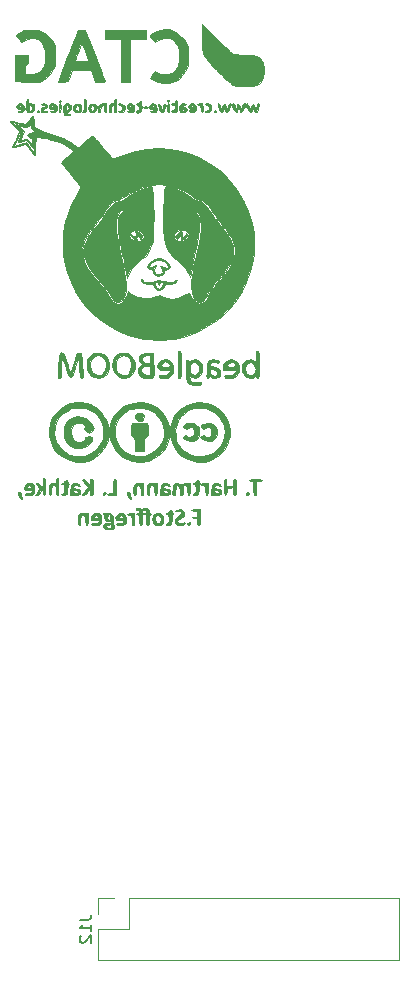
<source format=gbo>
G04 #@! TF.FileFunction,Legend,Bot*
%FSLAX46Y46*%
G04 Gerber Fmt 4.6, Leading zero omitted, Abs format (unit mm)*
G04 Created by KiCad (PCBNEW 4.0.6) date 08/23/17 09:08:23*
%MOMM*%
%LPD*%
G01*
G04 APERTURE LIST*
%ADD10C,0.100000*%
%ADD11C,0.120000*%
%ADD12C,0.010000*%
%ADD13C,0.150000*%
G04 APERTURE END LIST*
D10*
D11*
X176500000Y-135190000D02*
X176500000Y-140390000D01*
X153580000Y-135190000D02*
X176500000Y-135190000D01*
X150980000Y-140390000D02*
X176500000Y-140390000D01*
X153580000Y-135190000D02*
X153580000Y-137790000D01*
X153580000Y-137790000D02*
X150980000Y-137790000D01*
X150980000Y-137790000D02*
X150980000Y-140390000D01*
X152310000Y-135190000D02*
X150980000Y-135190000D01*
X150980000Y-135190000D02*
X150980000Y-136520000D01*
D12*
G36*
X151539738Y-102564724D02*
X151416490Y-102592318D01*
X151388500Y-102617500D01*
X151436822Y-102679154D01*
X151452000Y-102681000D01*
X151494963Y-102736583D01*
X151515258Y-102872238D01*
X151515500Y-102890550D01*
X151549805Y-103100702D01*
X151662961Y-103216224D01*
X151870328Y-103252476D01*
X151877450Y-103252500D01*
X152019225Y-103269343D01*
X152086202Y-103310451D01*
X152087000Y-103316000D01*
X152032190Y-103362362D01*
X151912375Y-103380367D01*
X151651192Y-103411391D01*
X151477300Y-103493373D01*
X151402209Y-103614164D01*
X151437427Y-103761611D01*
X151487869Y-103828550D01*
X151623472Y-103906167D01*
X151824109Y-103947779D01*
X152037297Y-103950260D01*
X152210554Y-103910488D01*
X152264800Y-103874800D01*
X152331509Y-103745984D01*
X152331296Y-103726578D01*
X152064859Y-103726578D01*
X152064043Y-103728734D01*
X151979169Y-103802154D01*
X151844407Y-103813370D01*
X151716799Y-103768700D01*
X151654699Y-103683393D01*
X151689604Y-103582713D01*
X151801681Y-103532467D01*
X151968011Y-103528127D01*
X152064244Y-103599194D01*
X152064859Y-103726578D01*
X152331296Y-103726578D01*
X152329952Y-103604534D01*
X152297720Y-103547886D01*
X152276616Y-103465196D01*
X152267922Y-103297815D01*
X152270829Y-103150797D01*
X152265683Y-102984893D01*
X152044365Y-102984893D01*
X152020132Y-103034309D01*
X151897758Y-103118722D01*
X151789263Y-103086834D01*
X151736783Y-102995452D01*
X151738242Y-102856527D01*
X151803981Y-102732925D01*
X151902042Y-102681000D01*
X151988118Y-102734386D01*
X152042118Y-102855304D01*
X152044365Y-102984893D01*
X152265683Y-102984893D01*
X152262114Y-102869879D01*
X152193243Y-102689584D01*
X152047038Y-102591026D01*
X151806316Y-102555319D01*
X151727909Y-102554000D01*
X151539738Y-102564724D01*
X151539738Y-102564724D01*
G37*
X151539738Y-102564724D02*
X151416490Y-102592318D01*
X151388500Y-102617500D01*
X151436822Y-102679154D01*
X151452000Y-102681000D01*
X151494963Y-102736583D01*
X151515258Y-102872238D01*
X151515500Y-102890550D01*
X151549805Y-103100702D01*
X151662961Y-103216224D01*
X151870328Y-103252476D01*
X151877450Y-103252500D01*
X152019225Y-103269343D01*
X152086202Y-103310451D01*
X152087000Y-103316000D01*
X152032190Y-103362362D01*
X151912375Y-103380367D01*
X151651192Y-103411391D01*
X151477300Y-103493373D01*
X151402209Y-103614164D01*
X151437427Y-103761611D01*
X151487869Y-103828550D01*
X151623472Y-103906167D01*
X151824109Y-103947779D01*
X152037297Y-103950260D01*
X152210554Y-103910488D01*
X152264800Y-103874800D01*
X152331509Y-103745984D01*
X152331296Y-103726578D01*
X152064859Y-103726578D01*
X152064043Y-103728734D01*
X151979169Y-103802154D01*
X151844407Y-103813370D01*
X151716799Y-103768700D01*
X151654699Y-103683393D01*
X151689604Y-103582713D01*
X151801681Y-103532467D01*
X151968011Y-103528127D01*
X152064244Y-103599194D01*
X152064859Y-103726578D01*
X152331296Y-103726578D01*
X152329952Y-103604534D01*
X152297720Y-103547886D01*
X152276616Y-103465196D01*
X152267922Y-103297815D01*
X152270829Y-103150797D01*
X152265683Y-102984893D01*
X152044365Y-102984893D01*
X152020132Y-103034309D01*
X151897758Y-103118722D01*
X151789263Y-103086834D01*
X151736783Y-102995452D01*
X151738242Y-102856527D01*
X151803981Y-102732925D01*
X151902042Y-102681000D01*
X151988118Y-102734386D01*
X152042118Y-102855304D01*
X152044365Y-102984893D01*
X152265683Y-102984893D01*
X152262114Y-102869879D01*
X152193243Y-102689584D01*
X152047038Y-102591026D01*
X151806316Y-102555319D01*
X151727909Y-102554000D01*
X151539738Y-102564724D01*
G36*
X159059558Y-102246139D02*
X158921970Y-102271322D01*
X158881500Y-102300000D01*
X158937835Y-102339763D01*
X159078564Y-102361880D01*
X159135500Y-102363500D01*
X159298081Y-102369610D01*
X159370324Y-102412382D01*
X159388890Y-102528477D01*
X159389500Y-102617500D01*
X159382772Y-102780127D01*
X159341228Y-102852399D01*
X159232831Y-102870932D01*
X159167250Y-102871500D01*
X159020350Y-102887449D01*
X158946920Y-102926666D01*
X158945000Y-102935000D01*
X159000822Y-102976971D01*
X159138083Y-102997951D01*
X159167250Y-102998500D01*
X159303811Y-103004600D01*
X159368476Y-103045942D01*
X159388130Y-103157090D01*
X159389500Y-103284250D01*
X159397810Y-103462821D01*
X159432314Y-103547262D01*
X159507377Y-103569890D01*
X159516500Y-103570000D01*
X159573157Y-103561640D01*
X159609902Y-103521591D01*
X159631013Y-103427399D01*
X159640765Y-103256613D01*
X159643438Y-102986777D01*
X159643500Y-102903250D01*
X159643500Y-102236500D01*
X159262500Y-102236500D01*
X159059558Y-102246139D01*
X159059558Y-102246139D01*
G37*
X159059558Y-102246139D02*
X158921970Y-102271322D01*
X158881500Y-102300000D01*
X158937835Y-102339763D01*
X159078564Y-102361880D01*
X159135500Y-102363500D01*
X159298081Y-102369610D01*
X159370324Y-102412382D01*
X159388890Y-102528477D01*
X159389500Y-102617500D01*
X159382772Y-102780127D01*
X159341228Y-102852399D01*
X159232831Y-102870932D01*
X159167250Y-102871500D01*
X159020350Y-102887449D01*
X158946920Y-102926666D01*
X158945000Y-102935000D01*
X159000822Y-102976971D01*
X159138083Y-102997951D01*
X159167250Y-102998500D01*
X159303811Y-103004600D01*
X159368476Y-103045942D01*
X159388130Y-103157090D01*
X159389500Y-103284250D01*
X159397810Y-103462821D01*
X159432314Y-103547262D01*
X159507377Y-103569890D01*
X159516500Y-103570000D01*
X159573157Y-103561640D01*
X159609902Y-103521591D01*
X159631013Y-103427399D01*
X159640765Y-103256613D01*
X159643438Y-102986777D01*
X159643500Y-102903250D01*
X159643500Y-102236500D01*
X159262500Y-102236500D01*
X159059558Y-102246139D01*
G36*
X158584872Y-103360901D02*
X158564000Y-103443000D01*
X158608902Y-103549128D01*
X158691000Y-103570000D01*
X158797129Y-103525098D01*
X158818000Y-103443000D01*
X158773099Y-103336871D01*
X158691000Y-103316000D01*
X158584872Y-103360901D01*
X158584872Y-103360901D01*
G37*
X158584872Y-103360901D02*
X158564000Y-103443000D01*
X158608902Y-103549128D01*
X158691000Y-103570000D01*
X158797129Y-103525098D01*
X158818000Y-103443000D01*
X158773099Y-103336871D01*
X158691000Y-103316000D01*
X158584872Y-103360901D01*
G36*
X157715668Y-102260337D02*
X157581368Y-102319374D01*
X157550802Y-102381715D01*
X157621840Y-102415916D01*
X157725616Y-102407351D01*
X157923983Y-102400383D01*
X158031254Y-102461661D01*
X158045077Y-102568580D01*
X157963099Y-102698536D01*
X157782967Y-102828924D01*
X157770196Y-102835643D01*
X157599689Y-102943318D01*
X157518476Y-103059172D01*
X157496946Y-103165283D01*
X157518570Y-103361803D01*
X157580857Y-103466785D01*
X157720521Y-103538796D01*
X157918652Y-103569056D01*
X158122149Y-103557097D01*
X158277911Y-103502452D01*
X158311274Y-103473215D01*
X158363580Y-103370848D01*
X158317133Y-103333343D01*
X158192614Y-103374355D01*
X157988714Y-103438681D01*
X157822644Y-103405833D01*
X157740898Y-103320480D01*
X157714159Y-103218000D01*
X157775248Y-103123397D01*
X157839150Y-103069097D01*
X157993103Y-102965269D01*
X158124589Y-102901634D01*
X158234634Y-102808889D01*
X158295178Y-102651079D01*
X158288885Y-102486001D01*
X158265149Y-102433046D01*
X158124078Y-102312598D01*
X157918207Y-102250340D01*
X157715668Y-102260337D01*
X157715668Y-102260337D01*
G37*
X157715668Y-102260337D02*
X157581368Y-102319374D01*
X157550802Y-102381715D01*
X157621840Y-102415916D01*
X157725616Y-102407351D01*
X157923983Y-102400383D01*
X158031254Y-102461661D01*
X158045077Y-102568580D01*
X157963099Y-102698536D01*
X157782967Y-102828924D01*
X157770196Y-102835643D01*
X157599689Y-102943318D01*
X157518476Y-103059172D01*
X157496946Y-103165283D01*
X157518570Y-103361803D01*
X157580857Y-103466785D01*
X157720521Y-103538796D01*
X157918652Y-103569056D01*
X158122149Y-103557097D01*
X158277911Y-103502452D01*
X158311274Y-103473215D01*
X158363580Y-103370848D01*
X158317133Y-103333343D01*
X158192614Y-103374355D01*
X157988714Y-103438681D01*
X157822644Y-103405833D01*
X157740898Y-103320480D01*
X157714159Y-103218000D01*
X157775248Y-103123397D01*
X157839150Y-103069097D01*
X157993103Y-102965269D01*
X158124589Y-102901634D01*
X158234634Y-102808889D01*
X158295178Y-102651079D01*
X158288885Y-102486001D01*
X158265149Y-102433046D01*
X158124078Y-102312598D01*
X157918207Y-102250340D01*
X157715668Y-102260337D01*
G36*
X156997372Y-102344901D02*
X156976500Y-102427000D01*
X156931599Y-102533128D01*
X156849500Y-102554000D01*
X156746315Y-102580592D01*
X156722500Y-102617500D01*
X156775685Y-102669092D01*
X156849500Y-102681000D01*
X156920433Y-102694901D01*
X156958761Y-102755969D01*
X156974166Y-102893248D01*
X156976500Y-103062000D01*
X156971867Y-103274796D01*
X156951511Y-103389780D01*
X156905751Y-103435995D01*
X156849500Y-103443000D01*
X156746315Y-103469592D01*
X156722500Y-103506500D01*
X156772358Y-103562855D01*
X156890145Y-103573029D01*
X157028187Y-103543417D01*
X157138809Y-103480414D01*
X157164766Y-103447174D01*
X157203777Y-103312129D01*
X157227336Y-103110665D01*
X157230500Y-103007966D01*
X157246182Y-102798361D01*
X157288721Y-102673326D01*
X157309875Y-102654541D01*
X157356574Y-102612839D01*
X157309875Y-102580458D01*
X157243092Y-102493161D01*
X157230500Y-102421708D01*
X157183072Y-102319397D01*
X157103500Y-102300000D01*
X156997372Y-102344901D01*
X156997372Y-102344901D01*
G37*
X156997372Y-102344901D02*
X156976500Y-102427000D01*
X156931599Y-102533128D01*
X156849500Y-102554000D01*
X156746315Y-102580592D01*
X156722500Y-102617500D01*
X156775685Y-102669092D01*
X156849500Y-102681000D01*
X156920433Y-102694901D01*
X156958761Y-102755969D01*
X156974166Y-102893248D01*
X156976500Y-103062000D01*
X156971867Y-103274796D01*
X156951511Y-103389780D01*
X156905751Y-103435995D01*
X156849500Y-103443000D01*
X156746315Y-103469592D01*
X156722500Y-103506500D01*
X156772358Y-103562855D01*
X156890145Y-103573029D01*
X157028187Y-103543417D01*
X157138809Y-103480414D01*
X157164766Y-103447174D01*
X157203777Y-103312129D01*
X157227336Y-103110665D01*
X157230500Y-103007966D01*
X157246182Y-102798361D01*
X157288721Y-102673326D01*
X157309875Y-102654541D01*
X157356574Y-102612839D01*
X157309875Y-102580458D01*
X157243092Y-102493161D01*
X157230500Y-102421708D01*
X157183072Y-102319397D01*
X157103500Y-102300000D01*
X156997372Y-102344901D01*
G36*
X155784403Y-102613316D02*
X155713873Y-102673627D01*
X155611245Y-102855453D01*
X155580116Y-103089761D01*
X155623035Y-103322380D01*
X155678351Y-103428870D01*
X155818699Y-103531637D01*
X156020636Y-103575075D01*
X156232564Y-103557461D01*
X156402887Y-103477072D01*
X156426909Y-103453874D01*
X156501703Y-103296590D01*
X156522707Y-103134347D01*
X156317359Y-103134347D01*
X156315409Y-103144832D01*
X156238888Y-103341810D01*
X156122413Y-103434299D01*
X155987470Y-103415345D01*
X155863817Y-103290973D01*
X155799947Y-103101718D01*
X155826270Y-102908952D01*
X155933552Y-102762173D01*
X155966349Y-102741369D01*
X156104778Y-102725867D01*
X156226990Y-102806502D01*
X156306634Y-102952814D01*
X156317359Y-103134347D01*
X156522707Y-103134347D01*
X156529764Y-103079845D01*
X156509191Y-102863004D01*
X156450398Y-102720674D01*
X156337866Y-102641287D01*
X156159833Y-102582910D01*
X156108520Y-102574165D01*
X155915299Y-102565216D01*
X155784403Y-102613316D01*
X155784403Y-102613316D01*
G37*
X155784403Y-102613316D02*
X155713873Y-102673627D01*
X155611245Y-102855453D01*
X155580116Y-103089761D01*
X155623035Y-103322380D01*
X155678351Y-103428870D01*
X155818699Y-103531637D01*
X156020636Y-103575075D01*
X156232564Y-103557461D01*
X156402887Y-103477072D01*
X156426909Y-103453874D01*
X156501703Y-103296590D01*
X156522707Y-103134347D01*
X156317359Y-103134347D01*
X156315409Y-103144832D01*
X156238888Y-103341810D01*
X156122413Y-103434299D01*
X155987470Y-103415345D01*
X155863817Y-103290973D01*
X155799947Y-103101718D01*
X155826270Y-102908952D01*
X155933552Y-102762173D01*
X155966349Y-102741369D01*
X156104778Y-102725867D01*
X156226990Y-102806502D01*
X156306634Y-102952814D01*
X156317359Y-103134347D01*
X156522707Y-103134347D01*
X156529764Y-103079845D01*
X156509191Y-102863004D01*
X156450398Y-102720674D01*
X156337866Y-102641287D01*
X156159833Y-102582910D01*
X156108520Y-102574165D01*
X155915299Y-102565216D01*
X155784403Y-102613316D01*
G36*
X154218908Y-102138950D02*
X154182500Y-102211543D01*
X154222005Y-102283951D01*
X154270013Y-102280005D01*
X154387280Y-102291739D01*
X154478636Y-102385591D01*
X154500000Y-102471450D01*
X154447018Y-102538426D01*
X154373000Y-102554000D01*
X154269769Y-102577519D01*
X154246000Y-102610093D01*
X154298847Y-102669381D01*
X154373000Y-102699399D01*
X154442042Y-102733116D01*
X154480557Y-102808795D01*
X154497018Y-102956582D01*
X154500000Y-103151305D01*
X154506204Y-103384715D01*
X154528401Y-103515205D01*
X154571967Y-103566412D01*
X154595250Y-103570000D01*
X154647001Y-103543859D01*
X154676620Y-103449864D01*
X154689112Y-103264659D01*
X154690500Y-103125500D01*
X154690500Y-102681000D01*
X155071500Y-102681000D01*
X155071500Y-103125500D01*
X155074927Y-103359098D01*
X155090378Y-103492923D01*
X155125614Y-103554131D01*
X155188391Y-103569876D01*
X155198500Y-103570000D01*
X155265561Y-103557872D01*
X155303815Y-103503287D01*
X155321156Y-103378945D01*
X155325480Y-103157543D01*
X155325500Y-103130791D01*
X155337616Y-102850558D01*
X155373839Y-102693369D01*
X155404875Y-102659375D01*
X155449862Y-102615109D01*
X155409910Y-102574073D01*
X155340214Y-102476799D01*
X155291762Y-102346436D01*
X155195764Y-102193502D01*
X155030467Y-102115667D01*
X154849392Y-102132408D01*
X154760620Y-102201951D01*
X154778585Y-102268788D01*
X154889895Y-102289005D01*
X154896875Y-102288116D01*
X155014769Y-102305142D01*
X155060042Y-102411125D01*
X155055029Y-102511775D01*
X154977568Y-102549817D01*
X154885417Y-102554000D01*
X154746350Y-102536968D01*
X154694909Y-102467431D01*
X154690500Y-102407950D01*
X154641710Y-102225909D01*
X154498098Y-102127207D01*
X154360300Y-102109500D01*
X154218908Y-102138950D01*
X154218908Y-102138950D01*
G37*
X154218908Y-102138950D02*
X154182500Y-102211543D01*
X154222005Y-102283951D01*
X154270013Y-102280005D01*
X154387280Y-102291739D01*
X154478636Y-102385591D01*
X154500000Y-102471450D01*
X154447018Y-102538426D01*
X154373000Y-102554000D01*
X154269769Y-102577519D01*
X154246000Y-102610093D01*
X154298847Y-102669381D01*
X154373000Y-102699399D01*
X154442042Y-102733116D01*
X154480557Y-102808795D01*
X154497018Y-102956582D01*
X154500000Y-103151305D01*
X154506204Y-103384715D01*
X154528401Y-103515205D01*
X154571967Y-103566412D01*
X154595250Y-103570000D01*
X154647001Y-103543859D01*
X154676620Y-103449864D01*
X154689112Y-103264659D01*
X154690500Y-103125500D01*
X154690500Y-102681000D01*
X155071500Y-102681000D01*
X155071500Y-103125500D01*
X155074927Y-103359098D01*
X155090378Y-103492923D01*
X155125614Y-103554131D01*
X155188391Y-103569876D01*
X155198500Y-103570000D01*
X155265561Y-103557872D01*
X155303815Y-103503287D01*
X155321156Y-103378945D01*
X155325480Y-103157543D01*
X155325500Y-103130791D01*
X155337616Y-102850558D01*
X155373839Y-102693369D01*
X155404875Y-102659375D01*
X155449862Y-102615109D01*
X155409910Y-102574073D01*
X155340214Y-102476799D01*
X155291762Y-102346436D01*
X155195764Y-102193502D01*
X155030467Y-102115667D01*
X154849392Y-102132408D01*
X154760620Y-102201951D01*
X154778585Y-102268788D01*
X154889895Y-102289005D01*
X154896875Y-102288116D01*
X155014769Y-102305142D01*
X155060042Y-102411125D01*
X155055029Y-102511775D01*
X154977568Y-102549817D01*
X154885417Y-102554000D01*
X154746350Y-102536968D01*
X154694909Y-102467431D01*
X154690500Y-102407950D01*
X154641710Y-102225909D01*
X154498098Y-102127207D01*
X154360300Y-102109500D01*
X154218908Y-102138950D01*
G36*
X153583087Y-102578672D02*
X153497223Y-102617906D01*
X153484000Y-102661781D01*
X153526202Y-102729156D01*
X153573284Y-102723826D01*
X153694540Y-102733728D01*
X153790829Y-102849681D01*
X153850758Y-103051463D01*
X153865000Y-103241625D01*
X153874577Y-103445081D01*
X153907899Y-103546415D01*
X153960250Y-103570000D01*
X154009543Y-103545766D01*
X154038927Y-103457941D01*
X154052742Y-103283843D01*
X154055500Y-103072057D01*
X154055500Y-102574114D01*
X153769750Y-102569795D01*
X153583087Y-102578672D01*
X153583087Y-102578672D01*
G37*
X153583087Y-102578672D02*
X153497223Y-102617906D01*
X153484000Y-102661781D01*
X153526202Y-102729156D01*
X153573284Y-102723826D01*
X153694540Y-102733728D01*
X153790829Y-102849681D01*
X153850758Y-103051463D01*
X153865000Y-103241625D01*
X153874577Y-103445081D01*
X153907899Y-103546415D01*
X153960250Y-103570000D01*
X154009543Y-103545766D01*
X154038927Y-103457941D01*
X154052742Y-103283843D01*
X154055500Y-103072057D01*
X154055500Y-102574114D01*
X153769750Y-102569795D01*
X153583087Y-102578672D01*
G36*
X152660575Y-102634944D02*
X152521974Y-102773554D01*
X152468000Y-102966750D01*
X152478769Y-103062159D01*
X152533062Y-103108998D01*
X152663856Y-103124322D01*
X152774917Y-103125500D01*
X152996985Y-103134509D01*
X153110193Y-103168999D01*
X153131871Y-103240163D01*
X153094507Y-103331870D01*
X153024197Y-103413596D01*
X152907261Y-103436275D01*
X152779241Y-103424813D01*
X152610840Y-103414488D01*
X152538968Y-103447565D01*
X152531500Y-103480792D01*
X152585931Y-103543256D01*
X152722271Y-103573129D01*
X152900096Y-103571921D01*
X153078980Y-103541142D01*
X153218497Y-103482302D01*
X153251909Y-103453874D01*
X153336056Y-103280331D01*
X153357419Y-103054029D01*
X153337909Y-102945064D01*
X153139606Y-102945064D01*
X153122726Y-102986259D01*
X153013630Y-102997909D01*
X152912500Y-102998500D01*
X152746231Y-102994838D01*
X152684100Y-102971388D01*
X152703252Y-102909448D01*
X152737875Y-102855625D01*
X152835542Y-102748954D01*
X152912500Y-102712750D01*
X153003972Y-102760828D01*
X153087125Y-102855625D01*
X153139606Y-102945064D01*
X153337909Y-102945064D01*
X153317605Y-102831674D01*
X153230000Y-102681000D01*
X153050003Y-102575386D01*
X152848390Y-102564461D01*
X152660575Y-102634944D01*
X152660575Y-102634944D01*
G37*
X152660575Y-102634944D02*
X152521974Y-102773554D01*
X152468000Y-102966750D01*
X152478769Y-103062159D01*
X152533062Y-103108998D01*
X152663856Y-103124322D01*
X152774917Y-103125500D01*
X152996985Y-103134509D01*
X153110193Y-103168999D01*
X153131871Y-103240163D01*
X153094507Y-103331870D01*
X153024197Y-103413596D01*
X152907261Y-103436275D01*
X152779241Y-103424813D01*
X152610840Y-103414488D01*
X152538968Y-103447565D01*
X152531500Y-103480792D01*
X152585931Y-103543256D01*
X152722271Y-103573129D01*
X152900096Y-103571921D01*
X153078980Y-103541142D01*
X153218497Y-103482302D01*
X153251909Y-103453874D01*
X153336056Y-103280331D01*
X153357419Y-103054029D01*
X153337909Y-102945064D01*
X153139606Y-102945064D01*
X153122726Y-102986259D01*
X153013630Y-102997909D01*
X152912500Y-102998500D01*
X152746231Y-102994838D01*
X152684100Y-102971388D01*
X152703252Y-102909448D01*
X152737875Y-102855625D01*
X152835542Y-102748954D01*
X152912500Y-102712750D01*
X153003972Y-102760828D01*
X153087125Y-102855625D01*
X153139606Y-102945064D01*
X153337909Y-102945064D01*
X153317605Y-102831674D01*
X153230000Y-102681000D01*
X153050003Y-102575386D01*
X152848390Y-102564461D01*
X152660575Y-102634944D01*
G36*
X150565075Y-102634944D02*
X150426474Y-102773554D01*
X150372500Y-102966750D01*
X150383269Y-103062159D01*
X150437562Y-103108998D01*
X150568356Y-103124322D01*
X150679417Y-103125500D01*
X150901485Y-103134509D01*
X151014693Y-103168999D01*
X151036371Y-103240163D01*
X150999007Y-103331870D01*
X150928697Y-103413596D01*
X150811761Y-103436275D01*
X150683741Y-103424813D01*
X150515340Y-103414488D01*
X150443468Y-103447565D01*
X150436000Y-103480792D01*
X150490431Y-103543256D01*
X150626771Y-103573129D01*
X150804596Y-103571921D01*
X150983480Y-103541142D01*
X151122997Y-103482302D01*
X151156409Y-103453874D01*
X151240556Y-103280331D01*
X151261919Y-103054029D01*
X151242409Y-102945064D01*
X151044106Y-102945064D01*
X151027226Y-102986259D01*
X150918130Y-102997909D01*
X150817000Y-102998500D01*
X150650731Y-102994838D01*
X150588600Y-102971388D01*
X150607752Y-102909448D01*
X150642375Y-102855625D01*
X150740042Y-102748954D01*
X150817000Y-102712750D01*
X150908472Y-102760828D01*
X150991625Y-102855625D01*
X151044106Y-102945064D01*
X151242409Y-102945064D01*
X151222105Y-102831674D01*
X151134500Y-102681000D01*
X150954503Y-102575386D01*
X150752890Y-102564461D01*
X150565075Y-102634944D01*
X150565075Y-102634944D01*
G37*
X150565075Y-102634944D02*
X150426474Y-102773554D01*
X150372500Y-102966750D01*
X150383269Y-103062159D01*
X150437562Y-103108998D01*
X150568356Y-103124322D01*
X150679417Y-103125500D01*
X150901485Y-103134509D01*
X151014693Y-103168999D01*
X151036371Y-103240163D01*
X150999007Y-103331870D01*
X150928697Y-103413596D01*
X150811761Y-103436275D01*
X150683741Y-103424813D01*
X150515340Y-103414488D01*
X150443468Y-103447565D01*
X150436000Y-103480792D01*
X150490431Y-103543256D01*
X150626771Y-103573129D01*
X150804596Y-103571921D01*
X150983480Y-103541142D01*
X151122997Y-103482302D01*
X151156409Y-103453874D01*
X151240556Y-103280331D01*
X151261919Y-103054029D01*
X151242409Y-102945064D01*
X151044106Y-102945064D01*
X151027226Y-102986259D01*
X150918130Y-102997909D01*
X150817000Y-102998500D01*
X150650731Y-102994838D01*
X150588600Y-102971388D01*
X150607752Y-102909448D01*
X150642375Y-102855625D01*
X150740042Y-102748954D01*
X150817000Y-102712750D01*
X150908472Y-102760828D01*
X150991625Y-102855625D01*
X151044106Y-102945064D01*
X151242409Y-102945064D01*
X151222105Y-102831674D01*
X151134500Y-102681000D01*
X150954503Y-102575386D01*
X150752890Y-102564461D01*
X150565075Y-102634944D01*
G36*
X149563893Y-102580263D02*
X149412376Y-102642887D01*
X149329224Y-102777470D01*
X149296298Y-103005163D01*
X149293000Y-103161785D01*
X149299482Y-103391852D01*
X149322620Y-103519140D01*
X149367950Y-103567381D01*
X149388250Y-103570000D01*
X149446589Y-103537711D01*
X149476069Y-103424944D01*
X149483500Y-103232886D01*
X149500490Y-103008999D01*
X149544339Y-102829420D01*
X149573015Y-102773354D01*
X149643513Y-102691241D01*
X149706485Y-102696909D01*
X149795265Y-102771059D01*
X149880013Y-102882336D01*
X149920008Y-103043111D01*
X149928000Y-103230591D01*
X149937010Y-103437852D01*
X149968507Y-103542973D01*
X150023250Y-103570000D01*
X150072576Y-103545741D01*
X150101964Y-103457837D01*
X150115762Y-103283594D01*
X150118500Y-103072831D01*
X150118500Y-102575663D01*
X149801916Y-102568452D01*
X149563893Y-102580263D01*
X149563893Y-102580263D01*
G37*
X149563893Y-102580263D02*
X149412376Y-102642887D01*
X149329224Y-102777470D01*
X149296298Y-103005163D01*
X149293000Y-103161785D01*
X149299482Y-103391852D01*
X149322620Y-103519140D01*
X149367950Y-103567381D01*
X149388250Y-103570000D01*
X149446589Y-103537711D01*
X149476069Y-103424944D01*
X149483500Y-103232886D01*
X149500490Y-103008999D01*
X149544339Y-102829420D01*
X149573015Y-102773354D01*
X149643513Y-102691241D01*
X149706485Y-102696909D01*
X149795265Y-102771059D01*
X149880013Y-102882336D01*
X149920008Y-103043111D01*
X149928000Y-103230591D01*
X149937010Y-103437852D01*
X149968507Y-103542973D01*
X150023250Y-103570000D01*
X150072576Y-103545741D01*
X150101964Y-103457837D01*
X150115762Y-103283594D01*
X150118500Y-103072831D01*
X150118500Y-102575663D01*
X149801916Y-102568452D01*
X149563893Y-102580263D01*
G36*
X153441076Y-100819658D02*
X153433263Y-100948539D01*
X153517042Y-101159497D01*
X153517381Y-101160153D01*
X153602964Y-101276359D01*
X153696214Y-101342045D01*
X153766526Y-101347885D01*
X153783296Y-101284557D01*
X153767564Y-101236375D01*
X153720377Y-101088483D01*
X153690063Y-100950625D01*
X153628970Y-100809459D01*
X153540293Y-100776000D01*
X153441076Y-100819658D01*
X153441076Y-100819658D01*
G37*
X153441076Y-100819658D02*
X153433263Y-100948539D01*
X153517042Y-101159497D01*
X153517381Y-101160153D01*
X153602964Y-101276359D01*
X153696214Y-101342045D01*
X153766526Y-101347885D01*
X153783296Y-101284557D01*
X153767564Y-101236375D01*
X153720377Y-101088483D01*
X153690063Y-100950625D01*
X153628970Y-100809459D01*
X153540293Y-100776000D01*
X153441076Y-100819658D01*
G36*
X144233576Y-100819658D02*
X144225763Y-100948539D01*
X144309542Y-101159497D01*
X144309881Y-101160153D01*
X144395464Y-101276359D01*
X144488714Y-101342045D01*
X144559026Y-101347885D01*
X144575796Y-101284557D01*
X144560064Y-101236375D01*
X144512877Y-101088483D01*
X144482563Y-100950625D01*
X144421470Y-100809459D01*
X144332793Y-100776000D01*
X144233576Y-100819658D01*
X144233576Y-100819658D01*
G37*
X144233576Y-100819658D02*
X144225763Y-100948539D01*
X144309542Y-101159497D01*
X144309881Y-101160153D01*
X144395464Y-101276359D01*
X144488714Y-101342045D01*
X144559026Y-101347885D01*
X144575796Y-101284557D01*
X144560064Y-101236375D01*
X144512877Y-101088483D01*
X144482563Y-100950625D01*
X144421470Y-100809459D01*
X144332793Y-100776000D01*
X144233576Y-100819658D01*
G36*
X164047894Y-99703522D02*
X163861751Y-99722838D01*
X163774675Y-99751815D01*
X163771000Y-99760000D01*
X163826180Y-99804585D01*
X163959130Y-99823495D01*
X163961500Y-99823500D01*
X164152000Y-99823500D01*
X164152000Y-100426750D01*
X164153918Y-100707127D01*
X164162978Y-100884081D01*
X164184139Y-100981171D01*
X164222361Y-101021953D01*
X164279000Y-101030000D01*
X164338027Y-101020890D01*
X164375281Y-100977857D01*
X164395721Y-100877342D01*
X164404307Y-100695786D01*
X164406000Y-100426750D01*
X164406000Y-99823500D01*
X164628250Y-99823500D01*
X164775151Y-99807550D01*
X164848581Y-99768333D01*
X164850500Y-99760000D01*
X164790807Y-99729075D01*
X164626627Y-99707176D01*
X164380316Y-99696932D01*
X164310750Y-99696500D01*
X164047894Y-99703522D01*
X164047894Y-99703522D01*
G37*
X164047894Y-99703522D02*
X163861751Y-99722838D01*
X163774675Y-99751815D01*
X163771000Y-99760000D01*
X163826180Y-99804585D01*
X163959130Y-99823495D01*
X163961500Y-99823500D01*
X164152000Y-99823500D01*
X164152000Y-100426750D01*
X164153918Y-100707127D01*
X164162978Y-100884081D01*
X164184139Y-100981171D01*
X164222361Y-101021953D01*
X164279000Y-101030000D01*
X164338027Y-101020890D01*
X164375281Y-100977857D01*
X164395721Y-100877342D01*
X164404307Y-100695786D01*
X164406000Y-100426750D01*
X164406000Y-99823500D01*
X164628250Y-99823500D01*
X164775151Y-99807550D01*
X164848581Y-99768333D01*
X164850500Y-99760000D01*
X164790807Y-99729075D01*
X164626627Y-99707176D01*
X164380316Y-99696932D01*
X164310750Y-99696500D01*
X164047894Y-99703522D01*
G36*
X163537872Y-100820901D02*
X163517000Y-100903000D01*
X163561902Y-101009128D01*
X163644000Y-101030000D01*
X163750129Y-100985098D01*
X163771000Y-100903000D01*
X163726099Y-100796871D01*
X163644000Y-100776000D01*
X163537872Y-100820901D01*
X163537872Y-100820901D01*
G37*
X163537872Y-100820901D02*
X163517000Y-100903000D01*
X163561902Y-101009128D01*
X163644000Y-101030000D01*
X163750129Y-100985098D01*
X163771000Y-100903000D01*
X163726099Y-100796871D01*
X163644000Y-100776000D01*
X163537872Y-100820901D01*
G36*
X161727254Y-99716941D02*
X161698959Y-99791931D01*
X161682935Y-99941973D01*
X161676254Y-100187568D01*
X161675500Y-100363250D01*
X161678665Y-100669772D01*
X161689978Y-100869251D01*
X161712172Y-100981529D01*
X161747977Y-101026447D01*
X161767271Y-101030000D01*
X161832032Y-100981508D01*
X161869599Y-100826932D01*
X161878396Y-100728375D01*
X161897750Y-100426750D01*
X162167625Y-100407223D01*
X162437500Y-100387697D01*
X162437500Y-100708848D01*
X162444033Y-100900620D01*
X162471822Y-100996785D01*
X162533159Y-101028421D01*
X162564500Y-101030000D01*
X162621157Y-101021640D01*
X162657902Y-100981591D01*
X162679013Y-100887399D01*
X162688765Y-100716613D01*
X162691438Y-100446777D01*
X162691500Y-100363250D01*
X162689908Y-100065804D01*
X162682280Y-99872892D01*
X162664339Y-99762061D01*
X162631808Y-99710858D01*
X162580410Y-99696830D01*
X162564500Y-99696500D01*
X162485136Y-99715196D01*
X162447606Y-99792831D01*
X162437549Y-99961722D01*
X162437500Y-99982250D01*
X162437500Y-100268000D01*
X161866000Y-100268000D01*
X161866000Y-99982250D01*
X161853535Y-99793908D01*
X161811150Y-99708118D01*
X161770750Y-99696500D01*
X161727254Y-99716941D01*
X161727254Y-99716941D01*
G37*
X161727254Y-99716941D02*
X161698959Y-99791931D01*
X161682935Y-99941973D01*
X161676254Y-100187568D01*
X161675500Y-100363250D01*
X161678665Y-100669772D01*
X161689978Y-100869251D01*
X161712172Y-100981529D01*
X161747977Y-101026447D01*
X161767271Y-101030000D01*
X161832032Y-100981508D01*
X161869599Y-100826932D01*
X161878396Y-100728375D01*
X161897750Y-100426750D01*
X162167625Y-100407223D01*
X162437500Y-100387697D01*
X162437500Y-100708848D01*
X162444033Y-100900620D01*
X162471822Y-100996785D01*
X162533159Y-101028421D01*
X162564500Y-101030000D01*
X162621157Y-101021640D01*
X162657902Y-100981591D01*
X162679013Y-100887399D01*
X162688765Y-100716613D01*
X162691438Y-100446777D01*
X162691500Y-100363250D01*
X162689908Y-100065804D01*
X162682280Y-99872892D01*
X162664339Y-99762061D01*
X162631808Y-99710858D01*
X162580410Y-99696830D01*
X162564500Y-99696500D01*
X162485136Y-99715196D01*
X162447606Y-99792831D01*
X162437549Y-99961722D01*
X162437500Y-99982250D01*
X162437500Y-100268000D01*
X161866000Y-100268000D01*
X161866000Y-99982250D01*
X161853535Y-99793908D01*
X161811150Y-99708118D01*
X161770750Y-99696500D01*
X161727254Y-99716941D01*
G36*
X160883886Y-100038949D02*
X160723000Y-100141000D01*
X160645437Y-100252421D01*
X160606369Y-100412627D01*
X160596000Y-100649000D01*
X160596000Y-101030000D01*
X160978993Y-101030000D01*
X161221598Y-101018759D01*
X161356579Y-100982492D01*
X161396765Y-100939368D01*
X161416236Y-100805672D01*
X161415761Y-100796791D01*
X161213076Y-100796791D01*
X161205204Y-100829866D01*
X161126248Y-100896522D01*
X160997103Y-100881107D01*
X160950444Y-100864456D01*
X160874349Y-100790475D01*
X160852186Y-100684006D01*
X160887427Y-100600950D01*
X160933114Y-100585500D01*
X161057709Y-100621513D01*
X161164988Y-100704479D01*
X161213076Y-100796791D01*
X161415761Y-100796791D01*
X161410647Y-100701243D01*
X161367298Y-100596982D01*
X161252154Y-100529723D01*
X161119875Y-100493929D01*
X160924894Y-100427702D01*
X160854886Y-100342453D01*
X160909076Y-100236939D01*
X160941191Y-100207868D01*
X161059096Y-100165338D01*
X161159267Y-100200093D01*
X161305807Y-100260356D01*
X161379596Y-100256823D01*
X161362723Y-100197103D01*
X161303341Y-100138887D01*
X161093538Y-100030076D01*
X160883886Y-100038949D01*
X160883886Y-100038949D01*
G37*
X160883886Y-100038949D02*
X160723000Y-100141000D01*
X160645437Y-100252421D01*
X160606369Y-100412627D01*
X160596000Y-100649000D01*
X160596000Y-101030000D01*
X160978993Y-101030000D01*
X161221598Y-101018759D01*
X161356579Y-100982492D01*
X161396765Y-100939368D01*
X161416236Y-100805672D01*
X161415761Y-100796791D01*
X161213076Y-100796791D01*
X161205204Y-100829866D01*
X161126248Y-100896522D01*
X160997103Y-100881107D01*
X160950444Y-100864456D01*
X160874349Y-100790475D01*
X160852186Y-100684006D01*
X160887427Y-100600950D01*
X160933114Y-100585500D01*
X161057709Y-100621513D01*
X161164988Y-100704479D01*
X161213076Y-100796791D01*
X161415761Y-100796791D01*
X161410647Y-100701243D01*
X161367298Y-100596982D01*
X161252154Y-100529723D01*
X161119875Y-100493929D01*
X160924894Y-100427702D01*
X160854886Y-100342453D01*
X160909076Y-100236939D01*
X160941191Y-100207868D01*
X161059096Y-100165338D01*
X161159267Y-100200093D01*
X161305807Y-100260356D01*
X161379596Y-100256823D01*
X161362723Y-100197103D01*
X161303341Y-100138887D01*
X161093538Y-100030076D01*
X160883886Y-100038949D01*
G36*
X159806087Y-100038672D02*
X159720223Y-100077906D01*
X159707000Y-100121781D01*
X159749202Y-100189156D01*
X159796284Y-100183826D01*
X159917540Y-100193728D01*
X160013829Y-100309681D01*
X160073758Y-100511463D01*
X160088000Y-100701625D01*
X160097577Y-100905081D01*
X160130899Y-101006415D01*
X160183250Y-101030000D01*
X160232543Y-101005766D01*
X160261927Y-100917941D01*
X160275742Y-100743843D01*
X160278500Y-100532057D01*
X160278500Y-100034114D01*
X159992750Y-100029795D01*
X159806087Y-100038672D01*
X159806087Y-100038672D01*
G37*
X159806087Y-100038672D02*
X159720223Y-100077906D01*
X159707000Y-100121781D01*
X159749202Y-100189156D01*
X159796284Y-100183826D01*
X159917540Y-100193728D01*
X160013829Y-100309681D01*
X160073758Y-100511463D01*
X160088000Y-100701625D01*
X160097577Y-100905081D01*
X160130899Y-101006415D01*
X160183250Y-101030000D01*
X160232543Y-101005766D01*
X160261927Y-100917941D01*
X160275742Y-100743843D01*
X160278500Y-100532057D01*
X160278500Y-100034114D01*
X159992750Y-100029795D01*
X159806087Y-100038672D01*
G36*
X159283372Y-99804901D02*
X159262500Y-99887000D01*
X159217599Y-99993128D01*
X159135500Y-100014000D01*
X159032315Y-100040592D01*
X159008500Y-100077500D01*
X159061685Y-100129092D01*
X159135500Y-100141000D01*
X159206433Y-100154901D01*
X159244761Y-100215969D01*
X159260166Y-100353248D01*
X159262500Y-100522000D01*
X159257867Y-100734796D01*
X159237511Y-100849780D01*
X159191751Y-100895995D01*
X159135500Y-100903000D01*
X159032315Y-100929592D01*
X159008500Y-100966500D01*
X159058358Y-101022855D01*
X159176145Y-101033029D01*
X159314187Y-101003417D01*
X159424809Y-100940414D01*
X159450766Y-100907174D01*
X159489777Y-100772129D01*
X159513336Y-100570665D01*
X159516500Y-100467966D01*
X159532182Y-100258361D01*
X159574721Y-100133326D01*
X159595875Y-100114541D01*
X159642574Y-100072839D01*
X159595875Y-100040458D01*
X159529092Y-99953161D01*
X159516500Y-99881708D01*
X159469072Y-99779397D01*
X159389500Y-99760000D01*
X159283372Y-99804901D01*
X159283372Y-99804901D01*
G37*
X159283372Y-99804901D02*
X159262500Y-99887000D01*
X159217599Y-99993128D01*
X159135500Y-100014000D01*
X159032315Y-100040592D01*
X159008500Y-100077500D01*
X159061685Y-100129092D01*
X159135500Y-100141000D01*
X159206433Y-100154901D01*
X159244761Y-100215969D01*
X159260166Y-100353248D01*
X159262500Y-100522000D01*
X159257867Y-100734796D01*
X159237511Y-100849780D01*
X159191751Y-100895995D01*
X159135500Y-100903000D01*
X159032315Y-100929592D01*
X159008500Y-100966500D01*
X159058358Y-101022855D01*
X159176145Y-101033029D01*
X159314187Y-101003417D01*
X159424809Y-100940414D01*
X159450766Y-100907174D01*
X159489777Y-100772129D01*
X159513336Y-100570665D01*
X159516500Y-100467966D01*
X159532182Y-100258361D01*
X159574721Y-100133326D01*
X159595875Y-100114541D01*
X159642574Y-100072839D01*
X159595875Y-100040458D01*
X159529092Y-99953161D01*
X159516500Y-99881708D01*
X159469072Y-99779397D01*
X159389500Y-99760000D01*
X159283372Y-99804901D01*
G36*
X158389375Y-100048519D02*
X158179598Y-100062223D01*
X158020197Y-100072444D01*
X157960750Y-100076088D01*
X157857378Y-100067153D01*
X157703138Y-100041402D01*
X157542397Y-100036546D01*
X157431608Y-100106984D01*
X157360035Y-100268419D01*
X157316941Y-100536551D01*
X157309794Y-100616632D01*
X157294838Y-100838581D01*
X157299673Y-100962529D01*
X157331332Y-101016834D01*
X157396847Y-101029852D01*
X157412307Y-101030000D01*
X157488835Y-101017721D01*
X157529609Y-100960992D01*
X157545624Y-100829971D01*
X157548000Y-100661700D01*
X157566427Y-100383949D01*
X157621179Y-100225040D01*
X157711466Y-100186206D01*
X157813833Y-100246958D01*
X157891000Y-100365837D01*
X157925308Y-100560402D01*
X157929000Y-100690591D01*
X157934840Y-100888938D01*
X157959949Y-100990967D01*
X158015718Y-101027113D01*
X158056000Y-101030000D01*
X158125183Y-101016929D01*
X158163511Y-100958872D01*
X158179827Y-100827564D01*
X158183000Y-100624043D01*
X158193284Y-100373638D01*
X158226473Y-100231447D01*
X158272284Y-100183826D01*
X158393540Y-100193728D01*
X158489829Y-100309681D01*
X158549758Y-100511463D01*
X158564000Y-100701625D01*
X158573577Y-100905081D01*
X158606899Y-101006415D01*
X158659250Y-101030000D01*
X158708340Y-101005914D01*
X158737698Y-100918579D01*
X158751611Y-100745373D01*
X158754500Y-100527241D01*
X158754500Y-100024482D01*
X158389375Y-100048519D01*
X158389375Y-100048519D01*
G37*
X158389375Y-100048519D02*
X158179598Y-100062223D01*
X158020197Y-100072444D01*
X157960750Y-100076088D01*
X157857378Y-100067153D01*
X157703138Y-100041402D01*
X157542397Y-100036546D01*
X157431608Y-100106984D01*
X157360035Y-100268419D01*
X157316941Y-100536551D01*
X157309794Y-100616632D01*
X157294838Y-100838581D01*
X157299673Y-100962529D01*
X157331332Y-101016834D01*
X157396847Y-101029852D01*
X157412307Y-101030000D01*
X157488835Y-101017721D01*
X157529609Y-100960992D01*
X157545624Y-100829971D01*
X157548000Y-100661700D01*
X157566427Y-100383949D01*
X157621179Y-100225040D01*
X157711466Y-100186206D01*
X157813833Y-100246958D01*
X157891000Y-100365837D01*
X157925308Y-100560402D01*
X157929000Y-100690591D01*
X157934840Y-100888938D01*
X157959949Y-100990967D01*
X158015718Y-101027113D01*
X158056000Y-101030000D01*
X158125183Y-101016929D01*
X158163511Y-100958872D01*
X158179827Y-100827564D01*
X158183000Y-100624043D01*
X158193284Y-100373638D01*
X158226473Y-100231447D01*
X158272284Y-100183826D01*
X158393540Y-100193728D01*
X158489829Y-100309681D01*
X158549758Y-100511463D01*
X158564000Y-100701625D01*
X158573577Y-100905081D01*
X158606899Y-101006415D01*
X158659250Y-101030000D01*
X158708340Y-101005914D01*
X158737698Y-100918579D01*
X158751611Y-100745373D01*
X158754500Y-100527241D01*
X158754500Y-100024482D01*
X158389375Y-100048519D01*
G36*
X156565886Y-100038949D02*
X156405000Y-100141000D01*
X156327437Y-100252421D01*
X156288369Y-100412627D01*
X156278000Y-100649000D01*
X156278000Y-101030000D01*
X156660993Y-101030000D01*
X156903598Y-101018759D01*
X157038579Y-100982492D01*
X157078765Y-100939368D01*
X157098236Y-100805672D01*
X157097761Y-100796791D01*
X156895076Y-100796791D01*
X156887204Y-100829866D01*
X156808248Y-100896522D01*
X156679103Y-100881107D01*
X156632444Y-100864456D01*
X156556349Y-100790475D01*
X156534186Y-100684006D01*
X156569427Y-100600950D01*
X156615114Y-100585500D01*
X156739709Y-100621513D01*
X156846988Y-100704479D01*
X156895076Y-100796791D01*
X157097761Y-100796791D01*
X157092647Y-100701243D01*
X157049298Y-100596982D01*
X156934154Y-100529723D01*
X156801875Y-100493929D01*
X156606894Y-100427702D01*
X156536886Y-100342453D01*
X156591076Y-100236939D01*
X156623191Y-100207868D01*
X156741096Y-100165338D01*
X156841267Y-100200093D01*
X156987807Y-100260356D01*
X157061596Y-100256823D01*
X157044723Y-100197103D01*
X156985341Y-100138887D01*
X156775538Y-100030076D01*
X156565886Y-100038949D01*
X156565886Y-100038949D01*
G37*
X156565886Y-100038949D02*
X156405000Y-100141000D01*
X156327437Y-100252421D01*
X156288369Y-100412627D01*
X156278000Y-100649000D01*
X156278000Y-101030000D01*
X156660993Y-101030000D01*
X156903598Y-101018759D01*
X157038579Y-100982492D01*
X157078765Y-100939368D01*
X157098236Y-100805672D01*
X157097761Y-100796791D01*
X156895076Y-100796791D01*
X156887204Y-100829866D01*
X156808248Y-100896522D01*
X156679103Y-100881107D01*
X156632444Y-100864456D01*
X156556349Y-100790475D01*
X156534186Y-100684006D01*
X156569427Y-100600950D01*
X156615114Y-100585500D01*
X156739709Y-100621513D01*
X156846988Y-100704479D01*
X156895076Y-100796791D01*
X157097761Y-100796791D01*
X157092647Y-100701243D01*
X157049298Y-100596982D01*
X156934154Y-100529723D01*
X156801875Y-100493929D01*
X156606894Y-100427702D01*
X156536886Y-100342453D01*
X156591076Y-100236939D01*
X156623191Y-100207868D01*
X156741096Y-100165338D01*
X156841267Y-100200093D01*
X156987807Y-100260356D01*
X157061596Y-100256823D01*
X157044723Y-100197103D01*
X156985341Y-100138887D01*
X156775538Y-100030076D01*
X156565886Y-100038949D01*
G36*
X155405893Y-100040263D02*
X155254376Y-100102887D01*
X155171224Y-100237470D01*
X155138298Y-100465163D01*
X155135000Y-100621785D01*
X155141482Y-100851852D01*
X155164620Y-100979140D01*
X155209950Y-101027381D01*
X155230250Y-101030000D01*
X155288589Y-100997711D01*
X155318069Y-100884944D01*
X155325500Y-100692886D01*
X155342490Y-100468999D01*
X155386339Y-100289420D01*
X155415015Y-100233354D01*
X155485513Y-100151241D01*
X155548485Y-100156909D01*
X155637265Y-100231059D01*
X155722013Y-100342336D01*
X155762008Y-100503111D01*
X155770000Y-100690591D01*
X155779010Y-100897852D01*
X155810507Y-101002973D01*
X155865250Y-101030000D01*
X155914576Y-101005741D01*
X155943964Y-100917837D01*
X155957762Y-100743594D01*
X155960500Y-100532831D01*
X155960500Y-100035663D01*
X155643916Y-100028452D01*
X155405893Y-100040263D01*
X155405893Y-100040263D01*
G37*
X155405893Y-100040263D02*
X155254376Y-100102887D01*
X155171224Y-100237470D01*
X155138298Y-100465163D01*
X155135000Y-100621785D01*
X155141482Y-100851852D01*
X155164620Y-100979140D01*
X155209950Y-101027381D01*
X155230250Y-101030000D01*
X155288589Y-100997711D01*
X155318069Y-100884944D01*
X155325500Y-100692886D01*
X155342490Y-100468999D01*
X155386339Y-100289420D01*
X155415015Y-100233354D01*
X155485513Y-100151241D01*
X155548485Y-100156909D01*
X155637265Y-100231059D01*
X155722013Y-100342336D01*
X155762008Y-100503111D01*
X155770000Y-100690591D01*
X155779010Y-100897852D01*
X155810507Y-101002973D01*
X155865250Y-101030000D01*
X155914576Y-101005741D01*
X155943964Y-100917837D01*
X155957762Y-100743594D01*
X155960500Y-100532831D01*
X155960500Y-100035663D01*
X155643916Y-100028452D01*
X155405893Y-100040263D01*
G36*
X154262893Y-100040263D02*
X154111376Y-100102887D01*
X154028224Y-100237470D01*
X153995298Y-100465163D01*
X153992000Y-100621785D01*
X153998482Y-100851852D01*
X154021620Y-100979140D01*
X154066950Y-101027381D01*
X154087250Y-101030000D01*
X154145589Y-100997711D01*
X154175069Y-100884944D01*
X154182500Y-100692886D01*
X154199490Y-100468999D01*
X154243339Y-100289420D01*
X154272015Y-100233354D01*
X154342513Y-100151241D01*
X154405485Y-100156909D01*
X154494265Y-100231059D01*
X154579013Y-100342336D01*
X154619008Y-100503111D01*
X154627000Y-100690591D01*
X154636010Y-100897852D01*
X154667507Y-101002973D01*
X154722250Y-101030000D01*
X154771576Y-101005741D01*
X154800964Y-100917837D01*
X154814762Y-100743594D01*
X154817500Y-100532831D01*
X154817500Y-100035663D01*
X154500916Y-100028452D01*
X154262893Y-100040263D01*
X154262893Y-100040263D01*
G37*
X154262893Y-100040263D02*
X154111376Y-100102887D01*
X154028224Y-100237470D01*
X153995298Y-100465163D01*
X153992000Y-100621785D01*
X153998482Y-100851852D01*
X154021620Y-100979140D01*
X154066950Y-101027381D01*
X154087250Y-101030000D01*
X154145589Y-100997711D01*
X154175069Y-100884944D01*
X154182500Y-100692886D01*
X154199490Y-100468999D01*
X154243339Y-100289420D01*
X154272015Y-100233354D01*
X154342513Y-100151241D01*
X154405485Y-100156909D01*
X154494265Y-100231059D01*
X154579013Y-100342336D01*
X154619008Y-100503111D01*
X154627000Y-100690591D01*
X154636010Y-100897852D01*
X154667507Y-101002973D01*
X154722250Y-101030000D01*
X154771576Y-101005741D01*
X154800964Y-100917837D01*
X154814762Y-100743594D01*
X154817500Y-100532831D01*
X154817500Y-100035663D01*
X154500916Y-100028452D01*
X154262893Y-100040263D01*
G36*
X152345474Y-99705609D02*
X152308220Y-99748642D01*
X152287780Y-99849157D01*
X152279194Y-100030713D01*
X152277500Y-100299750D01*
X152277500Y-100903000D01*
X152023500Y-100903000D01*
X151864445Y-100917083D01*
X151775977Y-100952265D01*
X151769500Y-100966500D01*
X151827340Y-101000323D01*
X151978437Y-101023255D01*
X152150500Y-101030000D01*
X152531500Y-101030000D01*
X152531500Y-100363250D01*
X152529908Y-100065804D01*
X152522280Y-99872892D01*
X152504339Y-99762061D01*
X152471808Y-99710858D01*
X152420410Y-99696830D01*
X152404500Y-99696500D01*
X152345474Y-99705609D01*
X152345474Y-99705609D01*
G37*
X152345474Y-99705609D02*
X152308220Y-99748642D01*
X152287780Y-99849157D01*
X152279194Y-100030713D01*
X152277500Y-100299750D01*
X152277500Y-100903000D01*
X152023500Y-100903000D01*
X151864445Y-100917083D01*
X151775977Y-100952265D01*
X151769500Y-100966500D01*
X151827340Y-101000323D01*
X151978437Y-101023255D01*
X152150500Y-101030000D01*
X152531500Y-101030000D01*
X152531500Y-100363250D01*
X152529908Y-100065804D01*
X152522280Y-99872892D01*
X152504339Y-99762061D01*
X152471808Y-99710858D01*
X152420410Y-99696830D01*
X152404500Y-99696500D01*
X152345474Y-99705609D01*
G36*
X151409372Y-100820901D02*
X151388500Y-100903000D01*
X151433402Y-101009128D01*
X151515500Y-101030000D01*
X151621629Y-100985098D01*
X151642500Y-100903000D01*
X151597599Y-100796871D01*
X151515500Y-100776000D01*
X151409372Y-100820901D01*
X151409372Y-100820901D01*
G37*
X151409372Y-100820901D02*
X151388500Y-100903000D01*
X151433402Y-101009128D01*
X151515500Y-101030000D01*
X151621629Y-100985098D01*
X151642500Y-100903000D01*
X151597599Y-100796871D01*
X151515500Y-100776000D01*
X151409372Y-100820901D01*
G36*
X149674000Y-99748570D02*
X149712263Y-99822165D01*
X149810692Y-99956063D01*
X149900111Y-100064798D01*
X150126221Y-100328957D01*
X149870243Y-100663603D01*
X149737211Y-100842294D01*
X149675754Y-100945358D01*
X149677732Y-100996035D01*
X149735003Y-101017563D01*
X149745614Y-101019358D01*
X149887989Y-100987849D01*
X149958634Y-100924108D01*
X150059411Y-100789833D01*
X150172540Y-100649000D01*
X150304775Y-100490250D01*
X150306888Y-100760125D01*
X150317768Y-100932747D01*
X150357249Y-101011779D01*
X150436000Y-101030000D01*
X150492657Y-101021640D01*
X150529402Y-100981591D01*
X150550513Y-100887399D01*
X150560265Y-100716613D01*
X150562938Y-100446777D01*
X150563000Y-100363250D01*
X150561408Y-100065804D01*
X150553780Y-99872892D01*
X150535839Y-99762061D01*
X150503308Y-99710858D01*
X150451910Y-99696830D01*
X150436000Y-99696500D01*
X150354324Y-99716773D01*
X150317260Y-99799576D01*
X150309000Y-99961929D01*
X150309000Y-100227359D01*
X150081802Y-99961929D01*
X149925265Y-99803262D01*
X149791355Y-99710464D01*
X149700979Y-99694472D01*
X149674000Y-99748570D01*
X149674000Y-99748570D01*
G37*
X149674000Y-99748570D02*
X149712263Y-99822165D01*
X149810692Y-99956063D01*
X149900111Y-100064798D01*
X150126221Y-100328957D01*
X149870243Y-100663603D01*
X149737211Y-100842294D01*
X149675754Y-100945358D01*
X149677732Y-100996035D01*
X149735003Y-101017563D01*
X149745614Y-101019358D01*
X149887989Y-100987849D01*
X149958634Y-100924108D01*
X150059411Y-100789833D01*
X150172540Y-100649000D01*
X150304775Y-100490250D01*
X150306888Y-100760125D01*
X150317768Y-100932747D01*
X150357249Y-101011779D01*
X150436000Y-101030000D01*
X150492657Y-101021640D01*
X150529402Y-100981591D01*
X150550513Y-100887399D01*
X150560265Y-100716613D01*
X150562938Y-100446777D01*
X150563000Y-100363250D01*
X150561408Y-100065804D01*
X150553780Y-99872892D01*
X150535839Y-99762061D01*
X150503308Y-99710858D01*
X150451910Y-99696830D01*
X150436000Y-99696500D01*
X150354324Y-99716773D01*
X150317260Y-99799576D01*
X150309000Y-99961929D01*
X150309000Y-100227359D01*
X150081802Y-99961929D01*
X149925265Y-99803262D01*
X149791355Y-99710464D01*
X149700979Y-99694472D01*
X149674000Y-99748570D01*
G36*
X148945886Y-100038949D02*
X148785000Y-100141000D01*
X148707437Y-100252421D01*
X148668369Y-100412627D01*
X148658000Y-100649000D01*
X148658000Y-101030000D01*
X149040993Y-101030000D01*
X149283598Y-101018759D01*
X149418579Y-100982492D01*
X149458765Y-100939368D01*
X149478236Y-100805672D01*
X149477761Y-100796791D01*
X149275076Y-100796791D01*
X149267204Y-100829866D01*
X149188248Y-100896522D01*
X149059103Y-100881107D01*
X149012444Y-100864456D01*
X148936349Y-100790475D01*
X148914186Y-100684006D01*
X148949427Y-100600950D01*
X148995114Y-100585500D01*
X149119709Y-100621513D01*
X149226988Y-100704479D01*
X149275076Y-100796791D01*
X149477761Y-100796791D01*
X149472647Y-100701243D01*
X149429298Y-100596982D01*
X149314154Y-100529723D01*
X149181875Y-100493929D01*
X148986894Y-100427702D01*
X148916886Y-100342453D01*
X148971076Y-100236939D01*
X149003191Y-100207868D01*
X149121096Y-100165338D01*
X149221267Y-100200093D01*
X149367807Y-100260356D01*
X149441596Y-100256823D01*
X149424723Y-100197103D01*
X149365341Y-100138887D01*
X149155538Y-100030076D01*
X148945886Y-100038949D01*
X148945886Y-100038949D01*
G37*
X148945886Y-100038949D02*
X148785000Y-100141000D01*
X148707437Y-100252421D01*
X148668369Y-100412627D01*
X148658000Y-100649000D01*
X148658000Y-101030000D01*
X149040993Y-101030000D01*
X149283598Y-101018759D01*
X149418579Y-100982492D01*
X149458765Y-100939368D01*
X149478236Y-100805672D01*
X149477761Y-100796791D01*
X149275076Y-100796791D01*
X149267204Y-100829866D01*
X149188248Y-100896522D01*
X149059103Y-100881107D01*
X149012444Y-100864456D01*
X148936349Y-100790475D01*
X148914186Y-100684006D01*
X148949427Y-100600950D01*
X148995114Y-100585500D01*
X149119709Y-100621513D01*
X149226988Y-100704479D01*
X149275076Y-100796791D01*
X149477761Y-100796791D01*
X149472647Y-100701243D01*
X149429298Y-100596982D01*
X149314154Y-100529723D01*
X149181875Y-100493929D01*
X148986894Y-100427702D01*
X148916886Y-100342453D01*
X148971076Y-100236939D01*
X149003191Y-100207868D01*
X149121096Y-100165338D01*
X149221267Y-100200093D01*
X149367807Y-100260356D01*
X149441596Y-100256823D01*
X149424723Y-100197103D01*
X149365341Y-100138887D01*
X149155538Y-100030076D01*
X148945886Y-100038949D01*
G36*
X148170872Y-99804901D02*
X148150000Y-99887000D01*
X148105099Y-99993128D01*
X148023000Y-100014000D01*
X147919815Y-100040592D01*
X147896000Y-100077500D01*
X147949185Y-100129092D01*
X148023000Y-100141000D01*
X148093933Y-100154901D01*
X148132261Y-100215969D01*
X148147666Y-100353248D01*
X148150000Y-100522000D01*
X148145367Y-100734796D01*
X148125011Y-100849780D01*
X148079251Y-100895995D01*
X148023000Y-100903000D01*
X147919815Y-100929592D01*
X147896000Y-100966500D01*
X147945858Y-101022855D01*
X148063645Y-101033029D01*
X148201687Y-101003417D01*
X148312309Y-100940414D01*
X148338266Y-100907174D01*
X148377277Y-100772129D01*
X148400836Y-100570665D01*
X148404000Y-100467966D01*
X148419682Y-100258361D01*
X148462221Y-100133326D01*
X148483375Y-100114541D01*
X148530074Y-100072839D01*
X148483375Y-100040458D01*
X148416592Y-99953161D01*
X148404000Y-99881708D01*
X148356572Y-99779397D01*
X148277000Y-99760000D01*
X148170872Y-99804901D01*
X148170872Y-99804901D01*
G37*
X148170872Y-99804901D02*
X148150000Y-99887000D01*
X148105099Y-99993128D01*
X148023000Y-100014000D01*
X147919815Y-100040592D01*
X147896000Y-100077500D01*
X147949185Y-100129092D01*
X148023000Y-100141000D01*
X148093933Y-100154901D01*
X148132261Y-100215969D01*
X148147666Y-100353248D01*
X148150000Y-100522000D01*
X148145367Y-100734796D01*
X148125011Y-100849780D01*
X148079251Y-100895995D01*
X148023000Y-100903000D01*
X147919815Y-100929592D01*
X147896000Y-100966500D01*
X147945858Y-101022855D01*
X148063645Y-101033029D01*
X148201687Y-101003417D01*
X148312309Y-100940414D01*
X148338266Y-100907174D01*
X148377277Y-100772129D01*
X148400836Y-100570665D01*
X148404000Y-100467966D01*
X148419682Y-100258361D01*
X148462221Y-100133326D01*
X148483375Y-100114541D01*
X148530074Y-100072839D01*
X148483375Y-100040458D01*
X148416592Y-99953161D01*
X148404000Y-99881708D01*
X148356572Y-99779397D01*
X148277000Y-99760000D01*
X148170872Y-99804901D01*
G36*
X147480037Y-99612120D02*
X147452984Y-99752849D01*
X147451500Y-99819507D01*
X147445820Y-99979417D01*
X147408008Y-100044153D01*
X147306912Y-100045538D01*
X147240301Y-100035242D01*
X147045609Y-100033323D01*
X146916559Y-100111284D01*
X146843574Y-100282382D01*
X146817073Y-100559876D01*
X146816500Y-100621785D01*
X146822982Y-100851852D01*
X146846120Y-100979140D01*
X146891450Y-101027381D01*
X146911750Y-101030000D01*
X146970089Y-100997711D01*
X146999569Y-100884944D01*
X147007000Y-100692886D01*
X147023990Y-100468999D01*
X147067839Y-100289420D01*
X147096515Y-100233354D01*
X147167013Y-100151241D01*
X147229985Y-100156909D01*
X147318765Y-100231059D01*
X147403513Y-100342336D01*
X147443508Y-100503111D01*
X147451500Y-100690591D01*
X147460510Y-100897852D01*
X147492007Y-101002973D01*
X147546750Y-101030000D01*
X147588577Y-101010491D01*
X147616427Y-100938783D01*
X147632879Y-100795106D01*
X147640511Y-100559687D01*
X147642000Y-100299750D01*
X147639456Y-99979076D01*
X147630103Y-99765561D01*
X147611362Y-99639433D01*
X147580655Y-99580920D01*
X147546750Y-99569500D01*
X147480037Y-99612120D01*
X147480037Y-99612120D01*
G37*
X147480037Y-99612120D02*
X147452984Y-99752849D01*
X147451500Y-99819507D01*
X147445820Y-99979417D01*
X147408008Y-100044153D01*
X147306912Y-100045538D01*
X147240301Y-100035242D01*
X147045609Y-100033323D01*
X146916559Y-100111284D01*
X146843574Y-100282382D01*
X146817073Y-100559876D01*
X146816500Y-100621785D01*
X146822982Y-100851852D01*
X146846120Y-100979140D01*
X146891450Y-101027381D01*
X146911750Y-101030000D01*
X146970089Y-100997711D01*
X146999569Y-100884944D01*
X147007000Y-100692886D01*
X147023990Y-100468999D01*
X147067839Y-100289420D01*
X147096515Y-100233354D01*
X147167013Y-100151241D01*
X147229985Y-100156909D01*
X147318765Y-100231059D01*
X147403513Y-100342336D01*
X147443508Y-100503111D01*
X147451500Y-100690591D01*
X147460510Y-100897852D01*
X147492007Y-101002973D01*
X147546750Y-101030000D01*
X147588577Y-101010491D01*
X147616427Y-100938783D01*
X147632879Y-100795106D01*
X147640511Y-100559687D01*
X147642000Y-100299750D01*
X147639456Y-99979076D01*
X147630103Y-99765561D01*
X147611362Y-99639433D01*
X147580655Y-99580920D01*
X147546750Y-99569500D01*
X147480037Y-99612120D01*
G36*
X146348443Y-99598760D02*
X146318749Y-99702485D01*
X146308688Y-99904593D01*
X146308500Y-99950500D01*
X146302672Y-100151467D01*
X146287522Y-100289525D01*
X146270014Y-100331500D01*
X146208119Y-100286770D01*
X146111244Y-100178551D01*
X146106656Y-100172750D01*
X145981880Y-100060227D01*
X145859392Y-100014000D01*
X145760696Y-100030440D01*
X145753372Y-100089929D01*
X145840282Y-100207720D01*
X145909844Y-100282710D01*
X146021688Y-100426333D01*
X146033309Y-100527396D01*
X146020969Y-100549519D01*
X145943127Y-100656220D01*
X145831731Y-100806584D01*
X145812052Y-100832959D01*
X145664853Y-101030000D01*
X145812052Y-101029566D01*
X145967871Y-100966355D01*
X146118000Y-100795029D01*
X146276750Y-100560925D01*
X146296459Y-100795462D01*
X146334586Y-100970115D01*
X146407584Y-101030000D01*
X146448012Y-101007742D01*
X146474947Y-100928224D01*
X146490780Y-100772330D01*
X146497905Y-100520944D01*
X146499000Y-100299750D01*
X146496456Y-99979076D01*
X146487103Y-99765561D01*
X146468362Y-99639433D01*
X146437655Y-99580920D01*
X146403750Y-99569500D01*
X146348443Y-99598760D01*
X146348443Y-99598760D01*
G37*
X146348443Y-99598760D02*
X146318749Y-99702485D01*
X146308688Y-99904593D01*
X146308500Y-99950500D01*
X146302672Y-100151467D01*
X146287522Y-100289525D01*
X146270014Y-100331500D01*
X146208119Y-100286770D01*
X146111244Y-100178551D01*
X146106656Y-100172750D01*
X145981880Y-100060227D01*
X145859392Y-100014000D01*
X145760696Y-100030440D01*
X145753372Y-100089929D01*
X145840282Y-100207720D01*
X145909844Y-100282710D01*
X146021688Y-100426333D01*
X146033309Y-100527396D01*
X146020969Y-100549519D01*
X145943127Y-100656220D01*
X145831731Y-100806584D01*
X145812052Y-100832959D01*
X145664853Y-101030000D01*
X145812052Y-101029566D01*
X145967871Y-100966355D01*
X146118000Y-100795029D01*
X146276750Y-100560925D01*
X146296459Y-100795462D01*
X146334586Y-100970115D01*
X146407584Y-101030000D01*
X146448012Y-101007742D01*
X146474947Y-100928224D01*
X146490780Y-100772330D01*
X146497905Y-100520944D01*
X146499000Y-100299750D01*
X146496456Y-99979076D01*
X146487103Y-99765561D01*
X146468362Y-99639433D01*
X146437655Y-99580920D01*
X146403750Y-99569500D01*
X146348443Y-99598760D01*
G36*
X144913575Y-100094944D02*
X144774974Y-100233554D01*
X144721000Y-100426750D01*
X144731769Y-100522159D01*
X144786062Y-100568998D01*
X144916856Y-100584322D01*
X145027917Y-100585500D01*
X145249985Y-100594509D01*
X145363193Y-100628999D01*
X145384871Y-100700163D01*
X145347507Y-100791870D01*
X145277197Y-100873596D01*
X145160261Y-100896275D01*
X145032241Y-100884813D01*
X144863840Y-100874488D01*
X144791968Y-100907565D01*
X144784500Y-100940792D01*
X144838931Y-101003256D01*
X144975271Y-101033129D01*
X145153096Y-101031921D01*
X145331980Y-101001142D01*
X145471497Y-100942302D01*
X145504909Y-100913874D01*
X145589056Y-100740331D01*
X145610419Y-100514029D01*
X145590909Y-100405064D01*
X145392606Y-100405064D01*
X145375726Y-100446259D01*
X145266630Y-100457909D01*
X145165500Y-100458500D01*
X144999231Y-100454838D01*
X144937100Y-100431388D01*
X144956252Y-100369448D01*
X144990875Y-100315625D01*
X145088542Y-100208954D01*
X145165500Y-100172750D01*
X145256972Y-100220828D01*
X145340125Y-100315625D01*
X145392606Y-100405064D01*
X145590909Y-100405064D01*
X145570605Y-100291674D01*
X145483000Y-100141000D01*
X145303003Y-100035386D01*
X145101390Y-100024461D01*
X144913575Y-100094944D01*
X144913575Y-100094944D01*
G37*
X144913575Y-100094944D02*
X144774974Y-100233554D01*
X144721000Y-100426750D01*
X144731769Y-100522159D01*
X144786062Y-100568998D01*
X144916856Y-100584322D01*
X145027917Y-100585500D01*
X145249985Y-100594509D01*
X145363193Y-100628999D01*
X145384871Y-100700163D01*
X145347507Y-100791870D01*
X145277197Y-100873596D01*
X145160261Y-100896275D01*
X145032241Y-100884813D01*
X144863840Y-100874488D01*
X144791968Y-100907565D01*
X144784500Y-100940792D01*
X144838931Y-101003256D01*
X144975271Y-101033129D01*
X145153096Y-101031921D01*
X145331980Y-101001142D01*
X145471497Y-100942302D01*
X145504909Y-100913874D01*
X145589056Y-100740331D01*
X145610419Y-100514029D01*
X145590909Y-100405064D01*
X145392606Y-100405064D01*
X145375726Y-100446259D01*
X145266630Y-100457909D01*
X145165500Y-100458500D01*
X144999231Y-100454838D01*
X144937100Y-100431388D01*
X144956252Y-100369448D01*
X144990875Y-100315625D01*
X145088542Y-100208954D01*
X145165500Y-100172750D01*
X145256972Y-100220828D01*
X145340125Y-100315625D01*
X145392606Y-100405064D01*
X145590909Y-100405064D01*
X145570605Y-100291674D01*
X145483000Y-100141000D01*
X145303003Y-100035386D01*
X145101390Y-100024461D01*
X144913575Y-100094944D01*
G36*
X159040608Y-93238355D02*
X158569791Y-93393800D01*
X158136806Y-93636297D01*
X157757392Y-93961647D01*
X157447289Y-94365652D01*
X157222236Y-94844113D01*
X157161571Y-95047400D01*
X157053386Y-95473750D01*
X157006912Y-95219750D01*
X156853589Y-94724077D01*
X156589228Y-94265129D01*
X156228491Y-93861507D01*
X155786043Y-93531812D01*
X155593691Y-93426883D01*
X155358004Y-93314289D01*
X155175667Y-93244255D01*
X155001351Y-93207007D01*
X154789728Y-93192766D01*
X154503294Y-93191706D01*
X154008852Y-93222408D01*
X153597507Y-93315491D01*
X153235705Y-93483123D01*
X152889890Y-93737475D01*
X152815186Y-93803935D01*
X152452232Y-94193545D01*
X152193744Y-94613912D01*
X152022135Y-95083367D01*
X151916874Y-95467903D01*
X151872269Y-95188959D01*
X151753542Y-94793259D01*
X151535393Y-94391615D01*
X151240892Y-94011636D01*
X150893104Y-93680927D01*
X150515099Y-93427099D01*
X150327071Y-93339638D01*
X150095927Y-93262293D01*
X149857432Y-93216870D01*
X149565363Y-93196396D01*
X149356500Y-93193214D01*
X149056885Y-93196473D01*
X148838845Y-93214195D01*
X148657084Y-93255127D01*
X148466308Y-93328015D01*
X148325213Y-93392348D01*
X147842790Y-93683949D01*
X147444859Y-94057939D01*
X147139131Y-94498350D01*
X146933317Y-94989213D01*
X146835129Y-95514558D01*
X146852278Y-96058417D01*
X146906181Y-96331000D01*
X147094981Y-96833603D01*
X147378054Y-97269431D01*
X147738967Y-97631909D01*
X148161286Y-97914467D01*
X148628577Y-98110533D01*
X149124409Y-98213535D01*
X149632346Y-98216900D01*
X150135957Y-98114058D01*
X150618806Y-97898436D01*
X150700387Y-97848335D01*
X151085190Y-97545734D01*
X151417103Y-97176298D01*
X151675443Y-96769155D01*
X151839531Y-96353432D01*
X151873348Y-96196295D01*
X151916874Y-95924096D01*
X152022135Y-96308632D01*
X152229902Y-96846082D01*
X152538036Y-97306017D01*
X152947175Y-97689183D01*
X153457961Y-97996327D01*
X153472595Y-98003302D01*
X153689873Y-98100268D01*
X153871400Y-98159973D01*
X154062363Y-98191256D01*
X154307949Y-98202954D01*
X154500000Y-98204250D01*
X154799489Y-98200102D01*
X155017461Y-98181696D01*
X155199292Y-98140085D01*
X155390354Y-98066323D01*
X155533389Y-98000503D01*
X155992798Y-97721363D01*
X156390770Y-97357534D01*
X156709153Y-96931515D01*
X156929793Y-96465802D01*
X157008554Y-96172250D01*
X157056670Y-95918250D01*
X157145000Y-96296084D01*
X157324747Y-96801254D01*
X157604050Y-97244574D01*
X157966768Y-97616570D01*
X158396761Y-97907770D01*
X158877890Y-98108702D01*
X159394013Y-98209893D01*
X159928990Y-98201870D01*
X160276961Y-98134203D01*
X160798974Y-97930962D01*
X161253747Y-97625952D01*
X161630316Y-97231257D01*
X161917719Y-96758959D01*
X162104991Y-96221141D01*
X162132856Y-96088863D01*
X162157466Y-95700602D01*
X161709234Y-95700602D01*
X161667004Y-96137148D01*
X161561817Y-96471950D01*
X161394387Y-96760307D01*
X161158633Y-97058989D01*
X160894869Y-97321518D01*
X160694258Y-97472140D01*
X160265464Y-97664810D01*
X159787956Y-97751597D01*
X159286180Y-97730433D01*
X158862279Y-97627195D01*
X158598875Y-97495989D01*
X158311442Y-97287376D01*
X158037906Y-97034811D01*
X157816192Y-96771753D01*
X157723864Y-96622896D01*
X157623988Y-96337444D01*
X157566448Y-95978115D01*
X157553608Y-95591577D01*
X157553828Y-95589207D01*
X156571464Y-95589207D01*
X156555895Y-95998623D01*
X156478313Y-96374546D01*
X156408328Y-96551593D01*
X156136647Y-96967812D01*
X155773576Y-97319959D01*
X155346117Y-97586117D01*
X154961362Y-97726124D01*
X154627348Y-97765160D01*
X154242651Y-97740698D01*
X153862697Y-97659020D01*
X153640585Y-97576426D01*
X153188381Y-97307185D01*
X152835294Y-96962048D01*
X152586182Y-96547976D01*
X152445901Y-96071926D01*
X152425963Y-95890865D01*
X151448490Y-95890865D01*
X151435748Y-96094059D01*
X151393356Y-96268290D01*
X151314057Y-96462124D01*
X151310328Y-96470290D01*
X151033919Y-96937581D01*
X150678777Y-97306230D01*
X150247551Y-97573914D01*
X149910780Y-97697483D01*
X149498437Y-97760749D01*
X149057635Y-97740679D01*
X148646925Y-97641257D01*
X148557895Y-97605394D01*
X148100280Y-97341742D01*
X147741086Y-96998114D01*
X147478029Y-96571916D01*
X147353818Y-96236778D01*
X147277223Y-95758229D01*
X147318899Y-95286796D01*
X147470496Y-94839387D01*
X147723662Y-94432907D01*
X148070047Y-94084263D01*
X148501300Y-93810362D01*
X148567809Y-93779017D01*
X148793927Y-93695917D01*
X149039869Y-93651783D01*
X149356195Y-93637915D01*
X149388250Y-93637853D01*
X149892646Y-93688683D01*
X150330514Y-93844177D01*
X150714412Y-94109632D01*
X150869186Y-94262330D01*
X151138008Y-94594671D01*
X151310523Y-94920497D01*
X151406115Y-95285674D01*
X151438837Y-95610142D01*
X151448490Y-95890865D01*
X152425963Y-95890865D01*
X152418757Y-95825432D01*
X152433648Y-95346221D01*
X152543480Y-94929892D01*
X152759044Y-94548641D01*
X153039906Y-94224934D01*
X153255554Y-94023064D01*
X153444417Y-93889076D01*
X153658513Y-93791258D01*
X153861151Y-93724312D01*
X154324560Y-93626940D01*
X154756199Y-93635154D01*
X155191443Y-93751964D01*
X155433960Y-93858094D01*
X155856958Y-94131376D01*
X156199860Y-94501140D01*
X156415718Y-94861856D01*
X156524808Y-95194288D01*
X156571464Y-95589207D01*
X157553828Y-95589207D01*
X157587831Y-95224499D01*
X157641761Y-95001983D01*
X157795754Y-94687102D01*
X158036191Y-94366358D01*
X158329625Y-94075788D01*
X158642614Y-93851432D01*
X158769711Y-93786562D01*
X159177499Y-93665188D01*
X159629557Y-93627842D01*
X160078690Y-93674160D01*
X160469000Y-93799657D01*
X160871989Y-94052735D01*
X161227865Y-94400786D01*
X161505774Y-94812828D01*
X161534678Y-94869706D01*
X161664854Y-95262058D01*
X161709234Y-95700602D01*
X162157466Y-95700602D01*
X162165213Y-95578394D01*
X162081064Y-95064209D01*
X161888051Y-94569346D01*
X161593819Y-94116845D01*
X161411291Y-93913838D01*
X160987406Y-93571052D01*
X160522656Y-93336310D01*
X160032780Y-93205411D01*
X159533517Y-93174159D01*
X159040608Y-93238355D01*
X159040608Y-93238355D01*
G37*
X159040608Y-93238355D02*
X158569791Y-93393800D01*
X158136806Y-93636297D01*
X157757392Y-93961647D01*
X157447289Y-94365652D01*
X157222236Y-94844113D01*
X157161571Y-95047400D01*
X157053386Y-95473750D01*
X157006912Y-95219750D01*
X156853589Y-94724077D01*
X156589228Y-94265129D01*
X156228491Y-93861507D01*
X155786043Y-93531812D01*
X155593691Y-93426883D01*
X155358004Y-93314289D01*
X155175667Y-93244255D01*
X155001351Y-93207007D01*
X154789728Y-93192766D01*
X154503294Y-93191706D01*
X154008852Y-93222408D01*
X153597507Y-93315491D01*
X153235705Y-93483123D01*
X152889890Y-93737475D01*
X152815186Y-93803935D01*
X152452232Y-94193545D01*
X152193744Y-94613912D01*
X152022135Y-95083367D01*
X151916874Y-95467903D01*
X151872269Y-95188959D01*
X151753542Y-94793259D01*
X151535393Y-94391615D01*
X151240892Y-94011636D01*
X150893104Y-93680927D01*
X150515099Y-93427099D01*
X150327071Y-93339638D01*
X150095927Y-93262293D01*
X149857432Y-93216870D01*
X149565363Y-93196396D01*
X149356500Y-93193214D01*
X149056885Y-93196473D01*
X148838845Y-93214195D01*
X148657084Y-93255127D01*
X148466308Y-93328015D01*
X148325213Y-93392348D01*
X147842790Y-93683949D01*
X147444859Y-94057939D01*
X147139131Y-94498350D01*
X146933317Y-94989213D01*
X146835129Y-95514558D01*
X146852278Y-96058417D01*
X146906181Y-96331000D01*
X147094981Y-96833603D01*
X147378054Y-97269431D01*
X147738967Y-97631909D01*
X148161286Y-97914467D01*
X148628577Y-98110533D01*
X149124409Y-98213535D01*
X149632346Y-98216900D01*
X150135957Y-98114058D01*
X150618806Y-97898436D01*
X150700387Y-97848335D01*
X151085190Y-97545734D01*
X151417103Y-97176298D01*
X151675443Y-96769155D01*
X151839531Y-96353432D01*
X151873348Y-96196295D01*
X151916874Y-95924096D01*
X152022135Y-96308632D01*
X152229902Y-96846082D01*
X152538036Y-97306017D01*
X152947175Y-97689183D01*
X153457961Y-97996327D01*
X153472595Y-98003302D01*
X153689873Y-98100268D01*
X153871400Y-98159973D01*
X154062363Y-98191256D01*
X154307949Y-98202954D01*
X154500000Y-98204250D01*
X154799489Y-98200102D01*
X155017461Y-98181696D01*
X155199292Y-98140085D01*
X155390354Y-98066323D01*
X155533389Y-98000503D01*
X155992798Y-97721363D01*
X156390770Y-97357534D01*
X156709153Y-96931515D01*
X156929793Y-96465802D01*
X157008554Y-96172250D01*
X157056670Y-95918250D01*
X157145000Y-96296084D01*
X157324747Y-96801254D01*
X157604050Y-97244574D01*
X157966768Y-97616570D01*
X158396761Y-97907770D01*
X158877890Y-98108702D01*
X159394013Y-98209893D01*
X159928990Y-98201870D01*
X160276961Y-98134203D01*
X160798974Y-97930962D01*
X161253747Y-97625952D01*
X161630316Y-97231257D01*
X161917719Y-96758959D01*
X162104991Y-96221141D01*
X162132856Y-96088863D01*
X162157466Y-95700602D01*
X161709234Y-95700602D01*
X161667004Y-96137148D01*
X161561817Y-96471950D01*
X161394387Y-96760307D01*
X161158633Y-97058989D01*
X160894869Y-97321518D01*
X160694258Y-97472140D01*
X160265464Y-97664810D01*
X159787956Y-97751597D01*
X159286180Y-97730433D01*
X158862279Y-97627195D01*
X158598875Y-97495989D01*
X158311442Y-97287376D01*
X158037906Y-97034811D01*
X157816192Y-96771753D01*
X157723864Y-96622896D01*
X157623988Y-96337444D01*
X157566448Y-95978115D01*
X157553608Y-95591577D01*
X157553828Y-95589207D01*
X156571464Y-95589207D01*
X156555895Y-95998623D01*
X156478313Y-96374546D01*
X156408328Y-96551593D01*
X156136647Y-96967812D01*
X155773576Y-97319959D01*
X155346117Y-97586117D01*
X154961362Y-97726124D01*
X154627348Y-97765160D01*
X154242651Y-97740698D01*
X153862697Y-97659020D01*
X153640585Y-97576426D01*
X153188381Y-97307185D01*
X152835294Y-96962048D01*
X152586182Y-96547976D01*
X152445901Y-96071926D01*
X152425963Y-95890865D01*
X151448490Y-95890865D01*
X151435748Y-96094059D01*
X151393356Y-96268290D01*
X151314057Y-96462124D01*
X151310328Y-96470290D01*
X151033919Y-96937581D01*
X150678777Y-97306230D01*
X150247551Y-97573914D01*
X149910780Y-97697483D01*
X149498437Y-97760749D01*
X149057635Y-97740679D01*
X148646925Y-97641257D01*
X148557895Y-97605394D01*
X148100280Y-97341742D01*
X147741086Y-96998114D01*
X147478029Y-96571916D01*
X147353818Y-96236778D01*
X147277223Y-95758229D01*
X147318899Y-95286796D01*
X147470496Y-94839387D01*
X147723662Y-94432907D01*
X148070047Y-94084263D01*
X148501300Y-93810362D01*
X148567809Y-93779017D01*
X148793927Y-93695917D01*
X149039869Y-93651783D01*
X149356195Y-93637915D01*
X149388250Y-93637853D01*
X149892646Y-93688683D01*
X150330514Y-93844177D01*
X150714412Y-94109632D01*
X150869186Y-94262330D01*
X151138008Y-94594671D01*
X151310523Y-94920497D01*
X151406115Y-95285674D01*
X151438837Y-95610142D01*
X151448490Y-95890865D01*
X152425963Y-95890865D01*
X152418757Y-95825432D01*
X152433648Y-95346221D01*
X152543480Y-94929892D01*
X152759044Y-94548641D01*
X153039906Y-94224934D01*
X153255554Y-94023064D01*
X153444417Y-93889076D01*
X153658513Y-93791258D01*
X153861151Y-93724312D01*
X154324560Y-93626940D01*
X154756199Y-93635154D01*
X155191443Y-93751964D01*
X155433960Y-93858094D01*
X155856958Y-94131376D01*
X156199860Y-94501140D01*
X156415718Y-94861856D01*
X156524808Y-95194288D01*
X156571464Y-95589207D01*
X157553828Y-95589207D01*
X157587831Y-95224499D01*
X157641761Y-95001983D01*
X157795754Y-94687102D01*
X158036191Y-94366358D01*
X158329625Y-94075788D01*
X158642614Y-93851432D01*
X158769711Y-93786562D01*
X159177499Y-93665188D01*
X159629557Y-93627842D01*
X160078690Y-93674160D01*
X160469000Y-93799657D01*
X160871989Y-94052735D01*
X161227865Y-94400786D01*
X161505774Y-94812828D01*
X161534678Y-94869706D01*
X161664854Y-95262058D01*
X161709234Y-95700602D01*
X162157466Y-95700602D01*
X162165213Y-95578394D01*
X162081064Y-95064209D01*
X161888051Y-94569346D01*
X161593819Y-94116845D01*
X161411291Y-93913838D01*
X160987406Y-93571052D01*
X160522656Y-93336310D01*
X160032780Y-93205411D01*
X159533517Y-93174159D01*
X159040608Y-93238355D01*
G36*
X158927232Y-89609542D02*
X158889215Y-89627760D01*
X158758200Y-89679642D01*
X158692998Y-89673585D01*
X158691000Y-89665130D01*
X158637831Y-89612218D01*
X158564000Y-89600000D01*
X158510450Y-89607459D01*
X158474515Y-89643850D01*
X158452701Y-89730192D01*
X158441515Y-89887501D01*
X158437463Y-90136798D01*
X158437000Y-90364039D01*
X158445926Y-90792392D01*
X158476347Y-91113751D01*
X158533728Y-91347106D01*
X158623535Y-91511447D01*
X158751234Y-91625766D01*
X158809845Y-91659532D01*
X159088129Y-91742588D01*
X159393048Y-91739612D01*
X159564125Y-91693521D01*
X159674545Y-91615622D01*
X159707000Y-91544817D01*
X159681103Y-91494019D01*
X159586472Y-91474323D01*
X159397697Y-91481666D01*
X159341875Y-91486428D01*
X159120441Y-91498559D01*
X158984761Y-91480239D01*
X158895751Y-91424335D01*
X158873917Y-91401032D01*
X158813302Y-91299785D01*
X158756609Y-91159148D01*
X158718463Y-91024675D01*
X158713492Y-90941920D01*
X158723801Y-90933500D01*
X158786138Y-90955397D01*
X158920538Y-91009428D01*
X158953137Y-91022975D01*
X159231665Y-91083991D01*
X159474499Y-91031804D01*
X159666150Y-90878599D01*
X159791126Y-90636554D01*
X159827749Y-90374908D01*
X159571406Y-90374908D01*
X159519727Y-90573618D01*
X159413070Y-90737162D01*
X159266795Y-90844082D01*
X159096261Y-90872923D01*
X158916828Y-90802228D01*
X158870626Y-90764908D01*
X158793271Y-90625491D01*
X158754652Y-90415549D01*
X158755717Y-90185806D01*
X158797414Y-89986985D01*
X158854286Y-89890285D01*
X159025985Y-89798533D01*
X159224491Y-89807067D01*
X159405623Y-89910865D01*
X159448392Y-89957813D01*
X159552748Y-90162488D01*
X159571406Y-90374908D01*
X159827749Y-90374908D01*
X159834000Y-90330250D01*
X159818833Y-90094047D01*
X159761723Y-89925393D01*
X159671423Y-89797531D01*
X159449670Y-89619772D01*
X159192960Y-89555232D01*
X158927232Y-89609542D01*
X158927232Y-89609542D01*
G37*
X158927232Y-89609542D02*
X158889215Y-89627760D01*
X158758200Y-89679642D01*
X158692998Y-89673585D01*
X158691000Y-89665130D01*
X158637831Y-89612218D01*
X158564000Y-89600000D01*
X158510450Y-89607459D01*
X158474515Y-89643850D01*
X158452701Y-89730192D01*
X158441515Y-89887501D01*
X158437463Y-90136798D01*
X158437000Y-90364039D01*
X158445926Y-90792392D01*
X158476347Y-91113751D01*
X158533728Y-91347106D01*
X158623535Y-91511447D01*
X158751234Y-91625766D01*
X158809845Y-91659532D01*
X159088129Y-91742588D01*
X159393048Y-91739612D01*
X159564125Y-91693521D01*
X159674545Y-91615622D01*
X159707000Y-91544817D01*
X159681103Y-91494019D01*
X159586472Y-91474323D01*
X159397697Y-91481666D01*
X159341875Y-91486428D01*
X159120441Y-91498559D01*
X158984761Y-91480239D01*
X158895751Y-91424335D01*
X158873917Y-91401032D01*
X158813302Y-91299785D01*
X158756609Y-91159148D01*
X158718463Y-91024675D01*
X158713492Y-90941920D01*
X158723801Y-90933500D01*
X158786138Y-90955397D01*
X158920538Y-91009428D01*
X158953137Y-91022975D01*
X159231665Y-91083991D01*
X159474499Y-91031804D01*
X159666150Y-90878599D01*
X159791126Y-90636554D01*
X159827749Y-90374908D01*
X159571406Y-90374908D01*
X159519727Y-90573618D01*
X159413070Y-90737162D01*
X159266795Y-90844082D01*
X159096261Y-90872923D01*
X158916828Y-90802228D01*
X158870626Y-90764908D01*
X158793271Y-90625491D01*
X158754652Y-90415549D01*
X158755717Y-90185806D01*
X158797414Y-89986985D01*
X158854286Y-89890285D01*
X159025985Y-89798533D01*
X159224491Y-89807067D01*
X159405623Y-89910865D01*
X159448392Y-89957813D01*
X159552748Y-90162488D01*
X159571406Y-90374908D01*
X159827749Y-90374908D01*
X159834000Y-90330250D01*
X159818833Y-90094047D01*
X159761723Y-89925393D01*
X159671423Y-89797531D01*
X159449670Y-89619772D01*
X159192960Y-89555232D01*
X158927232Y-89609542D01*
G36*
X164404816Y-88849149D02*
X164366741Y-88900065D01*
X164348353Y-89016951D01*
X164342733Y-89226009D01*
X164342500Y-89318858D01*
X164342500Y-89799717D01*
X164175187Y-89668108D01*
X163942218Y-89552813D01*
X163690267Y-89561702D01*
X163527477Y-89626332D01*
X163332642Y-89793963D01*
X163212497Y-90039243D01*
X163174383Y-90332147D01*
X163225639Y-90642653D01*
X163257609Y-90730119D01*
X163398995Y-90931045D01*
X163607731Y-91066294D01*
X163846339Y-91123746D01*
X164077336Y-91091284D01*
X164187489Y-91030769D01*
X164326055Y-90946354D01*
X164389904Y-90956922D01*
X164390125Y-91009103D01*
X164427998Y-91083906D01*
X164485375Y-91109009D01*
X164524899Y-91109101D01*
X164553796Y-91078433D01*
X164573711Y-91000366D01*
X164586291Y-90858262D01*
X164593181Y-90635481D01*
X164595252Y-90402551D01*
X164342274Y-90402551D01*
X164303792Y-90614505D01*
X164195439Y-90786519D01*
X164068474Y-90868964D01*
X163849061Y-90894476D01*
X163634124Y-90818278D01*
X163598056Y-90792347D01*
X163533711Y-90690766D01*
X163482551Y-90528038D01*
X163479942Y-90514786D01*
X163466879Y-90223806D01*
X163539349Y-89994272D01*
X163687116Y-89843925D01*
X163897927Y-89790500D01*
X164088711Y-89844632D01*
X164229711Y-89985857D01*
X164315907Y-90182416D01*
X164342274Y-90402551D01*
X164595252Y-90402551D01*
X164596028Y-90315387D01*
X164596500Y-89985656D01*
X164595903Y-89578369D01*
X164592842Y-89280874D01*
X164585413Y-89075963D01*
X164571712Y-88946429D01*
X164549835Y-88875066D01*
X164517877Y-88844665D01*
X164473934Y-88838020D01*
X164469500Y-88838000D01*
X164404816Y-88849149D01*
X164404816Y-88849149D01*
G37*
X164404816Y-88849149D02*
X164366741Y-88900065D01*
X164348353Y-89016951D01*
X164342733Y-89226009D01*
X164342500Y-89318858D01*
X164342500Y-89799717D01*
X164175187Y-89668108D01*
X163942218Y-89552813D01*
X163690267Y-89561702D01*
X163527477Y-89626332D01*
X163332642Y-89793963D01*
X163212497Y-90039243D01*
X163174383Y-90332147D01*
X163225639Y-90642653D01*
X163257609Y-90730119D01*
X163398995Y-90931045D01*
X163607731Y-91066294D01*
X163846339Y-91123746D01*
X164077336Y-91091284D01*
X164187489Y-91030769D01*
X164326055Y-90946354D01*
X164389904Y-90956922D01*
X164390125Y-91009103D01*
X164427998Y-91083906D01*
X164485375Y-91109009D01*
X164524899Y-91109101D01*
X164553796Y-91078433D01*
X164573711Y-91000366D01*
X164586291Y-90858262D01*
X164593181Y-90635481D01*
X164595252Y-90402551D01*
X164342274Y-90402551D01*
X164303792Y-90614505D01*
X164195439Y-90786519D01*
X164068474Y-90868964D01*
X163849061Y-90894476D01*
X163634124Y-90818278D01*
X163598056Y-90792347D01*
X163533711Y-90690766D01*
X163482551Y-90528038D01*
X163479942Y-90514786D01*
X163466879Y-90223806D01*
X163539349Y-89994272D01*
X163687116Y-89843925D01*
X163897927Y-89790500D01*
X164088711Y-89844632D01*
X164229711Y-89985857D01*
X164315907Y-90182416D01*
X164342274Y-90402551D01*
X164595252Y-90402551D01*
X164596028Y-90315387D01*
X164596500Y-89985656D01*
X164595903Y-89578369D01*
X164592842Y-89280874D01*
X164585413Y-89075963D01*
X164571712Y-88946429D01*
X164549835Y-88875066D01*
X164517877Y-88844665D01*
X164473934Y-88838020D01*
X164469500Y-88838000D01*
X164404816Y-88849149D01*
G36*
X162098066Y-89562218D02*
X161853026Y-89666378D01*
X161686642Y-89861201D01*
X161613971Y-90127424D01*
X161612000Y-90184098D01*
X161612000Y-90433569D01*
X162135875Y-90420857D01*
X162392797Y-90416944D01*
X162546882Y-90423967D01*
X162622163Y-90447039D01*
X162642669Y-90491275D01*
X162639055Y-90527948D01*
X162549611Y-90729271D01*
X162363882Y-90849823D01*
X162080361Y-90890488D01*
X162022777Y-90889536D01*
X161807457Y-90891698D01*
X161698550Y-90920099D01*
X161675500Y-90962117D01*
X161726862Y-91055736D01*
X161775944Y-91085456D01*
X161939447Y-91114598D01*
X162165432Y-91117626D01*
X162392560Y-91096668D01*
X162548224Y-91058669D01*
X162707919Y-90937841D01*
X162844195Y-90737403D01*
X162929702Y-90504682D01*
X162945263Y-90371596D01*
X162895127Y-90061624D01*
X162893130Y-90057984D01*
X162630949Y-90057984D01*
X162590772Y-90128918D01*
X162446937Y-90163893D01*
X162247000Y-90171500D01*
X162046062Y-90162672D01*
X161908006Y-90139727D01*
X161866000Y-90113193D01*
X161917631Y-89933013D01*
X162048713Y-89814897D01*
X162223537Y-89767369D01*
X162406392Y-89798955D01*
X162561566Y-89918180D01*
X162579403Y-89942881D01*
X162630949Y-90057984D01*
X162893130Y-90057984D01*
X162756821Y-89809645D01*
X162549614Y-89634068D01*
X162292777Y-89553302D01*
X162098066Y-89562218D01*
X162098066Y-89562218D01*
G37*
X162098066Y-89562218D02*
X161853026Y-89666378D01*
X161686642Y-89861201D01*
X161613971Y-90127424D01*
X161612000Y-90184098D01*
X161612000Y-90433569D01*
X162135875Y-90420857D01*
X162392797Y-90416944D01*
X162546882Y-90423967D01*
X162622163Y-90447039D01*
X162642669Y-90491275D01*
X162639055Y-90527948D01*
X162549611Y-90729271D01*
X162363882Y-90849823D01*
X162080361Y-90890488D01*
X162022777Y-90889536D01*
X161807457Y-90891698D01*
X161698550Y-90920099D01*
X161675500Y-90962117D01*
X161726862Y-91055736D01*
X161775944Y-91085456D01*
X161939447Y-91114598D01*
X162165432Y-91117626D01*
X162392560Y-91096668D01*
X162548224Y-91058669D01*
X162707919Y-90937841D01*
X162844195Y-90737403D01*
X162929702Y-90504682D01*
X162945263Y-90371596D01*
X162895127Y-90061624D01*
X162893130Y-90057984D01*
X162630949Y-90057984D01*
X162590772Y-90128918D01*
X162446937Y-90163893D01*
X162247000Y-90171500D01*
X162046062Y-90162672D01*
X161908006Y-90139727D01*
X161866000Y-90113193D01*
X161917631Y-89933013D01*
X162048713Y-89814897D01*
X162223537Y-89767369D01*
X162406392Y-89798955D01*
X162561566Y-89918180D01*
X162579403Y-89942881D01*
X162630949Y-90057984D01*
X162893130Y-90057984D01*
X162756821Y-89809645D01*
X162549614Y-89634068D01*
X162292777Y-89553302D01*
X162098066Y-89562218D01*
G36*
X160565471Y-89562269D02*
X160426776Y-89625156D01*
X160327096Y-89745585D01*
X160259131Y-89942163D01*
X160215582Y-90233497D01*
X160195656Y-90504875D01*
X160181717Y-90789200D01*
X160179836Y-90970051D01*
X160193311Y-91070649D01*
X160225440Y-91114219D01*
X160279520Y-91123982D01*
X160283590Y-91124000D01*
X160383708Y-91082931D01*
X160405500Y-91028750D01*
X160435657Y-90944187D01*
X160461225Y-90933500D01*
X160543982Y-90976944D01*
X160596000Y-91028750D01*
X160730092Y-91103566D01*
X160923370Y-91118823D01*
X161123017Y-91074824D01*
X161216871Y-91025149D01*
X161326970Y-90878654D01*
X161358693Y-90685006D01*
X161103644Y-90685006D01*
X161051780Y-90830497D01*
X161027800Y-90857300D01*
X160875863Y-90928962D01*
X160687534Y-90882040D01*
X160610130Y-90834649D01*
X160496770Y-90694286D01*
X160469000Y-90518736D01*
X160477138Y-90374021D01*
X160526419Y-90324041D01*
X160654146Y-90336590D01*
X160675375Y-90340553D01*
X160900800Y-90418565D01*
X161048437Y-90540539D01*
X161103644Y-90685006D01*
X161358693Y-90685006D01*
X161359486Y-90680171D01*
X161313047Y-90479305D01*
X161235124Y-90366123D01*
X161086261Y-90267371D01*
X160871249Y-90177547D01*
X160650220Y-90119070D01*
X160543719Y-90108354D01*
X160477752Y-90070688D01*
X160489885Y-89982523D01*
X160565098Y-89879716D01*
X160670292Y-89806202D01*
X160865128Y-89758642D01*
X161011697Y-89791620D01*
X161167620Y-89832272D01*
X161228037Y-89795202D01*
X161210433Y-89701492D01*
X161122406Y-89624174D01*
X160954424Y-89568539D01*
X160752998Y-89544628D01*
X160565471Y-89562269D01*
X160565471Y-89562269D01*
G37*
X160565471Y-89562269D02*
X160426776Y-89625156D01*
X160327096Y-89745585D01*
X160259131Y-89942163D01*
X160215582Y-90233497D01*
X160195656Y-90504875D01*
X160181717Y-90789200D01*
X160179836Y-90970051D01*
X160193311Y-91070649D01*
X160225440Y-91114219D01*
X160279520Y-91123982D01*
X160283590Y-91124000D01*
X160383708Y-91082931D01*
X160405500Y-91028750D01*
X160435657Y-90944187D01*
X160461225Y-90933500D01*
X160543982Y-90976944D01*
X160596000Y-91028750D01*
X160730092Y-91103566D01*
X160923370Y-91118823D01*
X161123017Y-91074824D01*
X161216871Y-91025149D01*
X161326970Y-90878654D01*
X161358693Y-90685006D01*
X161103644Y-90685006D01*
X161051780Y-90830497D01*
X161027800Y-90857300D01*
X160875863Y-90928962D01*
X160687534Y-90882040D01*
X160610130Y-90834649D01*
X160496770Y-90694286D01*
X160469000Y-90518736D01*
X160477138Y-90374021D01*
X160526419Y-90324041D01*
X160654146Y-90336590D01*
X160675375Y-90340553D01*
X160900800Y-90418565D01*
X161048437Y-90540539D01*
X161103644Y-90685006D01*
X161358693Y-90685006D01*
X161359486Y-90680171D01*
X161313047Y-90479305D01*
X161235124Y-90366123D01*
X161086261Y-90267371D01*
X160871249Y-90177547D01*
X160650220Y-90119070D01*
X160543719Y-90108354D01*
X160477752Y-90070688D01*
X160489885Y-89982523D01*
X160565098Y-89879716D01*
X160670292Y-89806202D01*
X160865128Y-89758642D01*
X161011697Y-89791620D01*
X161167620Y-89832272D01*
X161228037Y-89795202D01*
X161210433Y-89701492D01*
X161122406Y-89624174D01*
X160954424Y-89568539D01*
X160752998Y-89544628D01*
X160565471Y-89562269D01*
G36*
X157820351Y-88843413D02*
X157787397Y-88871149D01*
X157764722Y-88938448D01*
X157750411Y-89062552D01*
X157742548Y-89260704D01*
X157739217Y-89550145D01*
X157738502Y-89948117D01*
X157738500Y-89981000D01*
X157739102Y-90387345D01*
X157742184Y-90683933D01*
X157749661Y-90888006D01*
X157763451Y-91016807D01*
X157785468Y-91087575D01*
X157817628Y-91117554D01*
X157861847Y-91123986D01*
X157865500Y-91124000D01*
X157910650Y-91118586D01*
X157943604Y-91090850D01*
X157966279Y-91023551D01*
X157980590Y-90899447D01*
X157988453Y-90701295D01*
X157991784Y-90411854D01*
X157992499Y-90013882D01*
X157992500Y-89981000D01*
X157991899Y-89574654D01*
X157988817Y-89278066D01*
X157981340Y-89073993D01*
X157967550Y-88945192D01*
X157945533Y-88874424D01*
X157913373Y-88844445D01*
X157869154Y-88838013D01*
X157865500Y-88838000D01*
X157820351Y-88843413D01*
X157820351Y-88843413D01*
G37*
X157820351Y-88843413D02*
X157787397Y-88871149D01*
X157764722Y-88938448D01*
X157750411Y-89062552D01*
X157742548Y-89260704D01*
X157739217Y-89550145D01*
X157738502Y-89948117D01*
X157738500Y-89981000D01*
X157739102Y-90387345D01*
X157742184Y-90683933D01*
X157749661Y-90888006D01*
X157763451Y-91016807D01*
X157785468Y-91087575D01*
X157817628Y-91117554D01*
X157861847Y-91123986D01*
X157865500Y-91124000D01*
X157910650Y-91118586D01*
X157943604Y-91090850D01*
X157966279Y-91023551D01*
X157980590Y-90899447D01*
X157988453Y-90701295D01*
X157991784Y-90411854D01*
X157992499Y-90013882D01*
X157992500Y-89981000D01*
X157991899Y-89574654D01*
X157988817Y-89278066D01*
X157981340Y-89073993D01*
X157967550Y-88945192D01*
X157945533Y-88874424D01*
X157913373Y-88844445D01*
X157869154Y-88838013D01*
X157865500Y-88838000D01*
X157820351Y-88843413D01*
G36*
X156448339Y-89575543D02*
X156238341Y-89706378D01*
X156096408Y-89931533D01*
X156081316Y-89976602D01*
X156030937Y-90186036D01*
X156042158Y-90319653D01*
X156131618Y-90392730D01*
X156315958Y-90420542D01*
X156564153Y-90419874D01*
X156797761Y-90417303D01*
X156977825Y-90423276D01*
X157070441Y-90436507D01*
X157074928Y-90439261D01*
X157075872Y-90514432D01*
X157034141Y-90635252D01*
X156890642Y-90807142D01*
X156668868Y-90900084D01*
X156398452Y-90902106D01*
X156381270Y-90899064D01*
X156224970Y-90880869D01*
X156159281Y-90910136D01*
X156151000Y-90951389D01*
X156192062Y-91045744D01*
X156324852Y-91101313D01*
X156563780Y-91123194D01*
X156638794Y-91124000D01*
X156840893Y-91107372D01*
X156992536Y-91039122D01*
X157141600Y-90908100D01*
X157280471Y-90747837D01*
X157343251Y-90595772D01*
X157357500Y-90396946D01*
X157317917Y-90105113D01*
X157103500Y-90105113D01*
X157044231Y-90141676D01*
X156882663Y-90165000D01*
X156690750Y-90171500D01*
X156463426Y-90161967D01*
X156318409Y-90135980D01*
X156278000Y-90105113D01*
X156325737Y-90003693D01*
X156439403Y-89879818D01*
X156574684Y-89774083D01*
X156687268Y-89727084D01*
X156690750Y-89727000D01*
X156801461Y-89770730D01*
X156936683Y-89874857D01*
X157052104Y-89998787D01*
X157103409Y-90101923D01*
X157103500Y-90105113D01*
X157317917Y-90105113D01*
X157311490Y-90057736D01*
X157177616Y-89796101D01*
X156978579Y-89632824D01*
X156702914Y-89548025D01*
X156448339Y-89575543D01*
X156448339Y-89575543D01*
G37*
X156448339Y-89575543D02*
X156238341Y-89706378D01*
X156096408Y-89931533D01*
X156081316Y-89976602D01*
X156030937Y-90186036D01*
X156042158Y-90319653D01*
X156131618Y-90392730D01*
X156315958Y-90420542D01*
X156564153Y-90419874D01*
X156797761Y-90417303D01*
X156977825Y-90423276D01*
X157070441Y-90436507D01*
X157074928Y-90439261D01*
X157075872Y-90514432D01*
X157034141Y-90635252D01*
X156890642Y-90807142D01*
X156668868Y-90900084D01*
X156398452Y-90902106D01*
X156381270Y-90899064D01*
X156224970Y-90880869D01*
X156159281Y-90910136D01*
X156151000Y-90951389D01*
X156192062Y-91045744D01*
X156324852Y-91101313D01*
X156563780Y-91123194D01*
X156638794Y-91124000D01*
X156840893Y-91107372D01*
X156992536Y-91039122D01*
X157141600Y-90908100D01*
X157280471Y-90747837D01*
X157343251Y-90595772D01*
X157357500Y-90396946D01*
X157317917Y-90105113D01*
X157103500Y-90105113D01*
X157044231Y-90141676D01*
X156882663Y-90165000D01*
X156690750Y-90171500D01*
X156463426Y-90161967D01*
X156318409Y-90135980D01*
X156278000Y-90105113D01*
X156325737Y-90003693D01*
X156439403Y-89879818D01*
X156574684Y-89774083D01*
X156687268Y-89727084D01*
X156690750Y-89727000D01*
X156801461Y-89770730D01*
X156936683Y-89874857D01*
X157052104Y-89998787D01*
X157103409Y-90101923D01*
X157103500Y-90105113D01*
X157317917Y-90105113D01*
X157311490Y-90057736D01*
X157177616Y-89796101D01*
X156978579Y-89632824D01*
X156702914Y-89548025D01*
X156448339Y-89575543D01*
G36*
X155010002Y-88981013D02*
X154725799Y-89057438D01*
X154574626Y-89158763D01*
X154458820Y-89344454D01*
X154446942Y-89560802D01*
X154538681Y-89765918D01*
X154579484Y-89812256D01*
X154722468Y-89955240D01*
X154547734Y-90099949D01*
X154403033Y-90291293D01*
X154360801Y-90515435D01*
X154414793Y-90739524D01*
X154558765Y-90930709D01*
X154725322Y-91034125D01*
X154911698Y-91087187D01*
X155136205Y-91116802D01*
X155361335Y-91122661D01*
X155549580Y-91104456D01*
X155663432Y-91061880D01*
X155678469Y-91041958D01*
X155688272Y-90952586D01*
X155694519Y-90760343D01*
X155696896Y-90489314D01*
X155695089Y-90163586D01*
X155694268Y-90108000D01*
X155389000Y-90108000D01*
X155389000Y-90870000D01*
X155135000Y-90870000D01*
X154877843Y-90825098D01*
X154754000Y-90743000D01*
X154644801Y-90566448D01*
X154646511Y-90391224D01*
X154745000Y-90240877D01*
X154926137Y-90138960D01*
X155135000Y-90108000D01*
X155389000Y-90108000D01*
X155694268Y-90108000D01*
X155692351Y-89978333D01*
X155678736Y-89219000D01*
X155389000Y-89219000D01*
X155389000Y-89854000D01*
X155138601Y-89854000D01*
X154938335Y-89829119D01*
X154811855Y-89742225D01*
X154789351Y-89712870D01*
X154714921Y-89580283D01*
X154690500Y-89495156D01*
X154748161Y-89360202D01*
X154900116Y-89261823D01*
X155114830Y-89219416D01*
X155139536Y-89219000D01*
X155389000Y-89219000D01*
X155678736Y-89219000D01*
X155674750Y-88996750D01*
X155390430Y-88976518D01*
X155010002Y-88981013D01*
X155010002Y-88981013D01*
G37*
X155010002Y-88981013D02*
X154725799Y-89057438D01*
X154574626Y-89158763D01*
X154458820Y-89344454D01*
X154446942Y-89560802D01*
X154538681Y-89765918D01*
X154579484Y-89812256D01*
X154722468Y-89955240D01*
X154547734Y-90099949D01*
X154403033Y-90291293D01*
X154360801Y-90515435D01*
X154414793Y-90739524D01*
X154558765Y-90930709D01*
X154725322Y-91034125D01*
X154911698Y-91087187D01*
X155136205Y-91116802D01*
X155361335Y-91122661D01*
X155549580Y-91104456D01*
X155663432Y-91061880D01*
X155678469Y-91041958D01*
X155688272Y-90952586D01*
X155694519Y-90760343D01*
X155696896Y-90489314D01*
X155695089Y-90163586D01*
X155694268Y-90108000D01*
X155389000Y-90108000D01*
X155389000Y-90870000D01*
X155135000Y-90870000D01*
X154877843Y-90825098D01*
X154754000Y-90743000D01*
X154644801Y-90566448D01*
X154646511Y-90391224D01*
X154745000Y-90240877D01*
X154926137Y-90138960D01*
X155135000Y-90108000D01*
X155389000Y-90108000D01*
X155694268Y-90108000D01*
X155692351Y-89978333D01*
X155678736Y-89219000D01*
X155389000Y-89219000D01*
X155389000Y-89854000D01*
X155138601Y-89854000D01*
X154938335Y-89829119D01*
X154811855Y-89742225D01*
X154789351Y-89712870D01*
X154714921Y-89580283D01*
X154690500Y-89495156D01*
X154748161Y-89360202D01*
X154900116Y-89261823D01*
X155114830Y-89219416D01*
X155139536Y-89219000D01*
X155389000Y-89219000D01*
X155678736Y-89219000D01*
X155674750Y-88996750D01*
X155390430Y-88976518D01*
X155010002Y-88981013D01*
G36*
X152852677Y-89001484D02*
X152568899Y-89128536D01*
X152359523Y-89352733D01*
X152231286Y-89666932D01*
X152190809Y-90052946D01*
X152242714Y-90432664D01*
X152394903Y-90738115D01*
X152652038Y-90978602D01*
X152655449Y-90980909D01*
X152933295Y-91097856D01*
X153249143Y-91121181D01*
X153554427Y-91050182D01*
X153662317Y-90995450D01*
X153890967Y-90786788D01*
X154039823Y-90506782D01*
X154107095Y-90184314D01*
X154106602Y-90174021D01*
X153793190Y-90174021D01*
X153732484Y-90448612D01*
X153605274Y-90678776D01*
X153411245Y-90833991D01*
X153393770Y-90841854D01*
X153135630Y-90897137D01*
X152898509Y-90829385D01*
X152709530Y-90676186D01*
X152545263Y-90415507D01*
X152477371Y-90108042D01*
X152506345Y-89790286D01*
X152632677Y-89498732D01*
X152692590Y-89418300D01*
X152904156Y-89239907D01*
X153138441Y-89185590D01*
X153377273Y-89241862D01*
X153579435Y-89388925D01*
X153716351Y-89613654D01*
X153787708Y-89885528D01*
X153793190Y-90174021D01*
X154106602Y-90174021D01*
X154090988Y-89848266D01*
X153989711Y-89527518D01*
X153801472Y-89250952D01*
X153772409Y-89221576D01*
X153607999Y-89085284D01*
X153439381Y-89013057D01*
X153205591Y-88978845D01*
X153204117Y-88978722D01*
X152852677Y-89001484D01*
X152852677Y-89001484D01*
G37*
X152852677Y-89001484D02*
X152568899Y-89128536D01*
X152359523Y-89352733D01*
X152231286Y-89666932D01*
X152190809Y-90052946D01*
X152242714Y-90432664D01*
X152394903Y-90738115D01*
X152652038Y-90978602D01*
X152655449Y-90980909D01*
X152933295Y-91097856D01*
X153249143Y-91121181D01*
X153554427Y-91050182D01*
X153662317Y-90995450D01*
X153890967Y-90786788D01*
X154039823Y-90506782D01*
X154107095Y-90184314D01*
X154106602Y-90174021D01*
X153793190Y-90174021D01*
X153732484Y-90448612D01*
X153605274Y-90678776D01*
X153411245Y-90833991D01*
X153393770Y-90841854D01*
X153135630Y-90897137D01*
X152898509Y-90829385D01*
X152709530Y-90676186D01*
X152545263Y-90415507D01*
X152477371Y-90108042D01*
X152506345Y-89790286D01*
X152632677Y-89498732D01*
X152692590Y-89418300D01*
X152904156Y-89239907D01*
X153138441Y-89185590D01*
X153377273Y-89241862D01*
X153579435Y-89388925D01*
X153716351Y-89613654D01*
X153787708Y-89885528D01*
X153793190Y-90174021D01*
X154106602Y-90174021D01*
X154090988Y-89848266D01*
X153989711Y-89527518D01*
X153801472Y-89250952D01*
X153772409Y-89221576D01*
X153607999Y-89085284D01*
X153439381Y-89013057D01*
X153205591Y-88978845D01*
X153204117Y-88978722D01*
X152852677Y-89001484D01*
G36*
X150605104Y-89024563D02*
X150362487Y-89180236D01*
X150180797Y-89422427D01*
X150066625Y-89722865D01*
X150026562Y-90053280D01*
X150067199Y-90385401D01*
X150195126Y-90690956D01*
X150210837Y-90715714D01*
X150426764Y-90937231D01*
X150709777Y-91075653D01*
X151024861Y-91123416D01*
X151337004Y-91072957D01*
X151503945Y-90995068D01*
X151724776Y-90792478D01*
X151869200Y-90519914D01*
X151938371Y-90205709D01*
X151937960Y-90178342D01*
X151636255Y-90178342D01*
X151572993Y-90452545D01*
X151443825Y-90681890D01*
X151248688Y-90835655D01*
X151234770Y-90841854D01*
X150976630Y-90897137D01*
X150739509Y-90829385D01*
X150550530Y-90676186D01*
X150386263Y-90415507D01*
X150318371Y-90108042D01*
X150347345Y-89790286D01*
X150473677Y-89498732D01*
X150533590Y-89418300D01*
X150743184Y-89240620D01*
X150975726Y-89186429D01*
X151231501Y-89247389D01*
X151431234Y-89393805D01*
X151565312Y-89618250D01*
X151633674Y-89890003D01*
X151636255Y-90178342D01*
X151937960Y-90178342D01*
X151933441Y-89878191D01*
X151855562Y-89565692D01*
X151705886Y-89296542D01*
X151485566Y-89099070D01*
X151425528Y-89067010D01*
X151124330Y-88980023D01*
X150802836Y-88976802D01*
X150605104Y-89024563D01*
X150605104Y-89024563D01*
G37*
X150605104Y-89024563D02*
X150362487Y-89180236D01*
X150180797Y-89422427D01*
X150066625Y-89722865D01*
X150026562Y-90053280D01*
X150067199Y-90385401D01*
X150195126Y-90690956D01*
X150210837Y-90715714D01*
X150426764Y-90937231D01*
X150709777Y-91075653D01*
X151024861Y-91123416D01*
X151337004Y-91072957D01*
X151503945Y-90995068D01*
X151724776Y-90792478D01*
X151869200Y-90519914D01*
X151938371Y-90205709D01*
X151937960Y-90178342D01*
X151636255Y-90178342D01*
X151572993Y-90452545D01*
X151443825Y-90681890D01*
X151248688Y-90835655D01*
X151234770Y-90841854D01*
X150976630Y-90897137D01*
X150739509Y-90829385D01*
X150550530Y-90676186D01*
X150386263Y-90415507D01*
X150318371Y-90108042D01*
X150347345Y-89790286D01*
X150473677Y-89498732D01*
X150533590Y-89418300D01*
X150743184Y-89240620D01*
X150975726Y-89186429D01*
X151231501Y-89247389D01*
X151431234Y-89393805D01*
X151565312Y-89618250D01*
X151633674Y-89890003D01*
X151636255Y-90178342D01*
X151937960Y-90178342D01*
X151933441Y-89878191D01*
X151855562Y-89565692D01*
X151705886Y-89296542D01*
X151485566Y-89099070D01*
X151425528Y-89067010D01*
X151124330Y-88980023D01*
X150802836Y-88976802D01*
X150605104Y-89024563D01*
G36*
X147816298Y-88970600D02*
X147771024Y-88997480D01*
X147735326Y-89060762D01*
X147706446Y-89175566D01*
X147681624Y-89357013D01*
X147658104Y-89620223D01*
X147633127Y-89980318D01*
X147604602Y-90441375D01*
X147587662Y-90742296D01*
X147582277Y-90938728D01*
X147591202Y-91052877D01*
X147617192Y-91106948D01*
X147663002Y-91123147D01*
X147689284Y-91124000D01*
X147767860Y-91087881D01*
X147825780Y-90971988D01*
X147865075Y-90765009D01*
X147887774Y-90455635D01*
X147895907Y-90032557D01*
X147896000Y-89972137D01*
X147902758Y-89701335D01*
X147921433Y-89508547D01*
X147949626Y-89415024D01*
X147959500Y-89409500D01*
X148016973Y-89460422D01*
X148023000Y-89497905D01*
X148043405Y-89589259D01*
X148099019Y-89773477D01*
X148181445Y-90024145D01*
X148282286Y-90314849D01*
X148286458Y-90326582D01*
X148400241Y-90639035D01*
X148485079Y-90849078D01*
X148551042Y-90975159D01*
X148608198Y-91035728D01*
X148666618Y-91049233D01*
X148680090Y-91047802D01*
X148741131Y-91019258D01*
X148802451Y-90940335D01*
X148872573Y-90793108D01*
X148960022Y-90559653D01*
X149073324Y-90222043D01*
X149074468Y-90218534D01*
X149338671Y-89408319D01*
X149378784Y-89742284D01*
X149402273Y-90006485D01*
X149417426Y-90307550D01*
X149420316Y-90457250D01*
X149431166Y-90772151D01*
X149464131Y-90977439D01*
X149524019Y-91089315D01*
X149615643Y-91123982D01*
X149618277Y-91124000D01*
X149675136Y-91114764D01*
X149707444Y-91070787D01*
X149718706Y-90967664D01*
X149712428Y-90780992D01*
X149698094Y-90568375D01*
X149663101Y-90082166D01*
X149635394Y-89707800D01*
X149612301Y-89430508D01*
X149591148Y-89235524D01*
X149569262Y-89108082D01*
X149543970Y-89033413D01*
X149512598Y-88996751D01*
X149472474Y-88983328D01*
X149420924Y-88978379D01*
X149410052Y-88977229D01*
X149309423Y-88978576D01*
X149237629Y-89029061D01*
X149169991Y-89155552D01*
X149113093Y-89300515D01*
X149028625Y-89538711D01*
X148929925Y-89835137D01*
X148838202Y-90126070D01*
X148837291Y-90129067D01*
X148764967Y-90354983D01*
X148703578Y-90524691D01*
X148663802Y-90609326D01*
X148658000Y-90613848D01*
X148625487Y-90557386D01*
X148564702Y-90406780D01*
X148486084Y-90188843D01*
X148441956Y-90058817D01*
X148307519Y-89663224D01*
X148200754Y-89373835D01*
X148113533Y-89175001D01*
X148037731Y-89051077D01*
X147965221Y-88986414D01*
X147887878Y-88965366D01*
X147873905Y-88965000D01*
X147816298Y-88970600D01*
X147816298Y-88970600D01*
G37*
X147816298Y-88970600D02*
X147771024Y-88997480D01*
X147735326Y-89060762D01*
X147706446Y-89175566D01*
X147681624Y-89357013D01*
X147658104Y-89620223D01*
X147633127Y-89980318D01*
X147604602Y-90441375D01*
X147587662Y-90742296D01*
X147582277Y-90938728D01*
X147591202Y-91052877D01*
X147617192Y-91106948D01*
X147663002Y-91123147D01*
X147689284Y-91124000D01*
X147767860Y-91087881D01*
X147825780Y-90971988D01*
X147865075Y-90765009D01*
X147887774Y-90455635D01*
X147895907Y-90032557D01*
X147896000Y-89972137D01*
X147902758Y-89701335D01*
X147921433Y-89508547D01*
X147949626Y-89415024D01*
X147959500Y-89409500D01*
X148016973Y-89460422D01*
X148023000Y-89497905D01*
X148043405Y-89589259D01*
X148099019Y-89773477D01*
X148181445Y-90024145D01*
X148282286Y-90314849D01*
X148286458Y-90326582D01*
X148400241Y-90639035D01*
X148485079Y-90849078D01*
X148551042Y-90975159D01*
X148608198Y-91035728D01*
X148666618Y-91049233D01*
X148680090Y-91047802D01*
X148741131Y-91019258D01*
X148802451Y-90940335D01*
X148872573Y-90793108D01*
X148960022Y-90559653D01*
X149073324Y-90222043D01*
X149074468Y-90218534D01*
X149338671Y-89408319D01*
X149378784Y-89742284D01*
X149402273Y-90006485D01*
X149417426Y-90307550D01*
X149420316Y-90457250D01*
X149431166Y-90772151D01*
X149464131Y-90977439D01*
X149524019Y-91089315D01*
X149615643Y-91123982D01*
X149618277Y-91124000D01*
X149675136Y-91114764D01*
X149707444Y-91070787D01*
X149718706Y-90967664D01*
X149712428Y-90780992D01*
X149698094Y-90568375D01*
X149663101Y-90082166D01*
X149635394Y-89707800D01*
X149612301Y-89430508D01*
X149591148Y-89235524D01*
X149569262Y-89108082D01*
X149543970Y-89033413D01*
X149512598Y-88996751D01*
X149472474Y-88983328D01*
X149420924Y-88978379D01*
X149410052Y-88977229D01*
X149309423Y-88978576D01*
X149237629Y-89029061D01*
X149169991Y-89155552D01*
X149113093Y-89300515D01*
X149028625Y-89538711D01*
X148929925Y-89835137D01*
X148838202Y-90126070D01*
X148837291Y-90129067D01*
X148764967Y-90354983D01*
X148703578Y-90524691D01*
X148663802Y-90609326D01*
X148658000Y-90613848D01*
X148625487Y-90557386D01*
X148564702Y-90406780D01*
X148486084Y-90188843D01*
X148441956Y-90058817D01*
X148307519Y-89663224D01*
X148200754Y-89373835D01*
X148113533Y-89175001D01*
X148037731Y-89051077D01*
X147965221Y-88986414D01*
X147887878Y-88965366D01*
X147873905Y-88965000D01*
X147816298Y-88970600D01*
G36*
X145358790Y-69042939D02*
X145225818Y-69196995D01*
X145182405Y-69249541D01*
X145029412Y-69421987D01*
X144897952Y-69546459D01*
X144815245Y-69597345D01*
X144812625Y-69597500D01*
X144715894Y-69585201D01*
X144529364Y-69552728D01*
X144287373Y-69506719D01*
X144024260Y-69453809D01*
X143774364Y-69400634D01*
X143657375Y-69374233D01*
X143540429Y-69369050D01*
X143527777Y-69430027D01*
X143617448Y-69553785D01*
X143807466Y-69736944D01*
X143930995Y-69842685D01*
X144118316Y-70005038D01*
X144260514Y-70140537D01*
X144334492Y-70226708D01*
X144340000Y-70240714D01*
X144312996Y-70317568D01*
X144239736Y-70482211D01*
X144131846Y-70709390D01*
X144018579Y-70938815D01*
X143893113Y-71196072D01*
X143795921Y-71409400D01*
X143737386Y-71555011D01*
X143726283Y-71608449D01*
X143795873Y-71604203D01*
X143957123Y-71568087D01*
X144180770Y-71507048D01*
X144289107Y-71474787D01*
X144531432Y-71401910D01*
X144724176Y-71345891D01*
X144837727Y-71315250D01*
X144854730Y-71312000D01*
X144903557Y-71359876D01*
X145007991Y-71488282D01*
X145149853Y-71674379D01*
X145232453Y-71786473D01*
X145388480Y-71994120D01*
X145519066Y-72156032D01*
X145605160Y-72249149D01*
X145625875Y-72262723D01*
X145646975Y-72204815D01*
X145663283Y-72048340D01*
X145672391Y-71821707D01*
X145673500Y-71700937D01*
X145677973Y-71419463D01*
X145689876Y-71163686D01*
X145693736Y-71121500D01*
X145601789Y-71121500D01*
X145599121Y-71344997D01*
X145586420Y-71579691D01*
X145566870Y-71791517D01*
X145543656Y-71946409D01*
X145519962Y-72010302D01*
X145518689Y-72010500D01*
X145478778Y-71963207D01*
X145382556Y-71837487D01*
X145248478Y-71657576D01*
X145204433Y-71597750D01*
X145062789Y-71406636D01*
X144953620Y-71262728D01*
X144895342Y-71190188D01*
X144890560Y-71185952D01*
X144829425Y-71203832D01*
X144676370Y-71250540D01*
X144460723Y-71317105D01*
X144387625Y-71339786D01*
X144160823Y-71407712D01*
X143989271Y-71454270D01*
X143901343Y-71471934D01*
X143895500Y-71470314D01*
X143920577Y-71407199D01*
X143988476Y-71253599D01*
X144088200Y-71034059D01*
X144184278Y-70825774D01*
X144473055Y-70203586D01*
X144073153Y-69842634D01*
X143673250Y-69481681D01*
X144149500Y-69569832D01*
X144400173Y-69617224D01*
X144616780Y-69659937D01*
X144756086Y-69689425D01*
X144764277Y-69691359D01*
X144866682Y-69686982D01*
X144980393Y-69610985D01*
X145131704Y-69445338D01*
X145142899Y-69431732D01*
X145272064Y-69288819D01*
X145368052Y-69209986D01*
X145406404Y-69208961D01*
X145378615Y-69289578D01*
X145282473Y-69425060D01*
X145178012Y-69543834D01*
X144926208Y-69808473D01*
X144442604Y-69712245D01*
X144215492Y-69673449D01*
X144045617Y-69656611D01*
X143962674Y-69664310D01*
X143959000Y-69670258D01*
X144001012Y-69726511D01*
X144006625Y-69727207D01*
X144076786Y-69767521D01*
X144208225Y-69868791D01*
X144325980Y-69968660D01*
X144597709Y-70207406D01*
X144378732Y-70680163D01*
X144280359Y-70900046D01*
X144210399Y-71071049D01*
X144180200Y-71164861D01*
X144180798Y-71173964D01*
X144247408Y-71167641D01*
X144399023Y-71129883D01*
X144563891Y-71080881D01*
X144925941Y-70966754D01*
X145061596Y-71124638D01*
X145198087Y-71290899D01*
X145337039Y-71470442D01*
X145338114Y-71471886D01*
X145478977Y-71661250D01*
X145488502Y-71375500D01*
X145505779Y-71149270D01*
X145536897Y-70941734D01*
X145546500Y-70899250D01*
X145572512Y-70822473D01*
X145589018Y-70846974D01*
X145598475Y-70982630D01*
X145601789Y-71121500D01*
X145693736Y-71121500D01*
X145706940Y-70977200D01*
X145713188Y-70938937D01*
X145756549Y-70802857D01*
X145842126Y-70748869D01*
X145969865Y-70740500D01*
X146270005Y-70765825D01*
X146642621Y-70834929D01*
X147045284Y-70937505D01*
X147435562Y-71063247D01*
X147657855Y-71150523D01*
X147903727Y-71264585D01*
X148167166Y-71400809D01*
X148423565Y-71544630D01*
X148648314Y-71681483D01*
X148816807Y-71796800D01*
X148904434Y-71876017D01*
X148911445Y-71892537D01*
X148865983Y-71947341D01*
X148742237Y-72064916D01*
X148559876Y-72227203D01*
X148369228Y-72390389D01*
X148132576Y-72593111D01*
X147981828Y-72733842D01*
X147903253Y-72829344D01*
X147883124Y-72896383D01*
X147907710Y-72951721D01*
X147908585Y-72952852D01*
X147973897Y-73033056D01*
X148106691Y-73193419D01*
X148292747Y-73416867D01*
X148517848Y-73686326D01*
X148767776Y-73984722D01*
X148780786Y-74000233D01*
X149053209Y-74326450D01*
X149252660Y-74570673D01*
X149388629Y-74747490D01*
X149470607Y-74871493D01*
X149508085Y-74957272D01*
X149510554Y-75019418D01*
X149487506Y-75072521D01*
X149482994Y-75079733D01*
X149098433Y-75713258D01*
X148790845Y-76296566D01*
X148543938Y-76865641D01*
X148341420Y-77456465D01*
X148233883Y-77838483D01*
X148138218Y-78310909D01*
X148070850Y-78867861D01*
X148033217Y-79469741D01*
X148026756Y-80076949D01*
X148052905Y-80649884D01*
X148113099Y-81148948D01*
X148113631Y-81152017D01*
X148344292Y-82118439D01*
X148687466Y-83037534D01*
X149135127Y-83901359D01*
X149679249Y-84701968D01*
X150311805Y-85431418D01*
X151024768Y-86081765D01*
X151810113Y-86645064D01*
X152659813Y-87113371D01*
X153565842Y-87478743D01*
X154520173Y-87733234D01*
X154817500Y-87787228D01*
X155323138Y-87845370D01*
X155899004Y-87872780D01*
X156494802Y-87869535D01*
X157060233Y-87835711D01*
X157478358Y-87783151D01*
X158437100Y-87558717D01*
X159360906Y-87214945D01*
X160239882Y-86757004D01*
X161064135Y-86190061D01*
X161823770Y-85519285D01*
X161836541Y-85506540D01*
X162519241Y-84737965D01*
X163089546Y-83910457D01*
X163546782Y-83025326D01*
X163890278Y-82083878D01*
X164119359Y-81087423D01*
X164124062Y-81059097D01*
X164178237Y-80588132D01*
X164192645Y-80267553D01*
X162576059Y-80267553D01*
X162563198Y-80600719D01*
X162515224Y-80910616D01*
X162423711Y-81213232D01*
X162280237Y-81524557D01*
X162076379Y-81860580D01*
X161803712Y-82237290D01*
X161453813Y-82670675D01*
X161081348Y-83104750D01*
X160858123Y-83369860D01*
X160656335Y-83627479D01*
X160496634Y-83850030D01*
X160399672Y-84009935D01*
X160393193Y-84023694D01*
X160186873Y-84402004D01*
X159960049Y-84664681D01*
X159717064Y-84807432D01*
X159573516Y-84833474D01*
X159458422Y-84802311D01*
X159299110Y-84719889D01*
X159256016Y-84692207D01*
X159092842Y-84539580D01*
X158937172Y-84324421D01*
X158884696Y-84228293D01*
X158729142Y-83909671D01*
X158290831Y-84134554D01*
X157792642Y-84328385D01*
X157300250Y-84396801D01*
X156817386Y-84339544D01*
X156557595Y-84254540D01*
X156349973Y-84173953D01*
X156210583Y-84138811D01*
X156090175Y-84146320D01*
X155939499Y-84193688D01*
X155878890Y-84216048D01*
X155378738Y-84344268D01*
X154875860Y-84366270D01*
X154394657Y-84284824D01*
X153959528Y-84102701D01*
X153769207Y-83976542D01*
X153496469Y-83768356D01*
X153422999Y-84060135D01*
X153309994Y-84336179D01*
X153132884Y-84575210D01*
X152918838Y-84750159D01*
X152695021Y-84833958D01*
X152642785Y-84837500D01*
X152425866Y-84799713D01*
X152234626Y-84677315D01*
X152054521Y-84456751D01*
X151871004Y-84124466D01*
X151865560Y-84113182D01*
X151742740Y-83877391D01*
X151620365Y-83674692D01*
X151521793Y-83543230D01*
X151508521Y-83530202D01*
X151352713Y-83374025D01*
X151144273Y-83143091D01*
X150905926Y-82864866D01*
X150660397Y-82566820D01*
X150430408Y-82276423D01*
X150238686Y-82021143D01*
X150130836Y-81864865D01*
X149847334Y-81335701D01*
X149682679Y-80814437D01*
X149637864Y-80308315D01*
X149713884Y-79824581D01*
X149814111Y-79556308D01*
X150044619Y-79125325D01*
X150344387Y-78668819D01*
X150680267Y-78236379D01*
X150751224Y-78154467D01*
X150918307Y-77950607D01*
X151113425Y-77690542D01*
X151297871Y-77426116D01*
X151320135Y-77392467D01*
X151625223Y-76943432D01*
X151885383Y-76598030D01*
X152111261Y-76345699D01*
X152313507Y-76175878D01*
X152502766Y-76078005D01*
X152681682Y-76041961D01*
X152877340Y-75984448D01*
X153139036Y-75836006D01*
X153296636Y-75725198D01*
X153910186Y-75339890D01*
X154587281Y-75039937D01*
X155296765Y-74835866D01*
X156007480Y-74738204D01*
X156238863Y-74731117D01*
X156686690Y-74765146D01*
X157183764Y-74860174D01*
X157676230Y-75003047D01*
X158110232Y-75180610D01*
X158139970Y-75195491D01*
X158361631Y-75318694D01*
X158609323Y-75472438D01*
X158850268Y-75634520D01*
X159051690Y-75782741D01*
X159180815Y-75894900D01*
X159193459Y-75909072D01*
X159313349Y-75980467D01*
X159485397Y-76010980D01*
X159489538Y-76011000D01*
X159647866Y-76022097D01*
X159793368Y-76063106D01*
X159938020Y-76145600D01*
X160093797Y-76281153D01*
X160272674Y-76481340D01*
X160486626Y-76757734D01*
X160747629Y-77121909D01*
X160967824Y-77439750D01*
X161175841Y-77733147D01*
X161404829Y-78041286D01*
X161618398Y-78315715D01*
X161707064Y-78424000D01*
X161909062Y-78690076D01*
X162119848Y-79008433D01*
X162297300Y-79315001D01*
X162313767Y-79346803D01*
X162445467Y-79618475D01*
X162524419Y-79826817D01*
X162563545Y-80017199D01*
X162575772Y-80234992D01*
X162576059Y-80267553D01*
X164192645Y-80267553D01*
X164202542Y-80047366D01*
X164198167Y-79476310D01*
X164166301Y-78914474D01*
X164108133Y-78401366D01*
X164032125Y-78005151D01*
X163720398Y-76994161D01*
X163305944Y-76054667D01*
X162791825Y-75190556D01*
X162181098Y-74405716D01*
X161476826Y-73704038D01*
X160682067Y-73089408D01*
X159799882Y-72565716D01*
X159719380Y-72524724D01*
X158874121Y-72156489D01*
X158014479Y-71898748D01*
X157117213Y-71746144D01*
X156159079Y-71693320D01*
X156111693Y-71693202D01*
X155157750Y-71744575D01*
X154235214Y-71896118D01*
X153365155Y-72143264D01*
X152640900Y-72445372D01*
X152274049Y-72625466D01*
X151445246Y-71635358D01*
X151191507Y-71334497D01*
X150963449Y-71068368D01*
X150774196Y-70851936D01*
X150636869Y-70700168D01*
X150564589Y-70628029D01*
X150558802Y-70624360D01*
X150490548Y-70654909D01*
X150347931Y-70753583D01*
X150152099Y-70904802D01*
X149933911Y-71084735D01*
X149707654Y-71273524D01*
X149515963Y-71427535D01*
X149379653Y-71530442D01*
X149320299Y-71566000D01*
X149249868Y-71533762D01*
X149099293Y-71447267D01*
X148894671Y-71321836D01*
X148772804Y-71244536D01*
X148040121Y-70835071D01*
X147303030Y-70541836D01*
X147007000Y-70457766D01*
X146746405Y-70380494D01*
X146491820Y-70291036D01*
X146118000Y-70291036D01*
X146007764Y-70262950D01*
X145994945Y-70257864D01*
X145832250Y-70257864D01*
X145488303Y-70309681D01*
X145203263Y-70372642D01*
X145029720Y-70457212D01*
X144975000Y-70553239D01*
X145027733Y-70659809D01*
X145147786Y-70751028D01*
X145277938Y-70786666D01*
X145301967Y-70783125D01*
X145371025Y-70780049D01*
X145405843Y-70836126D01*
X145417134Y-70978899D01*
X145417388Y-71079819D01*
X145415275Y-71407250D01*
X145283040Y-71248500D01*
X145161077Y-71096269D01*
X145068337Y-70972255D01*
X145010698Y-70906550D01*
X144936992Y-70886029D01*
X144808588Y-70908516D01*
X144662935Y-70949426D01*
X144483564Y-70997495D01*
X144366309Y-71020262D01*
X144340000Y-71017485D01*
X144366492Y-70951755D01*
X144436085Y-70804362D01*
X144533954Y-70606663D01*
X144538154Y-70598338D01*
X144736308Y-70205797D01*
X144490529Y-69997843D01*
X144359081Y-69880712D01*
X144287347Y-69804855D01*
X144283708Y-69788944D01*
X144363287Y-69799362D01*
X144525578Y-69827117D01*
X144655820Y-69851181D01*
X144852915Y-69883740D01*
X144969948Y-69879528D01*
X145050913Y-69828965D01*
X145117807Y-69750578D01*
X145228672Y-69652343D01*
X145307233Y-69674789D01*
X145349162Y-69814716D01*
X145355028Y-69925950D01*
X145379120Y-70048017D01*
X145472068Y-70127815D01*
X145594125Y-70176757D01*
X145832250Y-70257864D01*
X145994945Y-70257864D01*
X145835053Y-70194428D01*
X145737000Y-70148936D01*
X145560258Y-70050162D01*
X145473429Y-69957365D01*
X145446032Y-69836097D01*
X145445330Y-69819309D01*
X145443374Y-69703696D01*
X145450790Y-69711063D01*
X145464665Y-69796314D01*
X145505814Y-69906020D01*
X145609593Y-70001508D01*
X145802978Y-70105935D01*
X145851585Y-70128473D01*
X146021708Y-70211822D01*
X146117177Y-70270304D01*
X146118000Y-70291036D01*
X146491820Y-70291036D01*
X146431760Y-70269932D01*
X146123578Y-70147604D01*
X146070375Y-70124644D01*
X145546500Y-69894910D01*
X145545633Y-69539830D01*
X145538434Y-69313829D01*
X145520935Y-69121010D01*
X145506815Y-69043166D01*
X145480328Y-68978086D01*
X145437306Y-68973990D01*
X145358790Y-69042939D01*
X145358790Y-69042939D01*
G37*
X145358790Y-69042939D02*
X145225818Y-69196995D01*
X145182405Y-69249541D01*
X145029412Y-69421987D01*
X144897952Y-69546459D01*
X144815245Y-69597345D01*
X144812625Y-69597500D01*
X144715894Y-69585201D01*
X144529364Y-69552728D01*
X144287373Y-69506719D01*
X144024260Y-69453809D01*
X143774364Y-69400634D01*
X143657375Y-69374233D01*
X143540429Y-69369050D01*
X143527777Y-69430027D01*
X143617448Y-69553785D01*
X143807466Y-69736944D01*
X143930995Y-69842685D01*
X144118316Y-70005038D01*
X144260514Y-70140537D01*
X144334492Y-70226708D01*
X144340000Y-70240714D01*
X144312996Y-70317568D01*
X144239736Y-70482211D01*
X144131846Y-70709390D01*
X144018579Y-70938815D01*
X143893113Y-71196072D01*
X143795921Y-71409400D01*
X143737386Y-71555011D01*
X143726283Y-71608449D01*
X143795873Y-71604203D01*
X143957123Y-71568087D01*
X144180770Y-71507048D01*
X144289107Y-71474787D01*
X144531432Y-71401910D01*
X144724176Y-71345891D01*
X144837727Y-71315250D01*
X144854730Y-71312000D01*
X144903557Y-71359876D01*
X145007991Y-71488282D01*
X145149853Y-71674379D01*
X145232453Y-71786473D01*
X145388480Y-71994120D01*
X145519066Y-72156032D01*
X145605160Y-72249149D01*
X145625875Y-72262723D01*
X145646975Y-72204815D01*
X145663283Y-72048340D01*
X145672391Y-71821707D01*
X145673500Y-71700937D01*
X145677973Y-71419463D01*
X145689876Y-71163686D01*
X145693736Y-71121500D01*
X145601789Y-71121500D01*
X145599121Y-71344997D01*
X145586420Y-71579691D01*
X145566870Y-71791517D01*
X145543656Y-71946409D01*
X145519962Y-72010302D01*
X145518689Y-72010500D01*
X145478778Y-71963207D01*
X145382556Y-71837487D01*
X145248478Y-71657576D01*
X145204433Y-71597750D01*
X145062789Y-71406636D01*
X144953620Y-71262728D01*
X144895342Y-71190188D01*
X144890560Y-71185952D01*
X144829425Y-71203832D01*
X144676370Y-71250540D01*
X144460723Y-71317105D01*
X144387625Y-71339786D01*
X144160823Y-71407712D01*
X143989271Y-71454270D01*
X143901343Y-71471934D01*
X143895500Y-71470314D01*
X143920577Y-71407199D01*
X143988476Y-71253599D01*
X144088200Y-71034059D01*
X144184278Y-70825774D01*
X144473055Y-70203586D01*
X144073153Y-69842634D01*
X143673250Y-69481681D01*
X144149500Y-69569832D01*
X144400173Y-69617224D01*
X144616780Y-69659937D01*
X144756086Y-69689425D01*
X144764277Y-69691359D01*
X144866682Y-69686982D01*
X144980393Y-69610985D01*
X145131704Y-69445338D01*
X145142899Y-69431732D01*
X145272064Y-69288819D01*
X145368052Y-69209986D01*
X145406404Y-69208961D01*
X145378615Y-69289578D01*
X145282473Y-69425060D01*
X145178012Y-69543834D01*
X144926208Y-69808473D01*
X144442604Y-69712245D01*
X144215492Y-69673449D01*
X144045617Y-69656611D01*
X143962674Y-69664310D01*
X143959000Y-69670258D01*
X144001012Y-69726511D01*
X144006625Y-69727207D01*
X144076786Y-69767521D01*
X144208225Y-69868791D01*
X144325980Y-69968660D01*
X144597709Y-70207406D01*
X144378732Y-70680163D01*
X144280359Y-70900046D01*
X144210399Y-71071049D01*
X144180200Y-71164861D01*
X144180798Y-71173964D01*
X144247408Y-71167641D01*
X144399023Y-71129883D01*
X144563891Y-71080881D01*
X144925941Y-70966754D01*
X145061596Y-71124638D01*
X145198087Y-71290899D01*
X145337039Y-71470442D01*
X145338114Y-71471886D01*
X145478977Y-71661250D01*
X145488502Y-71375500D01*
X145505779Y-71149270D01*
X145536897Y-70941734D01*
X145546500Y-70899250D01*
X145572512Y-70822473D01*
X145589018Y-70846974D01*
X145598475Y-70982630D01*
X145601789Y-71121500D01*
X145693736Y-71121500D01*
X145706940Y-70977200D01*
X145713188Y-70938937D01*
X145756549Y-70802857D01*
X145842126Y-70748869D01*
X145969865Y-70740500D01*
X146270005Y-70765825D01*
X146642621Y-70834929D01*
X147045284Y-70937505D01*
X147435562Y-71063247D01*
X147657855Y-71150523D01*
X147903727Y-71264585D01*
X148167166Y-71400809D01*
X148423565Y-71544630D01*
X148648314Y-71681483D01*
X148816807Y-71796800D01*
X148904434Y-71876017D01*
X148911445Y-71892537D01*
X148865983Y-71947341D01*
X148742237Y-72064916D01*
X148559876Y-72227203D01*
X148369228Y-72390389D01*
X148132576Y-72593111D01*
X147981828Y-72733842D01*
X147903253Y-72829344D01*
X147883124Y-72896383D01*
X147907710Y-72951721D01*
X147908585Y-72952852D01*
X147973897Y-73033056D01*
X148106691Y-73193419D01*
X148292747Y-73416867D01*
X148517848Y-73686326D01*
X148767776Y-73984722D01*
X148780786Y-74000233D01*
X149053209Y-74326450D01*
X149252660Y-74570673D01*
X149388629Y-74747490D01*
X149470607Y-74871493D01*
X149508085Y-74957272D01*
X149510554Y-75019418D01*
X149487506Y-75072521D01*
X149482994Y-75079733D01*
X149098433Y-75713258D01*
X148790845Y-76296566D01*
X148543938Y-76865641D01*
X148341420Y-77456465D01*
X148233883Y-77838483D01*
X148138218Y-78310909D01*
X148070850Y-78867861D01*
X148033217Y-79469741D01*
X148026756Y-80076949D01*
X148052905Y-80649884D01*
X148113099Y-81148948D01*
X148113631Y-81152017D01*
X148344292Y-82118439D01*
X148687466Y-83037534D01*
X149135127Y-83901359D01*
X149679249Y-84701968D01*
X150311805Y-85431418D01*
X151024768Y-86081765D01*
X151810113Y-86645064D01*
X152659813Y-87113371D01*
X153565842Y-87478743D01*
X154520173Y-87733234D01*
X154817500Y-87787228D01*
X155323138Y-87845370D01*
X155899004Y-87872780D01*
X156494802Y-87869535D01*
X157060233Y-87835711D01*
X157478358Y-87783151D01*
X158437100Y-87558717D01*
X159360906Y-87214945D01*
X160239882Y-86757004D01*
X161064135Y-86190061D01*
X161823770Y-85519285D01*
X161836541Y-85506540D01*
X162519241Y-84737965D01*
X163089546Y-83910457D01*
X163546782Y-83025326D01*
X163890278Y-82083878D01*
X164119359Y-81087423D01*
X164124062Y-81059097D01*
X164178237Y-80588132D01*
X164192645Y-80267553D01*
X162576059Y-80267553D01*
X162563198Y-80600719D01*
X162515224Y-80910616D01*
X162423711Y-81213232D01*
X162280237Y-81524557D01*
X162076379Y-81860580D01*
X161803712Y-82237290D01*
X161453813Y-82670675D01*
X161081348Y-83104750D01*
X160858123Y-83369860D01*
X160656335Y-83627479D01*
X160496634Y-83850030D01*
X160399672Y-84009935D01*
X160393193Y-84023694D01*
X160186873Y-84402004D01*
X159960049Y-84664681D01*
X159717064Y-84807432D01*
X159573516Y-84833474D01*
X159458422Y-84802311D01*
X159299110Y-84719889D01*
X159256016Y-84692207D01*
X159092842Y-84539580D01*
X158937172Y-84324421D01*
X158884696Y-84228293D01*
X158729142Y-83909671D01*
X158290831Y-84134554D01*
X157792642Y-84328385D01*
X157300250Y-84396801D01*
X156817386Y-84339544D01*
X156557595Y-84254540D01*
X156349973Y-84173953D01*
X156210583Y-84138811D01*
X156090175Y-84146320D01*
X155939499Y-84193688D01*
X155878890Y-84216048D01*
X155378738Y-84344268D01*
X154875860Y-84366270D01*
X154394657Y-84284824D01*
X153959528Y-84102701D01*
X153769207Y-83976542D01*
X153496469Y-83768356D01*
X153422999Y-84060135D01*
X153309994Y-84336179D01*
X153132884Y-84575210D01*
X152918838Y-84750159D01*
X152695021Y-84833958D01*
X152642785Y-84837500D01*
X152425866Y-84799713D01*
X152234626Y-84677315D01*
X152054521Y-84456751D01*
X151871004Y-84124466D01*
X151865560Y-84113182D01*
X151742740Y-83877391D01*
X151620365Y-83674692D01*
X151521793Y-83543230D01*
X151508521Y-83530202D01*
X151352713Y-83374025D01*
X151144273Y-83143091D01*
X150905926Y-82864866D01*
X150660397Y-82566820D01*
X150430408Y-82276423D01*
X150238686Y-82021143D01*
X150130836Y-81864865D01*
X149847334Y-81335701D01*
X149682679Y-80814437D01*
X149637864Y-80308315D01*
X149713884Y-79824581D01*
X149814111Y-79556308D01*
X150044619Y-79125325D01*
X150344387Y-78668819D01*
X150680267Y-78236379D01*
X150751224Y-78154467D01*
X150918307Y-77950607D01*
X151113425Y-77690542D01*
X151297871Y-77426116D01*
X151320135Y-77392467D01*
X151625223Y-76943432D01*
X151885383Y-76598030D01*
X152111261Y-76345699D01*
X152313507Y-76175878D01*
X152502766Y-76078005D01*
X152681682Y-76041961D01*
X152877340Y-75984448D01*
X153139036Y-75836006D01*
X153296636Y-75725198D01*
X153910186Y-75339890D01*
X154587281Y-75039937D01*
X155296765Y-74835866D01*
X156007480Y-74738204D01*
X156238863Y-74731117D01*
X156686690Y-74765146D01*
X157183764Y-74860174D01*
X157676230Y-75003047D01*
X158110232Y-75180610D01*
X158139970Y-75195491D01*
X158361631Y-75318694D01*
X158609323Y-75472438D01*
X158850268Y-75634520D01*
X159051690Y-75782741D01*
X159180815Y-75894900D01*
X159193459Y-75909072D01*
X159313349Y-75980467D01*
X159485397Y-76010980D01*
X159489538Y-76011000D01*
X159647866Y-76022097D01*
X159793368Y-76063106D01*
X159938020Y-76145600D01*
X160093797Y-76281153D01*
X160272674Y-76481340D01*
X160486626Y-76757734D01*
X160747629Y-77121909D01*
X160967824Y-77439750D01*
X161175841Y-77733147D01*
X161404829Y-78041286D01*
X161618398Y-78315715D01*
X161707064Y-78424000D01*
X161909062Y-78690076D01*
X162119848Y-79008433D01*
X162297300Y-79315001D01*
X162313767Y-79346803D01*
X162445467Y-79618475D01*
X162524419Y-79826817D01*
X162563545Y-80017199D01*
X162575772Y-80234992D01*
X162576059Y-80267553D01*
X164192645Y-80267553D01*
X164202542Y-80047366D01*
X164198167Y-79476310D01*
X164166301Y-78914474D01*
X164108133Y-78401366D01*
X164032125Y-78005151D01*
X163720398Y-76994161D01*
X163305944Y-76054667D01*
X162791825Y-75190556D01*
X162181098Y-74405716D01*
X161476826Y-73704038D01*
X160682067Y-73089408D01*
X159799882Y-72565716D01*
X159719380Y-72524724D01*
X158874121Y-72156489D01*
X158014479Y-71898748D01*
X157117213Y-71746144D01*
X156159079Y-71693320D01*
X156111693Y-71693202D01*
X155157750Y-71744575D01*
X154235214Y-71896118D01*
X153365155Y-72143264D01*
X152640900Y-72445372D01*
X152274049Y-72625466D01*
X151445246Y-71635358D01*
X151191507Y-71334497D01*
X150963449Y-71068368D01*
X150774196Y-70851936D01*
X150636869Y-70700168D01*
X150564589Y-70628029D01*
X150558802Y-70624360D01*
X150490548Y-70654909D01*
X150347931Y-70753583D01*
X150152099Y-70904802D01*
X149933911Y-71084735D01*
X149707654Y-71273524D01*
X149515963Y-71427535D01*
X149379653Y-71530442D01*
X149320299Y-71566000D01*
X149249868Y-71533762D01*
X149099293Y-71447267D01*
X148894671Y-71321836D01*
X148772804Y-71244536D01*
X148040121Y-70835071D01*
X147303030Y-70541836D01*
X147007000Y-70457766D01*
X146746405Y-70380494D01*
X146491820Y-70291036D01*
X146118000Y-70291036D01*
X146007764Y-70262950D01*
X145994945Y-70257864D01*
X145832250Y-70257864D01*
X145488303Y-70309681D01*
X145203263Y-70372642D01*
X145029720Y-70457212D01*
X144975000Y-70553239D01*
X145027733Y-70659809D01*
X145147786Y-70751028D01*
X145277938Y-70786666D01*
X145301967Y-70783125D01*
X145371025Y-70780049D01*
X145405843Y-70836126D01*
X145417134Y-70978899D01*
X145417388Y-71079819D01*
X145415275Y-71407250D01*
X145283040Y-71248500D01*
X145161077Y-71096269D01*
X145068337Y-70972255D01*
X145010698Y-70906550D01*
X144936992Y-70886029D01*
X144808588Y-70908516D01*
X144662935Y-70949426D01*
X144483564Y-70997495D01*
X144366309Y-71020262D01*
X144340000Y-71017485D01*
X144366492Y-70951755D01*
X144436085Y-70804362D01*
X144533954Y-70606663D01*
X144538154Y-70598338D01*
X144736308Y-70205797D01*
X144490529Y-69997843D01*
X144359081Y-69880712D01*
X144287347Y-69804855D01*
X144283708Y-69788944D01*
X144363287Y-69799362D01*
X144525578Y-69827117D01*
X144655820Y-69851181D01*
X144852915Y-69883740D01*
X144969948Y-69879528D01*
X145050913Y-69828965D01*
X145117807Y-69750578D01*
X145228672Y-69652343D01*
X145307233Y-69674789D01*
X145349162Y-69814716D01*
X145355028Y-69925950D01*
X145379120Y-70048017D01*
X145472068Y-70127815D01*
X145594125Y-70176757D01*
X145832250Y-70257864D01*
X145994945Y-70257864D01*
X145835053Y-70194428D01*
X145737000Y-70148936D01*
X145560258Y-70050162D01*
X145473429Y-69957365D01*
X145446032Y-69836097D01*
X145445330Y-69819309D01*
X145443374Y-69703696D01*
X145450790Y-69711063D01*
X145464665Y-69796314D01*
X145505814Y-69906020D01*
X145609593Y-70001508D01*
X145802978Y-70105935D01*
X145851585Y-70128473D01*
X146021708Y-70211822D01*
X146117177Y-70270304D01*
X146118000Y-70291036D01*
X146491820Y-70291036D01*
X146431760Y-70269932D01*
X146123578Y-70147604D01*
X146070375Y-70124644D01*
X145546500Y-69894910D01*
X145545633Y-69539830D01*
X145538434Y-69313829D01*
X145520935Y-69121010D01*
X145506815Y-69043166D01*
X145480328Y-68978086D01*
X145437306Y-68973990D01*
X145358790Y-69042939D01*
G36*
X148197464Y-67906113D02*
X148086421Y-67978346D01*
X148042954Y-68100652D01*
X148030094Y-68292371D01*
X148044151Y-68507592D01*
X148081435Y-68700405D01*
X148138255Y-68824899D01*
X148155709Y-68840372D01*
X148275541Y-68881423D01*
X148431019Y-68896372D01*
X148573255Y-68885694D01*
X148653362Y-68849863D01*
X148658000Y-68835500D01*
X148604000Y-68786567D01*
X148509834Y-68772000D01*
X148359049Y-68753447D01*
X148329894Y-68701556D01*
X148423130Y-68621982D01*
X148485086Y-68588502D01*
X148655666Y-68442801D01*
X148707631Y-68279684D01*
X148522942Y-68279684D01*
X148481840Y-68395420D01*
X148383515Y-68444975D01*
X148356568Y-68442448D01*
X148268189Y-68371975D01*
X148245250Y-68231380D01*
X148279007Y-68084797D01*
X148361265Y-68041387D01*
X148463504Y-68111450D01*
X148486561Y-68144243D01*
X148522942Y-68279684D01*
X148707631Y-68279684D01*
X148718527Y-68245483D01*
X148665340Y-68023991D01*
X148659681Y-68013140D01*
X148546020Y-67918401D01*
X148373379Y-67881598D01*
X148197464Y-67906113D01*
X148197464Y-67906113D01*
G37*
X148197464Y-67906113D02*
X148086421Y-67978346D01*
X148042954Y-68100652D01*
X148030094Y-68292371D01*
X148044151Y-68507592D01*
X148081435Y-68700405D01*
X148138255Y-68824899D01*
X148155709Y-68840372D01*
X148275541Y-68881423D01*
X148431019Y-68896372D01*
X148573255Y-68885694D01*
X148653362Y-68849863D01*
X148658000Y-68835500D01*
X148604000Y-68786567D01*
X148509834Y-68772000D01*
X148359049Y-68753447D01*
X148329894Y-68701556D01*
X148423130Y-68621982D01*
X148485086Y-68588502D01*
X148655666Y-68442801D01*
X148707631Y-68279684D01*
X148522942Y-68279684D01*
X148481840Y-68395420D01*
X148383515Y-68444975D01*
X148356568Y-68442448D01*
X148268189Y-68371975D01*
X148245250Y-68231380D01*
X148279007Y-68084797D01*
X148361265Y-68041387D01*
X148463504Y-68111450D01*
X148486561Y-68144243D01*
X148522942Y-68279684D01*
X148707631Y-68279684D01*
X148718527Y-68245483D01*
X148665340Y-68023991D01*
X148659681Y-68013140D01*
X148546020Y-67918401D01*
X148373379Y-67881598D01*
X148197464Y-67906113D01*
G36*
X163539297Y-67896923D02*
X163524410Y-67954116D01*
X163557297Y-68077715D01*
X163640789Y-68290852D01*
X163652467Y-68319032D01*
X163760843Y-68536325D01*
X163855745Y-68629006D01*
X163940927Y-68598287D01*
X164020143Y-68445380D01*
X164022571Y-68438625D01*
X164096065Y-68232250D01*
X164184467Y-68438625D01*
X164275533Y-68592734D01*
X164363638Y-68643093D01*
X164432329Y-68581481D01*
X164438685Y-68565625D01*
X164509905Y-68364595D01*
X164578703Y-68163923D01*
X164632593Y-68000785D01*
X164659086Y-67912358D01*
X164660000Y-67906766D01*
X164608043Y-67885724D01*
X164563163Y-67883000D01*
X164480175Y-67940221D01*
X164427961Y-68074821D01*
X164377246Y-68244895D01*
X164318963Y-68288388D01*
X164253913Y-68205182D01*
X164215693Y-68105834D01*
X164144427Y-67939161D01*
X164078630Y-67897011D01*
X164013903Y-67980179D01*
X163955645Y-68152875D01*
X163881394Y-68422750D01*
X163781325Y-68152875D01*
X163704749Y-67990953D01*
X163627267Y-67894645D01*
X163599128Y-67883000D01*
X163539297Y-67896923D01*
X163539297Y-67896923D01*
G37*
X163539297Y-67896923D02*
X163524410Y-67954116D01*
X163557297Y-68077715D01*
X163640789Y-68290852D01*
X163652467Y-68319032D01*
X163760843Y-68536325D01*
X163855745Y-68629006D01*
X163940927Y-68598287D01*
X164020143Y-68445380D01*
X164022571Y-68438625D01*
X164096065Y-68232250D01*
X164184467Y-68438625D01*
X164275533Y-68592734D01*
X164363638Y-68643093D01*
X164432329Y-68581481D01*
X164438685Y-68565625D01*
X164509905Y-68364595D01*
X164578703Y-68163923D01*
X164632593Y-68000785D01*
X164659086Y-67912358D01*
X164660000Y-67906766D01*
X164608043Y-67885724D01*
X164563163Y-67883000D01*
X164480175Y-67940221D01*
X164427961Y-68074821D01*
X164377246Y-68244895D01*
X164318963Y-68288388D01*
X164253913Y-68205182D01*
X164215693Y-68105834D01*
X164144427Y-67939161D01*
X164078630Y-67897011D01*
X164013903Y-67980179D01*
X163955645Y-68152875D01*
X163881394Y-68422750D01*
X163781325Y-68152875D01*
X163704749Y-67990953D01*
X163627267Y-67894645D01*
X163599128Y-67883000D01*
X163539297Y-67896923D01*
G36*
X162332960Y-67896869D02*
X162317903Y-67953909D01*
X162350637Y-68077266D01*
X162433973Y-68290089D01*
X162445967Y-68319032D01*
X162555108Y-68532116D01*
X162653759Y-68629686D01*
X162735377Y-68609212D01*
X162793422Y-68468164D01*
X162796276Y-68454500D01*
X162837490Y-68321111D01*
X162883965Y-68264031D01*
X162884893Y-68264000D01*
X162932233Y-68318669D01*
X162976378Y-68450577D01*
X162977250Y-68454500D01*
X163035326Y-68604064D01*
X163113242Y-68631523D01*
X163205845Y-68539286D01*
X163307979Y-68329764D01*
X163321938Y-68293367D01*
X163401717Y-68077724D01*
X163440152Y-67955021D01*
X163439899Y-67899067D01*
X163403612Y-67883668D01*
X163363542Y-67883000D01*
X163290726Y-67937844D01*
X163211696Y-68076253D01*
X163181971Y-68152875D01*
X163090357Y-68422750D01*
X163007349Y-68151110D01*
X162932601Y-67974607D01*
X162857982Y-67909546D01*
X162796202Y-67959744D01*
X162765499Y-68078473D01*
X162723287Y-68241608D01*
X162663359Y-68280415D01*
X162592517Y-68193811D01*
X162558136Y-68111558D01*
X162485385Y-67964342D01*
X162408913Y-67886615D01*
X162392994Y-67883000D01*
X162332960Y-67896869D01*
X162332960Y-67896869D01*
G37*
X162332960Y-67896869D02*
X162317903Y-67953909D01*
X162350637Y-68077266D01*
X162433973Y-68290089D01*
X162445967Y-68319032D01*
X162555108Y-68532116D01*
X162653759Y-68629686D01*
X162735377Y-68609212D01*
X162793422Y-68468164D01*
X162796276Y-68454500D01*
X162837490Y-68321111D01*
X162883965Y-68264031D01*
X162884893Y-68264000D01*
X162932233Y-68318669D01*
X162976378Y-68450577D01*
X162977250Y-68454500D01*
X163035326Y-68604064D01*
X163113242Y-68631523D01*
X163205845Y-68539286D01*
X163307979Y-68329764D01*
X163321938Y-68293367D01*
X163401717Y-68077724D01*
X163440152Y-67955021D01*
X163439899Y-67899067D01*
X163403612Y-67883668D01*
X163363542Y-67883000D01*
X163290726Y-67937844D01*
X163211696Y-68076253D01*
X163181971Y-68152875D01*
X163090357Y-68422750D01*
X163007349Y-68151110D01*
X162932601Y-67974607D01*
X162857982Y-67909546D01*
X162796202Y-67959744D01*
X162765499Y-68078473D01*
X162723287Y-68241608D01*
X162663359Y-68280415D01*
X162592517Y-68193811D01*
X162558136Y-68111558D01*
X162485385Y-67964342D01*
X162408913Y-67886615D01*
X162392994Y-67883000D01*
X162332960Y-67896869D01*
G36*
X161129914Y-67895823D02*
X161111389Y-67949882D01*
X161141057Y-68068558D01*
X161221345Y-68275233D01*
X161239467Y-68319032D01*
X161350109Y-68537210D01*
X161448152Y-68630230D01*
X161532676Y-68597790D01*
X161602759Y-68439587D01*
X161603031Y-68438625D01*
X161661193Y-68232250D01*
X161738058Y-68438625D01*
X161820822Y-68595939D01*
X161907792Y-68629735D01*
X162001421Y-68539069D01*
X162104161Y-68322996D01*
X162115438Y-68293367D01*
X162195217Y-68077724D01*
X162233652Y-67955021D01*
X162233399Y-67899067D01*
X162197112Y-67883668D01*
X162157042Y-67883000D01*
X162084226Y-67937844D01*
X162005196Y-68076253D01*
X161975471Y-68152875D01*
X161883857Y-68422750D01*
X161800849Y-68151110D01*
X161725910Y-67968476D01*
X161652749Y-67912027D01*
X161583639Y-67981960D01*
X161533141Y-68127707D01*
X161475811Y-68267680D01*
X161413682Y-68283086D01*
X161353830Y-68175804D01*
X161326091Y-68072771D01*
X161270693Y-67939521D01*
X161195322Y-67883014D01*
X161194205Y-67883000D01*
X161129914Y-67895823D01*
X161129914Y-67895823D01*
G37*
X161129914Y-67895823D02*
X161111389Y-67949882D01*
X161141057Y-68068558D01*
X161221345Y-68275233D01*
X161239467Y-68319032D01*
X161350109Y-68537210D01*
X161448152Y-68630230D01*
X161532676Y-68597790D01*
X161602759Y-68439587D01*
X161603031Y-68438625D01*
X161661193Y-68232250D01*
X161738058Y-68438625D01*
X161820822Y-68595939D01*
X161907792Y-68629735D01*
X162001421Y-68539069D01*
X162104161Y-68322996D01*
X162115438Y-68293367D01*
X162195217Y-68077724D01*
X162233652Y-67955021D01*
X162233399Y-67899067D01*
X162197112Y-67883668D01*
X162157042Y-67883000D01*
X162084226Y-67937844D01*
X162005196Y-68076253D01*
X161975471Y-68152875D01*
X161883857Y-68422750D01*
X161800849Y-68151110D01*
X161725910Y-67968476D01*
X161652749Y-67912027D01*
X161583639Y-67981960D01*
X161533141Y-68127707D01*
X161475811Y-68267680D01*
X161413682Y-68283086D01*
X161353830Y-68175804D01*
X161326091Y-68072771D01*
X161270693Y-67939521D01*
X161195322Y-67883014D01*
X161194205Y-67883000D01*
X161129914Y-67895823D01*
G36*
X160797564Y-68505329D02*
X160786500Y-68549750D01*
X160837330Y-68633936D01*
X160881750Y-68645000D01*
X160965937Y-68594170D01*
X160977000Y-68549750D01*
X160926171Y-68465563D01*
X160881750Y-68454500D01*
X160797564Y-68505329D01*
X160797564Y-68505329D01*
G37*
X160797564Y-68505329D02*
X160786500Y-68549750D01*
X160837330Y-68633936D01*
X160881750Y-68645000D01*
X160965937Y-68594170D01*
X160977000Y-68549750D01*
X160926171Y-68465563D01*
X160881750Y-68454500D01*
X160797564Y-68505329D01*
G36*
X160048094Y-67912860D02*
X160039916Y-67960997D01*
X160115985Y-68021579D01*
X160219833Y-68040372D01*
X160348391Y-68079164D01*
X160394500Y-68188120D01*
X160374607Y-68358102D01*
X160281376Y-68473616D01*
X160161139Y-68500271D01*
X160053252Y-68520660D01*
X160024500Y-68549750D01*
X160044298Y-68604745D01*
X160145020Y-68630338D01*
X160284065Y-68626630D01*
X160418832Y-68593721D01*
X160492786Y-68548643D01*
X160578499Y-68392574D01*
X160589246Y-68205499D01*
X160534612Y-68029939D01*
X160424185Y-67908414D01*
X160342000Y-67879867D01*
X160149989Y-67874537D01*
X160048094Y-67912860D01*
X160048094Y-67912860D01*
G37*
X160048094Y-67912860D02*
X160039916Y-67960997D01*
X160115985Y-68021579D01*
X160219833Y-68040372D01*
X160348391Y-68079164D01*
X160394500Y-68188120D01*
X160374607Y-68358102D01*
X160281376Y-68473616D01*
X160161139Y-68500271D01*
X160053252Y-68520660D01*
X160024500Y-68549750D01*
X160044298Y-68604745D01*
X160145020Y-68630338D01*
X160284065Y-68626630D01*
X160418832Y-68593721D01*
X160492786Y-68548643D01*
X160578499Y-68392574D01*
X160589246Y-68205499D01*
X160534612Y-68029939D01*
X160424185Y-67908414D01*
X160342000Y-67879867D01*
X160149989Y-67874537D01*
X160048094Y-67912860D01*
G36*
X159453041Y-67902759D02*
X159392133Y-67947738D01*
X159434535Y-67996489D01*
X159532375Y-68021458D01*
X159621685Y-68052718D01*
X159669141Y-68136566D01*
X159692151Y-68307541D01*
X159694605Y-68343375D01*
X159722497Y-68555082D01*
X159771981Y-68644146D01*
X159839292Y-68618679D01*
X159850203Y-68546026D01*
X159850597Y-68386202D01*
X159843999Y-68237679D01*
X159822247Y-67883000D01*
X159605874Y-67883000D01*
X159453041Y-67902759D01*
X159453041Y-67902759D01*
G37*
X159453041Y-67902759D02*
X159392133Y-67947738D01*
X159434535Y-67996489D01*
X159532375Y-68021458D01*
X159621685Y-68052718D01*
X159669141Y-68136566D01*
X159692151Y-68307541D01*
X159694605Y-68343375D01*
X159722497Y-68555082D01*
X159771981Y-68644146D01*
X159839292Y-68618679D01*
X159850203Y-68546026D01*
X159850597Y-68386202D01*
X159843999Y-68237679D01*
X159822247Y-67883000D01*
X159605874Y-67883000D01*
X159453041Y-67902759D01*
G36*
X158765726Y-67927786D02*
X158693235Y-68005825D01*
X158626355Y-68181924D01*
X158660507Y-68285093D01*
X158800975Y-68325836D01*
X158855042Y-68327500D01*
X159014740Y-68345023D01*
X159056995Y-68398869D01*
X159054757Y-68406875D01*
X158977839Y-68459545D01*
X158852536Y-68466963D01*
X158725578Y-68472671D01*
X158705337Y-68530463D01*
X158781554Y-68594466D01*
X158926896Y-68632590D01*
X158927916Y-68632693D01*
X159103798Y-68615211D01*
X159224650Y-68507439D01*
X159315769Y-68315491D01*
X159292145Y-68136487D01*
X159283259Y-68121125D01*
X159056125Y-68121125D01*
X159026654Y-68184856D01*
X158945000Y-68200500D01*
X158844285Y-68171241D01*
X158833875Y-68121125D01*
X158911868Y-68047386D01*
X158945000Y-68041750D01*
X159040347Y-68091824D01*
X159056125Y-68121125D01*
X159283259Y-68121125D01*
X159227150Y-68024129D01*
X159090799Y-67914635D01*
X158920714Y-67881963D01*
X158765726Y-67927786D01*
X158765726Y-67927786D01*
G37*
X158765726Y-67927786D02*
X158693235Y-68005825D01*
X158626355Y-68181924D01*
X158660507Y-68285093D01*
X158800975Y-68325836D01*
X158855042Y-68327500D01*
X159014740Y-68345023D01*
X159056995Y-68398869D01*
X159054757Y-68406875D01*
X158977839Y-68459545D01*
X158852536Y-68466963D01*
X158725578Y-68472671D01*
X158705337Y-68530463D01*
X158781554Y-68594466D01*
X158926896Y-68632590D01*
X158927916Y-68632693D01*
X159103798Y-68615211D01*
X159224650Y-68507439D01*
X159315769Y-68315491D01*
X159292145Y-68136487D01*
X159283259Y-68121125D01*
X159056125Y-68121125D01*
X159026654Y-68184856D01*
X158945000Y-68200500D01*
X158844285Y-68171241D01*
X158833875Y-68121125D01*
X158911868Y-68047386D01*
X158945000Y-68041750D01*
X159040347Y-68091824D01*
X159056125Y-68121125D01*
X159283259Y-68121125D01*
X159227150Y-68024129D01*
X159090799Y-67914635D01*
X158920714Y-67881963D01*
X158765726Y-67927786D01*
G36*
X158026570Y-67915389D02*
X157912571Y-68022900D01*
X157873891Y-68221049D01*
X157877495Y-68338682D01*
X157896703Y-68510588D01*
X157942561Y-68593336D01*
X158046868Y-68624660D01*
X158124936Y-68632335D01*
X158329266Y-68617214D01*
X158431804Y-68556011D01*
X158481553Y-68436017D01*
X158298330Y-68436017D01*
X158266344Y-68476989D01*
X158171830Y-68501152D01*
X158084891Y-68434242D01*
X158070553Y-68402906D01*
X158101852Y-68342990D01*
X158177709Y-68327500D01*
X158291940Y-68358220D01*
X158298330Y-68436017D01*
X158481553Y-68436017D01*
X158493526Y-68407139D01*
X158436832Y-68270856D01*
X158270185Y-68165332D01*
X158245727Y-68156459D01*
X158109983Y-68102550D01*
X158096856Y-68070311D01*
X158208196Y-68052310D01*
X158272642Y-68048223D01*
X158399303Y-68014679D01*
X158421894Y-67954795D01*
X158349118Y-67900642D01*
X158227817Y-67883000D01*
X158026570Y-67915389D01*
X158026570Y-67915389D01*
G37*
X158026570Y-67915389D02*
X157912571Y-68022900D01*
X157873891Y-68221049D01*
X157877495Y-68338682D01*
X157896703Y-68510588D01*
X157942561Y-68593336D01*
X158046868Y-68624660D01*
X158124936Y-68632335D01*
X158329266Y-68617214D01*
X158431804Y-68556011D01*
X158481553Y-68436017D01*
X158298330Y-68436017D01*
X158266344Y-68476989D01*
X158171830Y-68501152D01*
X158084891Y-68434242D01*
X158070553Y-68402906D01*
X158101852Y-68342990D01*
X158177709Y-68327500D01*
X158291940Y-68358220D01*
X158298330Y-68436017D01*
X158481553Y-68436017D01*
X158493526Y-68407139D01*
X158436832Y-68270856D01*
X158270185Y-68165332D01*
X158245727Y-68156459D01*
X158109983Y-68102550D01*
X158096856Y-68070311D01*
X158208196Y-68052310D01*
X158272642Y-68048223D01*
X158399303Y-68014679D01*
X158421894Y-67954795D01*
X158349118Y-67900642D01*
X158227817Y-67883000D01*
X158026570Y-67915389D01*
G36*
X157502179Y-67681939D02*
X157484500Y-67756000D01*
X157447294Y-67855588D01*
X157325750Y-67883000D01*
X157206414Y-67904736D01*
X157167000Y-67946500D01*
X157221457Y-67993820D01*
X157329584Y-68010000D01*
X157435067Y-68022391D01*
X157475797Y-68084034D01*
X157473794Y-68231635D01*
X157472459Y-68248125D01*
X157448410Y-68404710D01*
X157395774Y-68467304D01*
X157309875Y-68471123D01*
X157192200Y-68492874D01*
X157167000Y-68550498D01*
X157219133Y-68618057D01*
X157342092Y-68644867D01*
X157485719Y-68628801D01*
X157598800Y-68568800D01*
X157640360Y-68464119D01*
X157667360Y-68267337D01*
X157675000Y-68060800D01*
X157669116Y-67823255D01*
X157648006Y-67688812D01*
X157606487Y-67633970D01*
X157579750Y-67629000D01*
X157502179Y-67681939D01*
X157502179Y-67681939D01*
G37*
X157502179Y-67681939D02*
X157484500Y-67756000D01*
X157447294Y-67855588D01*
X157325750Y-67883000D01*
X157206414Y-67904736D01*
X157167000Y-67946500D01*
X157221457Y-67993820D01*
X157329584Y-68010000D01*
X157435067Y-68022391D01*
X157475797Y-68084034D01*
X157473794Y-68231635D01*
X157472459Y-68248125D01*
X157448410Y-68404710D01*
X157395774Y-68467304D01*
X157309875Y-68471123D01*
X157192200Y-68492874D01*
X157167000Y-68550498D01*
X157219133Y-68618057D01*
X157342092Y-68644867D01*
X157485719Y-68628801D01*
X157598800Y-68568800D01*
X157640360Y-68464119D01*
X157667360Y-68267337D01*
X157675000Y-68060800D01*
X157669116Y-67823255D01*
X157648006Y-67688812D01*
X157606487Y-67633970D01*
X157579750Y-67629000D01*
X157502179Y-67681939D01*
G36*
X156889443Y-67912260D02*
X156859749Y-68015985D01*
X156849688Y-68218093D01*
X156849500Y-68264000D01*
X156856816Y-68485229D01*
X156882747Y-68604006D01*
X156933274Y-68644248D01*
X156944750Y-68645000D01*
X157000058Y-68615739D01*
X157029752Y-68512014D01*
X157039813Y-68309906D01*
X157040000Y-68264000D01*
X157032685Y-68042770D01*
X157006754Y-67923993D01*
X156956227Y-67883751D01*
X156944750Y-67883000D01*
X156889443Y-67912260D01*
X156889443Y-67912260D01*
G37*
X156889443Y-67912260D02*
X156859749Y-68015985D01*
X156849688Y-68218093D01*
X156849500Y-68264000D01*
X156856816Y-68485229D01*
X156882747Y-68604006D01*
X156933274Y-68644248D01*
X156944750Y-68645000D01*
X157000058Y-68615739D01*
X157029752Y-68512014D01*
X157039813Y-68309906D01*
X157040000Y-68264000D01*
X157032685Y-68042770D01*
X157006754Y-67923993D01*
X156956227Y-67883751D01*
X156944750Y-67883000D01*
X156889443Y-67912260D01*
G36*
X156113281Y-67899553D02*
X156103104Y-67984948D01*
X156135960Y-68140352D01*
X156196864Y-68324659D01*
X156270828Y-68496763D01*
X156342866Y-68615556D01*
X156385048Y-68645000D01*
X156462440Y-68591854D01*
X156555655Y-68457263D01*
X156597211Y-68375125D01*
X156671894Y-68188238D01*
X156716092Y-68034563D01*
X156721106Y-67994125D01*
X156685326Y-67898513D01*
X156611395Y-67895555D01*
X156563642Y-67962375D01*
X156521934Y-68075413D01*
X156462104Y-68232250D01*
X156388440Y-68422750D01*
X156328249Y-68200500D01*
X156256329Y-67998964D01*
X156180379Y-67894603D01*
X156113281Y-67899553D01*
X156113281Y-67899553D01*
G37*
X156113281Y-67899553D02*
X156103104Y-67984948D01*
X156135960Y-68140352D01*
X156196864Y-68324659D01*
X156270828Y-68496763D01*
X156342866Y-68615556D01*
X156385048Y-68645000D01*
X156462440Y-68591854D01*
X156555655Y-68457263D01*
X156597211Y-68375125D01*
X156671894Y-68188238D01*
X156716092Y-68034563D01*
X156721106Y-67994125D01*
X156685326Y-67898513D01*
X156611395Y-67895555D01*
X156563642Y-67962375D01*
X156521934Y-68075413D01*
X156462104Y-68232250D01*
X156388440Y-68422750D01*
X156328249Y-68200500D01*
X156256329Y-67998964D01*
X156180379Y-67894603D01*
X156113281Y-67899553D01*
G36*
X155453263Y-67927508D02*
X155344695Y-68058125D01*
X155325500Y-68181449D01*
X155344101Y-68279869D01*
X155424056Y-68320687D01*
X155553042Y-68327500D01*
X155713285Y-68345275D01*
X155755581Y-68399693D01*
X155753598Y-68406875D01*
X155676732Y-68468164D01*
X155573682Y-68486250D01*
X155428527Y-68508879D01*
X155395076Y-68559039D01*
X155470146Y-68610135D01*
X155591222Y-68632710D01*
X155767176Y-68628260D01*
X155866549Y-68566625D01*
X155892847Y-68525760D01*
X155959618Y-68310354D01*
X155941310Y-68121125D01*
X155754125Y-68121125D01*
X155724654Y-68184856D01*
X155643000Y-68200500D01*
X155542285Y-68171241D01*
X155531875Y-68121125D01*
X155609868Y-68047386D01*
X155643000Y-68041750D01*
X155738347Y-68091824D01*
X155754125Y-68121125D01*
X155941310Y-68121125D01*
X155940288Y-68110563D01*
X155846722Y-67958249D01*
X155690786Y-67885271D01*
X155653466Y-67883000D01*
X155453263Y-67927508D01*
X155453263Y-67927508D01*
G37*
X155453263Y-67927508D02*
X155344695Y-68058125D01*
X155325500Y-68181449D01*
X155344101Y-68279869D01*
X155424056Y-68320687D01*
X155553042Y-68327500D01*
X155713285Y-68345275D01*
X155755581Y-68399693D01*
X155753598Y-68406875D01*
X155676732Y-68468164D01*
X155573682Y-68486250D01*
X155428527Y-68508879D01*
X155395076Y-68559039D01*
X155470146Y-68610135D01*
X155591222Y-68632710D01*
X155767176Y-68628260D01*
X155866549Y-68566625D01*
X155892847Y-68525760D01*
X155959618Y-68310354D01*
X155941310Y-68121125D01*
X155754125Y-68121125D01*
X155724654Y-68184856D01*
X155643000Y-68200500D01*
X155542285Y-68171241D01*
X155531875Y-68121125D01*
X155609868Y-68047386D01*
X155643000Y-68041750D01*
X155738347Y-68091824D01*
X155754125Y-68121125D01*
X155941310Y-68121125D01*
X155940288Y-68110563D01*
X155846722Y-67958249D01*
X155690786Y-67885271D01*
X155653466Y-67883000D01*
X155453263Y-67927508D01*
G36*
X154515272Y-67674070D02*
X154500000Y-67750708D01*
X154465303Y-67853705D01*
X154342334Y-67882999D01*
X154341250Y-67883000D01*
X154211980Y-67908868D01*
X154191784Y-67963801D01*
X154284560Y-68013789D01*
X154325375Y-68021458D01*
X154453276Y-68093363D01*
X154489000Y-68188120D01*
X154473546Y-68347545D01*
X154396634Y-68456957D01*
X154285693Y-68479819D01*
X154273108Y-68475681D01*
X154195426Y-68490365D01*
X154182500Y-68542956D01*
X154231711Y-68623238D01*
X154348689Y-68649788D01*
X154487450Y-68625353D01*
X154602011Y-68552679D01*
X154627886Y-68516345D01*
X154665611Y-68379940D01*
X154679893Y-68185751D01*
X154673017Y-67974866D01*
X154647270Y-67788376D01*
X154604939Y-67667368D01*
X154579375Y-67644600D01*
X154515272Y-67674070D01*
X154515272Y-67674070D01*
G37*
X154515272Y-67674070D02*
X154500000Y-67750708D01*
X154465303Y-67853705D01*
X154342334Y-67882999D01*
X154341250Y-67883000D01*
X154211980Y-67908868D01*
X154191784Y-67963801D01*
X154284560Y-68013789D01*
X154325375Y-68021458D01*
X154453276Y-68093363D01*
X154489000Y-68188120D01*
X154473546Y-68347545D01*
X154396634Y-68456957D01*
X154285693Y-68479819D01*
X154273108Y-68475681D01*
X154195426Y-68490365D01*
X154182500Y-68542956D01*
X154231711Y-68623238D01*
X154348689Y-68649788D01*
X154487450Y-68625353D01*
X154602011Y-68552679D01*
X154627886Y-68516345D01*
X154665611Y-68379940D01*
X154679893Y-68185751D01*
X154673017Y-67974866D01*
X154647270Y-67788376D01*
X154604939Y-67667368D01*
X154579375Y-67644600D01*
X154515272Y-67674070D01*
G36*
X153549990Y-67920567D02*
X153496700Y-67959199D01*
X153435183Y-68080838D01*
X153420500Y-68181449D01*
X153439101Y-68279869D01*
X153519056Y-68320687D01*
X153648042Y-68327500D01*
X153807565Y-68344942D01*
X153849805Y-68398603D01*
X153847482Y-68406875D01*
X153770714Y-68461916D01*
X153651690Y-68474295D01*
X153516806Y-68494313D01*
X153484000Y-68553670D01*
X153537294Y-68615931D01*
X153664859Y-68644118D01*
X153818219Y-68636751D01*
X153948897Y-68592348D01*
X153979300Y-68568800D01*
X154040198Y-68434474D01*
X154050930Y-68242154D01*
X154025269Y-68121125D01*
X153849125Y-68121125D01*
X153819654Y-68184856D01*
X153738000Y-68200500D01*
X153637285Y-68171241D01*
X153626875Y-68121125D01*
X153704868Y-68047386D01*
X153738000Y-68041750D01*
X153833347Y-68091824D01*
X153849125Y-68121125D01*
X154025269Y-68121125D01*
X154010397Y-68050987D01*
X153989766Y-68005825D01*
X153877696Y-67913372D01*
X153711305Y-67883080D01*
X153549990Y-67920567D01*
X153549990Y-67920567D01*
G37*
X153549990Y-67920567D02*
X153496700Y-67959199D01*
X153435183Y-68080838D01*
X153420500Y-68181449D01*
X153439101Y-68279869D01*
X153519056Y-68320687D01*
X153648042Y-68327500D01*
X153807565Y-68344942D01*
X153849805Y-68398603D01*
X153847482Y-68406875D01*
X153770714Y-68461916D01*
X153651690Y-68474295D01*
X153516806Y-68494313D01*
X153484000Y-68553670D01*
X153537294Y-68615931D01*
X153664859Y-68644118D01*
X153818219Y-68636751D01*
X153948897Y-68592348D01*
X153979300Y-68568800D01*
X154040198Y-68434474D01*
X154050930Y-68242154D01*
X154025269Y-68121125D01*
X153849125Y-68121125D01*
X153819654Y-68184856D01*
X153738000Y-68200500D01*
X153637285Y-68171241D01*
X153626875Y-68121125D01*
X153704868Y-68047386D01*
X153738000Y-68041750D01*
X153833347Y-68091824D01*
X153849125Y-68121125D01*
X154025269Y-68121125D01*
X154010397Y-68050987D01*
X153989766Y-68005825D01*
X153877696Y-67913372D01*
X153711305Y-67883080D01*
X153549990Y-67920567D01*
G36*
X152680248Y-67916116D02*
X152674986Y-67962375D01*
X152750726Y-68018338D01*
X152835021Y-68022562D01*
X152971613Y-68055098D01*
X153056364Y-68169053D01*
X153065599Y-68322008D01*
X153040060Y-68389954D01*
X152943233Y-68484220D01*
X152863201Y-68501079D01*
X152753222Y-68519665D01*
X152722000Y-68549750D01*
X152745566Y-68600828D01*
X152847838Y-68627760D01*
X152982463Y-68628518D01*
X153103088Y-68601074D01*
X153150929Y-68568512D01*
X153262368Y-68358417D01*
X153261258Y-68159804D01*
X153161362Y-67997344D01*
X152976444Y-67895714D01*
X152764334Y-67875476D01*
X152680248Y-67916116D01*
X152680248Y-67916116D01*
G37*
X152680248Y-67916116D02*
X152674986Y-67962375D01*
X152750726Y-68018338D01*
X152835021Y-68022562D01*
X152971613Y-68055098D01*
X153056364Y-68169053D01*
X153065599Y-68322008D01*
X153040060Y-68389954D01*
X152943233Y-68484220D01*
X152863201Y-68501079D01*
X152753222Y-68519665D01*
X152722000Y-68549750D01*
X152745566Y-68600828D01*
X152847838Y-68627760D01*
X152982463Y-68628518D01*
X153103088Y-68601074D01*
X153150929Y-68568512D01*
X153262368Y-68358417D01*
X153261258Y-68159804D01*
X153161362Y-67997344D01*
X152976444Y-67895714D01*
X152764334Y-67875476D01*
X152680248Y-67916116D01*
G36*
X152360631Y-67558796D02*
X152341000Y-67692500D01*
X152323044Y-67829562D01*
X152250329Y-67879287D01*
X152194950Y-67883000D01*
X152032192Y-67918843D01*
X151936870Y-68037096D01*
X151898484Y-68253845D01*
X151896500Y-68340199D01*
X151908312Y-68537865D01*
X151947863Y-68630884D01*
X151988271Y-68645000D01*
X152053106Y-68596404D01*
X152090685Y-68441572D01*
X152099396Y-68343946D01*
X152125264Y-68145532D01*
X152177146Y-68046124D01*
X152229875Y-68021790D01*
X152296208Y-68028031D01*
X152329711Y-68097944D01*
X152340608Y-68259226D01*
X152341000Y-68322843D01*
X152350924Y-68524136D01*
X152385356Y-68623300D01*
X152436250Y-68645000D01*
X152482719Y-68622728D01*
X152511664Y-68541445D01*
X152526702Y-68379447D01*
X152531450Y-68115030D01*
X152531500Y-68073500D01*
X152527789Y-67794687D01*
X152514241Y-67621019D01*
X152487242Y-67530791D01*
X152443172Y-67502301D01*
X152436250Y-67502000D01*
X152360631Y-67558796D01*
X152360631Y-67558796D01*
G37*
X152360631Y-67558796D02*
X152341000Y-67692500D01*
X152323044Y-67829562D01*
X152250329Y-67879287D01*
X152194950Y-67883000D01*
X152032192Y-67918843D01*
X151936870Y-68037096D01*
X151898484Y-68253845D01*
X151896500Y-68340199D01*
X151908312Y-68537865D01*
X151947863Y-68630884D01*
X151988271Y-68645000D01*
X152053106Y-68596404D01*
X152090685Y-68441572D01*
X152099396Y-68343946D01*
X152125264Y-68145532D01*
X152177146Y-68046124D01*
X152229875Y-68021790D01*
X152296208Y-68028031D01*
X152329711Y-68097944D01*
X152340608Y-68259226D01*
X152341000Y-68322843D01*
X152350924Y-68524136D01*
X152385356Y-68623300D01*
X152436250Y-68645000D01*
X152482719Y-68622728D01*
X152511664Y-68541445D01*
X152526702Y-68379447D01*
X152531450Y-68115030D01*
X152531500Y-68073500D01*
X152527789Y-67794687D01*
X152514241Y-67621019D01*
X152487242Y-67530791D01*
X152443172Y-67502301D01*
X152436250Y-67502000D01*
X152360631Y-67558796D01*
G36*
X151211136Y-67907153D02*
X151083186Y-67993690D01*
X151021244Y-68163724D01*
X151007500Y-68386825D01*
X151022723Y-68565006D01*
X151073383Y-68639594D01*
X151102750Y-68645000D01*
X151169934Y-68601710D01*
X151196741Y-68459332D01*
X151198000Y-68398775D01*
X151226374Y-68205331D01*
X151298854Y-68071048D01*
X151396481Y-68022998D01*
X151449219Y-68040030D01*
X151489511Y-68123408D01*
X151513021Y-68285174D01*
X151515500Y-68362997D01*
X151528290Y-68549976D01*
X151571665Y-68634310D01*
X151610750Y-68645000D01*
X151666058Y-68615739D01*
X151695752Y-68512014D01*
X151705813Y-68309906D01*
X151706000Y-68264000D01*
X151706000Y-67883000D01*
X151422485Y-67883000D01*
X151211136Y-67907153D01*
X151211136Y-67907153D01*
G37*
X151211136Y-67907153D02*
X151083186Y-67993690D01*
X151021244Y-68163724D01*
X151007500Y-68386825D01*
X151022723Y-68565006D01*
X151073383Y-68639594D01*
X151102750Y-68645000D01*
X151169934Y-68601710D01*
X151196741Y-68459332D01*
X151198000Y-68398775D01*
X151226374Y-68205331D01*
X151298854Y-68071048D01*
X151396481Y-68022998D01*
X151449219Y-68040030D01*
X151489511Y-68123408D01*
X151513021Y-68285174D01*
X151515500Y-68362997D01*
X151528290Y-68549976D01*
X151571665Y-68634310D01*
X151610750Y-68645000D01*
X151666058Y-68615739D01*
X151695752Y-68512014D01*
X151705813Y-68309906D01*
X151706000Y-68264000D01*
X151706000Y-67883000D01*
X151422485Y-67883000D01*
X151211136Y-67907153D01*
G36*
X150311641Y-67954473D02*
X150190524Y-68077132D01*
X150143337Y-68263395D01*
X150192120Y-68434144D01*
X150309564Y-68567433D01*
X150468360Y-68641318D01*
X150641201Y-68633855D01*
X150777286Y-68548643D01*
X150862357Y-68384913D01*
X150867878Y-68264000D01*
X150690000Y-68264000D01*
X150648819Y-68390442D01*
X150556622Y-68492657D01*
X150489035Y-68518000D01*
X150424403Y-68468821D01*
X150372500Y-68391000D01*
X150346705Y-68257945D01*
X150377178Y-68117145D01*
X150447333Y-68022838D01*
X150489035Y-68010000D01*
X150589076Y-68062049D01*
X150669949Y-68178577D01*
X150690000Y-68264000D01*
X150867878Y-68264000D01*
X150871761Y-68178967D01*
X150803202Y-67992250D01*
X150798323Y-67985388D01*
X150665168Y-67897998D01*
X150487010Y-67890098D01*
X150311641Y-67954473D01*
X150311641Y-67954473D01*
G37*
X150311641Y-67954473D02*
X150190524Y-68077132D01*
X150143337Y-68263395D01*
X150192120Y-68434144D01*
X150309564Y-68567433D01*
X150468360Y-68641318D01*
X150641201Y-68633855D01*
X150777286Y-68548643D01*
X150862357Y-68384913D01*
X150867878Y-68264000D01*
X150690000Y-68264000D01*
X150648819Y-68390442D01*
X150556622Y-68492657D01*
X150489035Y-68518000D01*
X150424403Y-68468821D01*
X150372500Y-68391000D01*
X150346705Y-68257945D01*
X150377178Y-68117145D01*
X150447333Y-68022838D01*
X150489035Y-68010000D01*
X150589076Y-68062049D01*
X150669949Y-68178577D01*
X150690000Y-68264000D01*
X150867878Y-68264000D01*
X150871761Y-68178967D01*
X150803202Y-67992250D01*
X150798323Y-67985388D01*
X150665168Y-67897998D01*
X150487010Y-67890098D01*
X150311641Y-67954473D01*
G36*
X149845838Y-67527078D02*
X149816330Y-67617657D01*
X149803086Y-67796752D01*
X149801000Y-67974502D01*
X149793028Y-68207950D01*
X149771978Y-68388713D01*
X149742156Y-68482105D01*
X149737500Y-68486250D01*
X149675214Y-68567445D01*
X149722075Y-68631970D01*
X149794207Y-68645000D01*
X149913537Y-68598313D01*
X149952957Y-68544556D01*
X149971876Y-68434201D01*
X149985625Y-68237588D01*
X149991458Y-67995435D01*
X149991500Y-67973056D01*
X149986419Y-67723416D01*
X149968070Y-67577451D01*
X149931796Y-67512127D01*
X149896250Y-67502000D01*
X149845838Y-67527078D01*
X149845838Y-67527078D01*
G37*
X149845838Y-67527078D02*
X149816330Y-67617657D01*
X149803086Y-67796752D01*
X149801000Y-67974502D01*
X149793028Y-68207950D01*
X149771978Y-68388713D01*
X149742156Y-68482105D01*
X149737500Y-68486250D01*
X149675214Y-68567445D01*
X149722075Y-68631970D01*
X149794207Y-68645000D01*
X149913537Y-68598313D01*
X149952957Y-68544556D01*
X149971876Y-68434201D01*
X149985625Y-68237588D01*
X149991458Y-67995435D01*
X149991500Y-67973056D01*
X149986419Y-67723416D01*
X149968070Y-67577451D01*
X149931796Y-67512127D01*
X149896250Y-67502000D01*
X149845838Y-67527078D01*
G36*
X149081515Y-67932220D02*
X148972565Y-68002579D01*
X148914435Y-68089375D01*
X148852632Y-68227738D01*
X148865106Y-68340558D01*
X148913981Y-68438625D01*
X149054964Y-68588809D01*
X149232460Y-68642638D01*
X149407884Y-68596970D01*
X149519954Y-68487983D01*
X149591584Y-68323738D01*
X149588831Y-68292550D01*
X149382350Y-68292550D01*
X149354435Y-68394858D01*
X149260425Y-68493494D01*
X149154882Y-68466730D01*
X149075612Y-68371345D01*
X149050704Y-68229749D01*
X149116165Y-68092017D01*
X149213863Y-68025795D01*
X149302711Y-68049318D01*
X149364707Y-68153552D01*
X149382350Y-68292550D01*
X149588831Y-68292550D01*
X149575600Y-68142720D01*
X149569112Y-68119126D01*
X149517187Y-67985592D01*
X149434652Y-67927753D01*
X149275068Y-67914775D01*
X149261309Y-67914750D01*
X149081515Y-67932220D01*
X149081515Y-67932220D01*
G37*
X149081515Y-67932220D02*
X148972565Y-68002579D01*
X148914435Y-68089375D01*
X148852632Y-68227738D01*
X148865106Y-68340558D01*
X148913981Y-68438625D01*
X149054964Y-68588809D01*
X149232460Y-68642638D01*
X149407884Y-68596970D01*
X149519954Y-68487983D01*
X149591584Y-68323738D01*
X149588831Y-68292550D01*
X149382350Y-68292550D01*
X149354435Y-68394858D01*
X149260425Y-68493494D01*
X149154882Y-68466730D01*
X149075612Y-68371345D01*
X149050704Y-68229749D01*
X149116165Y-68092017D01*
X149213863Y-68025795D01*
X149302711Y-68049318D01*
X149364707Y-68153552D01*
X149382350Y-68292550D01*
X149588831Y-68292550D01*
X149575600Y-68142720D01*
X149569112Y-68119126D01*
X149517187Y-67985592D01*
X149434652Y-67927753D01*
X149275068Y-67914775D01*
X149261309Y-67914750D01*
X149081515Y-67932220D01*
G36*
X147677991Y-67906983D02*
X147652479Y-67996699D01*
X147651672Y-68178795D01*
X147654707Y-68243108D01*
X147682743Y-68488930D01*
X147726712Y-68619901D01*
X147774415Y-68634225D01*
X147813656Y-68530105D01*
X147832238Y-68305747D01*
X147832500Y-68269291D01*
X147825775Y-68047991D01*
X147801350Y-67928176D01*
X147752855Y-67884836D01*
X147734082Y-67883000D01*
X147677991Y-67906983D01*
X147677991Y-67906983D01*
G37*
X147677991Y-67906983D02*
X147652479Y-67996699D01*
X147651672Y-68178795D01*
X147654707Y-68243108D01*
X147682743Y-68488930D01*
X147726712Y-68619901D01*
X147774415Y-68634225D01*
X147813656Y-68530105D01*
X147832238Y-68305747D01*
X147832500Y-68269291D01*
X147825775Y-68047991D01*
X147801350Y-67928176D01*
X147752855Y-67884836D01*
X147734082Y-67883000D01*
X147677991Y-67906983D01*
G36*
X146954726Y-67927786D02*
X146882235Y-68005825D01*
X146814526Y-68180237D01*
X146847418Y-68281816D01*
X146989179Y-68324129D01*
X147078276Y-68327500D01*
X147238314Y-68333791D01*
X147293462Y-68360031D01*
X147265521Y-68417269D01*
X147262539Y-68420896D01*
X147146562Y-68493707D01*
X147080139Y-68500271D01*
X146972252Y-68520660D01*
X146943500Y-68549750D01*
X146975660Y-68598144D01*
X147096555Y-68630990D01*
X147112025Y-68632693D01*
X147288282Y-68617160D01*
X147409864Y-68512781D01*
X147413650Y-68507439D01*
X147504769Y-68315491D01*
X147481145Y-68136487D01*
X147472259Y-68121125D01*
X147245125Y-68121125D01*
X147215654Y-68184856D01*
X147134000Y-68200500D01*
X147033285Y-68171241D01*
X147022875Y-68121125D01*
X147100868Y-68047386D01*
X147134000Y-68041750D01*
X147229347Y-68091824D01*
X147245125Y-68121125D01*
X147472259Y-68121125D01*
X147416150Y-68024129D01*
X147279799Y-67914635D01*
X147109714Y-67881963D01*
X146954726Y-67927786D01*
X146954726Y-67927786D01*
G37*
X146954726Y-67927786D02*
X146882235Y-68005825D01*
X146814526Y-68180237D01*
X146847418Y-68281816D01*
X146989179Y-68324129D01*
X147078276Y-68327500D01*
X147238314Y-68333791D01*
X147293462Y-68360031D01*
X147265521Y-68417269D01*
X147262539Y-68420896D01*
X147146562Y-68493707D01*
X147080139Y-68500271D01*
X146972252Y-68520660D01*
X146943500Y-68549750D01*
X146975660Y-68598144D01*
X147096555Y-68630990D01*
X147112025Y-68632693D01*
X147288282Y-68617160D01*
X147409864Y-68512781D01*
X147413650Y-68507439D01*
X147504769Y-68315491D01*
X147481145Y-68136487D01*
X147472259Y-68121125D01*
X147245125Y-68121125D01*
X147215654Y-68184856D01*
X147134000Y-68200500D01*
X147033285Y-68171241D01*
X147022875Y-68121125D01*
X147100868Y-68047386D01*
X147134000Y-68041750D01*
X147229347Y-68091824D01*
X147245125Y-68121125D01*
X147472259Y-68121125D01*
X147416150Y-68024129D01*
X147279799Y-67914635D01*
X147109714Y-67881963D01*
X146954726Y-67927786D01*
G36*
X146255125Y-67895408D02*
X146196203Y-67940625D01*
X146197986Y-67962375D01*
X146273628Y-68017625D01*
X146362028Y-68021883D01*
X146475053Y-68029777D01*
X146491436Y-68083528D01*
X146419083Y-68156889D01*
X146305000Y-68211235D01*
X146168947Y-68279555D01*
X146126963Y-68378293D01*
X146130375Y-68446057D01*
X146164534Y-68562367D01*
X146257349Y-68615895D01*
X146374270Y-68632147D01*
X146535533Y-68633534D01*
X146636185Y-68612145D01*
X146642419Y-68607415D01*
X146667477Y-68532406D01*
X146598011Y-68487151D01*
X146466163Y-68492207D01*
X146463359Y-68492900D01*
X146340128Y-68501149D01*
X146313557Y-68453618D01*
X146379715Y-68372053D01*
X146499000Y-68295750D01*
X146652553Y-68181891D01*
X146680444Y-68061974D01*
X146613300Y-67959199D01*
X146510128Y-67904340D01*
X146375251Y-67883194D01*
X146255125Y-67895408D01*
X146255125Y-67895408D01*
G37*
X146255125Y-67895408D02*
X146196203Y-67940625D01*
X146197986Y-67962375D01*
X146273628Y-68017625D01*
X146362028Y-68021883D01*
X146475053Y-68029777D01*
X146491436Y-68083528D01*
X146419083Y-68156889D01*
X146305000Y-68211235D01*
X146168947Y-68279555D01*
X146126963Y-68378293D01*
X146130375Y-68446057D01*
X146164534Y-68562367D01*
X146257349Y-68615895D01*
X146374270Y-68632147D01*
X146535533Y-68633534D01*
X146636185Y-68612145D01*
X146642419Y-68607415D01*
X146667477Y-68532406D01*
X146598011Y-68487151D01*
X146466163Y-68492207D01*
X146463359Y-68492900D01*
X146340128Y-68501149D01*
X146313557Y-68453618D01*
X146379715Y-68372053D01*
X146499000Y-68295750D01*
X146652553Y-68181891D01*
X146680444Y-68061974D01*
X146613300Y-67959199D01*
X146510128Y-67904340D01*
X146375251Y-67883194D01*
X146255125Y-67895408D01*
G36*
X145811564Y-68505329D02*
X145800500Y-68549750D01*
X145851330Y-68633936D01*
X145895750Y-68645000D01*
X145979937Y-68594170D01*
X145991000Y-68549750D01*
X145940171Y-68465563D01*
X145895750Y-68454500D01*
X145811564Y-68505329D01*
X145811564Y-68505329D01*
G37*
X145811564Y-68505329D02*
X145800500Y-68549750D01*
X145851330Y-68633936D01*
X145895750Y-68645000D01*
X145979937Y-68594170D01*
X145991000Y-68549750D01*
X145940171Y-68465563D01*
X145895750Y-68454500D01*
X145811564Y-68505329D01*
G36*
X144954584Y-67559101D02*
X144920107Y-67707337D01*
X144903158Y-67912102D01*
X144903574Y-68138791D01*
X144921191Y-68352799D01*
X144955849Y-68519521D01*
X145007382Y-68604352D01*
X145011944Y-68606456D01*
X145229631Y-68643959D01*
X145428511Y-68601170D01*
X145510215Y-68545214D01*
X145583586Y-68403287D01*
X145589468Y-68356533D01*
X145411589Y-68356533D01*
X145349264Y-68459770D01*
X145345210Y-68462452D01*
X145223065Y-68499377D01*
X145153035Y-68421430D01*
X145133750Y-68258708D01*
X145148726Y-68107761D01*
X145206788Y-68047981D01*
X145260750Y-68041750D01*
X145356673Y-68094425D01*
X145410506Y-68217052D01*
X145411589Y-68356533D01*
X145589468Y-68356533D01*
X145607515Y-68213113D01*
X145579520Y-68036304D01*
X145533800Y-67959199D01*
X145416790Y-67902229D01*
X145279800Y-67883000D01*
X145153529Y-67865672D01*
X145107067Y-67787079D01*
X145102000Y-67692500D01*
X145073602Y-67541260D01*
X145006750Y-67502000D01*
X144954584Y-67559101D01*
X144954584Y-67559101D01*
G37*
X144954584Y-67559101D02*
X144920107Y-67707337D01*
X144903158Y-67912102D01*
X144903574Y-68138791D01*
X144921191Y-68352799D01*
X144955849Y-68519521D01*
X145007382Y-68604352D01*
X145011944Y-68606456D01*
X145229631Y-68643959D01*
X145428511Y-68601170D01*
X145510215Y-68545214D01*
X145583586Y-68403287D01*
X145589468Y-68356533D01*
X145411589Y-68356533D01*
X145349264Y-68459770D01*
X145345210Y-68462452D01*
X145223065Y-68499377D01*
X145153035Y-68421430D01*
X145133750Y-68258708D01*
X145148726Y-68107761D01*
X145206788Y-68047981D01*
X145260750Y-68041750D01*
X145356673Y-68094425D01*
X145410506Y-68217052D01*
X145411589Y-68356533D01*
X145589468Y-68356533D01*
X145607515Y-68213113D01*
X145579520Y-68036304D01*
X145533800Y-67959199D01*
X145416790Y-67902229D01*
X145279800Y-67883000D01*
X145153529Y-67865672D01*
X145107067Y-67787079D01*
X145102000Y-67692500D01*
X145073602Y-67541260D01*
X145006750Y-67502000D01*
X144954584Y-67559101D01*
G36*
X144224226Y-67927786D02*
X144151735Y-68005825D01*
X144084026Y-68180237D01*
X144116918Y-68281816D01*
X144258679Y-68324129D01*
X144347776Y-68327500D01*
X144507814Y-68333791D01*
X144562962Y-68360031D01*
X144535021Y-68417269D01*
X144532039Y-68420896D01*
X144416062Y-68493707D01*
X144349639Y-68500271D01*
X144241752Y-68520660D01*
X144213000Y-68549750D01*
X144245160Y-68598144D01*
X144366055Y-68630990D01*
X144381525Y-68632693D01*
X144557782Y-68617160D01*
X144679364Y-68512781D01*
X144683150Y-68507439D01*
X144774269Y-68315491D01*
X144750645Y-68136487D01*
X144741759Y-68121125D01*
X144514625Y-68121125D01*
X144485154Y-68184856D01*
X144403500Y-68200500D01*
X144302785Y-68171241D01*
X144292375Y-68121125D01*
X144370368Y-68047386D01*
X144403500Y-68041750D01*
X144498847Y-68091824D01*
X144514625Y-68121125D01*
X144741759Y-68121125D01*
X144685650Y-68024129D01*
X144549299Y-67914635D01*
X144379214Y-67881963D01*
X144224226Y-67927786D01*
X144224226Y-67927786D01*
G37*
X144224226Y-67927786D02*
X144151735Y-68005825D01*
X144084026Y-68180237D01*
X144116918Y-68281816D01*
X144258679Y-68324129D01*
X144347776Y-68327500D01*
X144507814Y-68333791D01*
X144562962Y-68360031D01*
X144535021Y-68417269D01*
X144532039Y-68420896D01*
X144416062Y-68493707D01*
X144349639Y-68500271D01*
X144241752Y-68520660D01*
X144213000Y-68549750D01*
X144245160Y-68598144D01*
X144366055Y-68630990D01*
X144381525Y-68632693D01*
X144557782Y-68617160D01*
X144679364Y-68512781D01*
X144683150Y-68507439D01*
X144774269Y-68315491D01*
X144750645Y-68136487D01*
X144741759Y-68121125D01*
X144514625Y-68121125D01*
X144485154Y-68184856D01*
X144403500Y-68200500D01*
X144302785Y-68171241D01*
X144292375Y-68121125D01*
X144370368Y-68047386D01*
X144403500Y-68041750D01*
X144498847Y-68091824D01*
X144514625Y-68121125D01*
X144741759Y-68121125D01*
X144685650Y-68024129D01*
X144549299Y-67914635D01*
X144379214Y-67881963D01*
X144224226Y-67927786D01*
G36*
X154874244Y-68155393D02*
X154817515Y-68199709D01*
X154817500Y-68200500D01*
X154872680Y-68245085D01*
X155005630Y-68263995D01*
X155008000Y-68264000D01*
X155141757Y-68245606D01*
X155198486Y-68201290D01*
X155198500Y-68200500D01*
X155143321Y-68155914D01*
X155010371Y-68137004D01*
X155008000Y-68137000D01*
X154874244Y-68155393D01*
X154874244Y-68155393D01*
G37*
X154874244Y-68155393D02*
X154817515Y-68199709D01*
X154817500Y-68200500D01*
X154872680Y-68245085D01*
X155005630Y-68263995D01*
X155008000Y-68264000D01*
X155141757Y-68245606D01*
X155198486Y-68201290D01*
X155198500Y-68200500D01*
X155143321Y-68155914D01*
X155010371Y-68137004D01*
X155008000Y-68137000D01*
X154874244Y-68155393D01*
G36*
X156860564Y-67616329D02*
X156849500Y-67660750D01*
X156900330Y-67744936D01*
X156944750Y-67756000D01*
X157028937Y-67705170D01*
X157040000Y-67660750D01*
X156989171Y-67576563D01*
X156944750Y-67565500D01*
X156860564Y-67616329D01*
X156860564Y-67616329D01*
G37*
X156860564Y-67616329D02*
X156849500Y-67660750D01*
X156900330Y-67744936D01*
X156944750Y-67756000D01*
X157028937Y-67705170D01*
X157040000Y-67660750D01*
X156989171Y-67576563D01*
X156944750Y-67565500D01*
X156860564Y-67616329D01*
G36*
X147673238Y-67643256D02*
X147662576Y-67719346D01*
X147731959Y-67756000D01*
X147819433Y-67704872D01*
X147832500Y-67655458D01*
X147795579Y-67581398D01*
X147757094Y-67580052D01*
X147673238Y-67643256D01*
X147673238Y-67643256D01*
G37*
X147673238Y-67643256D02*
X147662576Y-67719346D01*
X147731959Y-67756000D01*
X147819433Y-67704872D01*
X147832500Y-67655458D01*
X147795579Y-67581398D01*
X147757094Y-67580052D01*
X147673238Y-67643256D01*
G36*
X159781944Y-62231500D02*
X159789998Y-62632847D01*
X159799464Y-62931727D01*
X159813940Y-63152652D01*
X159837025Y-63320136D01*
X159872318Y-63458693D01*
X159923416Y-63592835D01*
X159993918Y-63747076D01*
X160009158Y-63779312D01*
X160095035Y-63945358D01*
X160198415Y-64109103D01*
X160333301Y-64287459D01*
X160513693Y-64497338D01*
X160753594Y-64755652D01*
X161067004Y-65079313D01*
X161183754Y-65198074D01*
X161483046Y-65496375D01*
X161767365Y-65769823D01*
X162019772Y-66002891D01*
X162223326Y-66180050D01*
X162361088Y-66285772D01*
X162387346Y-66301387D01*
X162513920Y-66355020D01*
X162664171Y-66390605D01*
X162866001Y-66411460D01*
X163147312Y-66420903D01*
X163405766Y-66422500D01*
X163749511Y-66419794D01*
X163996328Y-66408995D01*
X164176222Y-66386082D01*
X164319200Y-66347031D01*
X164455269Y-66287821D01*
X164471659Y-66279625D01*
X164726411Y-66109495D01*
X164899244Y-65887451D01*
X165000068Y-65593242D01*
X165038794Y-65206615D01*
X165039956Y-65118301D01*
X165029450Y-64797689D01*
X164992049Y-64562563D01*
X164921243Y-64373055D01*
X164916800Y-64364240D01*
X164782211Y-64148680D01*
X164616283Y-63988992D01*
X164399557Y-63877729D01*
X164112573Y-63807449D01*
X163735873Y-63770707D01*
X163338201Y-63760330D01*
X163018150Y-63752823D01*
X162737935Y-63735981D01*
X162527043Y-63712211D01*
X162417451Y-63685245D01*
X162337160Y-63623260D01*
X162180259Y-63483639D01*
X161959800Y-63278686D01*
X161688836Y-63020710D01*
X161380416Y-62722016D01*
X161047594Y-62394910D01*
X161020040Y-62367620D01*
X159761329Y-61120250D01*
X159781944Y-62231500D01*
X159781944Y-62231500D01*
G37*
X159781944Y-62231500D02*
X159789998Y-62632847D01*
X159799464Y-62931727D01*
X159813940Y-63152652D01*
X159837025Y-63320136D01*
X159872318Y-63458693D01*
X159923416Y-63592835D01*
X159993918Y-63747076D01*
X160009158Y-63779312D01*
X160095035Y-63945358D01*
X160198415Y-64109103D01*
X160333301Y-64287459D01*
X160513693Y-64497338D01*
X160753594Y-64755652D01*
X161067004Y-65079313D01*
X161183754Y-65198074D01*
X161483046Y-65496375D01*
X161767365Y-65769823D01*
X162019772Y-66002891D01*
X162223326Y-66180050D01*
X162361088Y-66285772D01*
X162387346Y-66301387D01*
X162513920Y-66355020D01*
X162664171Y-66390605D01*
X162866001Y-66411460D01*
X163147312Y-66420903D01*
X163405766Y-66422500D01*
X163749511Y-66419794D01*
X163996328Y-66408995D01*
X164176222Y-66386082D01*
X164319200Y-66347031D01*
X164455269Y-66287821D01*
X164471659Y-66279625D01*
X164726411Y-66109495D01*
X164899244Y-65887451D01*
X165000068Y-65593242D01*
X165038794Y-65206615D01*
X165039956Y-65118301D01*
X165029450Y-64797689D01*
X164992049Y-64562563D01*
X164921243Y-64373055D01*
X164916800Y-64364240D01*
X164782211Y-64148680D01*
X164616283Y-63988992D01*
X164399557Y-63877729D01*
X164112573Y-63807449D01*
X163735873Y-63770707D01*
X163338201Y-63760330D01*
X163018150Y-63752823D01*
X162737935Y-63735981D01*
X162527043Y-63712211D01*
X162417451Y-63685245D01*
X162337160Y-63623260D01*
X162180259Y-63483639D01*
X161959800Y-63278686D01*
X161688836Y-63020710D01*
X161380416Y-62722016D01*
X161047594Y-62394910D01*
X161020040Y-62367620D01*
X159761329Y-61120250D01*
X159781944Y-62231500D01*
G36*
X156223634Y-61665747D02*
X155833844Y-61800653D01*
X155801996Y-61815848D01*
X155608294Y-61921451D01*
X155465022Y-62019726D01*
X155409119Y-62080162D01*
X155429145Y-62174315D01*
X155517633Y-62318065D01*
X155595220Y-62412617D01*
X155815381Y-62656310D01*
X156085444Y-62496821D01*
X156311957Y-62390367D01*
X156555737Y-62343586D01*
X156731934Y-62337333D01*
X157014440Y-62359632D01*
X157236362Y-62439933D01*
X157432602Y-62598339D01*
X157638062Y-62854957D01*
X157643250Y-62862284D01*
X157728171Y-62989085D01*
X157783196Y-63102172D01*
X157814794Y-63233686D01*
X157829432Y-63415764D01*
X157833580Y-63680545D01*
X157833750Y-63808800D01*
X157830235Y-64128072D01*
X157815886Y-64356183D01*
X157784998Y-64528869D01*
X157731865Y-64681864D01*
X157675000Y-64803158D01*
X157479934Y-65105215D01*
X157241844Y-65296317D01*
X156937902Y-65390540D01*
X156696295Y-65406500D01*
X156339610Y-65374737D01*
X156070915Y-65279500D01*
X155918387Y-65201080D01*
X155819492Y-65156428D01*
X155805031Y-65152500D01*
X155757782Y-65199659D01*
X155667559Y-65316528D01*
X155560384Y-65466194D01*
X155462281Y-65611743D01*
X155399272Y-65716262D01*
X155389000Y-65742644D01*
X155442145Y-65780602D01*
X155581016Y-65852847D01*
X155762066Y-65937578D01*
X156112756Y-66050403D01*
X156512577Y-66108375D01*
X156918922Y-66110682D01*
X157289187Y-66056514D01*
X157532273Y-65971241D01*
X157819282Y-65777509D01*
X158100805Y-65497500D01*
X158344021Y-65168956D01*
X158509099Y-64847803D01*
X158580298Y-64637554D01*
X158624603Y-64419986D01*
X158647751Y-64154758D01*
X158655387Y-63819000D01*
X158654068Y-63506757D01*
X158641588Y-63283786D01*
X158611582Y-63112448D01*
X158557688Y-62955104D01*
X158481427Y-62790134D01*
X158265713Y-62453946D01*
X157969163Y-62130416D01*
X157632405Y-61858905D01*
X157362756Y-61706230D01*
X157027945Y-61615737D01*
X156634953Y-61603176D01*
X156223634Y-61665747D01*
X156223634Y-61665747D01*
G37*
X156223634Y-61665747D02*
X155833844Y-61800653D01*
X155801996Y-61815848D01*
X155608294Y-61921451D01*
X155465022Y-62019726D01*
X155409119Y-62080162D01*
X155429145Y-62174315D01*
X155517633Y-62318065D01*
X155595220Y-62412617D01*
X155815381Y-62656310D01*
X156085444Y-62496821D01*
X156311957Y-62390367D01*
X156555737Y-62343586D01*
X156731934Y-62337333D01*
X157014440Y-62359632D01*
X157236362Y-62439933D01*
X157432602Y-62598339D01*
X157638062Y-62854957D01*
X157643250Y-62862284D01*
X157728171Y-62989085D01*
X157783196Y-63102172D01*
X157814794Y-63233686D01*
X157829432Y-63415764D01*
X157833580Y-63680545D01*
X157833750Y-63808800D01*
X157830235Y-64128072D01*
X157815886Y-64356183D01*
X157784998Y-64528869D01*
X157731865Y-64681864D01*
X157675000Y-64803158D01*
X157479934Y-65105215D01*
X157241844Y-65296317D01*
X156937902Y-65390540D01*
X156696295Y-65406500D01*
X156339610Y-65374737D01*
X156070915Y-65279500D01*
X155918387Y-65201080D01*
X155819492Y-65156428D01*
X155805031Y-65152500D01*
X155757782Y-65199659D01*
X155667559Y-65316528D01*
X155560384Y-65466194D01*
X155462281Y-65611743D01*
X155399272Y-65716262D01*
X155389000Y-65742644D01*
X155442145Y-65780602D01*
X155581016Y-65852847D01*
X155762066Y-65937578D01*
X156112756Y-66050403D01*
X156512577Y-66108375D01*
X156918922Y-66110682D01*
X157289187Y-66056514D01*
X157532273Y-65971241D01*
X157819282Y-65777509D01*
X158100805Y-65497500D01*
X158344021Y-65168956D01*
X158509099Y-64847803D01*
X158580298Y-64637554D01*
X158624603Y-64419986D01*
X158647751Y-64154758D01*
X158655387Y-63819000D01*
X158654068Y-63506757D01*
X158641588Y-63283786D01*
X158611582Y-63112448D01*
X158557688Y-62955104D01*
X158481427Y-62790134D01*
X158265713Y-62453946D01*
X157969163Y-62130416D01*
X157632405Y-61858905D01*
X157362756Y-61706230D01*
X157027945Y-61615737D01*
X156634953Y-61603176D01*
X156223634Y-61665747D01*
G36*
X145093462Y-61632609D02*
X144885216Y-61651797D01*
X144714926Y-61694975D01*
X144538136Y-61771307D01*
X144435225Y-61823819D01*
X144242006Y-61931713D01*
X144100263Y-62023653D01*
X144042161Y-62077819D01*
X144070123Y-62153617D01*
X144162373Y-62289930D01*
X144266474Y-62418764D01*
X144510081Y-62701279D01*
X144687331Y-62561855D01*
X145000443Y-62391342D01*
X145352103Y-62326379D01*
X145606978Y-62350751D01*
X145880727Y-62437778D01*
X146083433Y-62574063D01*
X146249656Y-62788643D01*
X146350306Y-62975275D01*
X146440570Y-63175629D01*
X146494859Y-63354294D01*
X146521914Y-63556835D01*
X146530475Y-63828818D01*
X146530750Y-63915945D01*
X146525259Y-64215822D01*
X146503664Y-64431375D01*
X146458283Y-64604999D01*
X146381435Y-64779090D01*
X146370442Y-64800649D01*
X146150647Y-65101333D01*
X145854895Y-65301264D01*
X145488112Y-65397603D01*
X145319456Y-65406500D01*
X145059250Y-65400244D01*
X144900793Y-65367342D01*
X144818955Y-65286591D01*
X144788603Y-65136790D01*
X144784500Y-64955206D01*
X144789303Y-64744722D01*
X144810331Y-64631819D01*
X144857516Y-64587232D01*
X144911500Y-64581000D01*
X144982433Y-64567098D01*
X145020761Y-64506030D01*
X145036166Y-64368751D01*
X145038500Y-64200000D01*
X145038500Y-63819000D01*
X143955930Y-63819000D01*
X143990750Y-65946250D01*
X144340000Y-66019501D01*
X144566052Y-66053505D01*
X144866125Y-66080698D01*
X145187264Y-66096696D01*
X145298523Y-66098876D01*
X145592969Y-66098546D01*
X145802888Y-66084936D01*
X145970657Y-66049691D01*
X146138652Y-65984458D01*
X146314401Y-65898625D01*
X146677573Y-65666247D01*
X146959438Y-65369820D01*
X147180838Y-64984930D01*
X147261412Y-64789426D01*
X147324721Y-64601443D01*
X147363184Y-64422418D01*
X147380811Y-64214867D01*
X147381616Y-63941304D01*
X147375483Y-63723750D01*
X147353898Y-63336381D01*
X147317641Y-63053012D01*
X147263398Y-62851151D01*
X147238364Y-62793146D01*
X147081228Y-62550190D01*
X146847329Y-62283855D01*
X146572261Y-62029970D01*
X146291617Y-61824365D01*
X146252257Y-61800500D01*
X146094231Y-61715951D01*
X145946367Y-61664453D01*
X145768692Y-61638077D01*
X145521233Y-61628890D01*
X145384123Y-61628250D01*
X145093462Y-61632609D01*
X145093462Y-61632609D01*
G37*
X145093462Y-61632609D02*
X144885216Y-61651797D01*
X144714926Y-61694975D01*
X144538136Y-61771307D01*
X144435225Y-61823819D01*
X144242006Y-61931713D01*
X144100263Y-62023653D01*
X144042161Y-62077819D01*
X144070123Y-62153617D01*
X144162373Y-62289930D01*
X144266474Y-62418764D01*
X144510081Y-62701279D01*
X144687331Y-62561855D01*
X145000443Y-62391342D01*
X145352103Y-62326379D01*
X145606978Y-62350751D01*
X145880727Y-62437778D01*
X146083433Y-62574063D01*
X146249656Y-62788643D01*
X146350306Y-62975275D01*
X146440570Y-63175629D01*
X146494859Y-63354294D01*
X146521914Y-63556835D01*
X146530475Y-63828818D01*
X146530750Y-63915945D01*
X146525259Y-64215822D01*
X146503664Y-64431375D01*
X146458283Y-64604999D01*
X146381435Y-64779090D01*
X146370442Y-64800649D01*
X146150647Y-65101333D01*
X145854895Y-65301264D01*
X145488112Y-65397603D01*
X145319456Y-65406500D01*
X145059250Y-65400244D01*
X144900793Y-65367342D01*
X144818955Y-65286591D01*
X144788603Y-65136790D01*
X144784500Y-64955206D01*
X144789303Y-64744722D01*
X144810331Y-64631819D01*
X144857516Y-64587232D01*
X144911500Y-64581000D01*
X144982433Y-64567098D01*
X145020761Y-64506030D01*
X145036166Y-64368751D01*
X145038500Y-64200000D01*
X145038500Y-63819000D01*
X143955930Y-63819000D01*
X143990750Y-65946250D01*
X144340000Y-66019501D01*
X144566052Y-66053505D01*
X144866125Y-66080698D01*
X145187264Y-66096696D01*
X145298523Y-66098876D01*
X145592969Y-66098546D01*
X145802888Y-66084936D01*
X145970657Y-66049691D01*
X146138652Y-65984458D01*
X146314401Y-65898625D01*
X146677573Y-65666247D01*
X146959438Y-65369820D01*
X147180838Y-64984930D01*
X147261412Y-64789426D01*
X147324721Y-64601443D01*
X147363184Y-64422418D01*
X147380811Y-64214867D01*
X147381616Y-63941304D01*
X147375483Y-63723750D01*
X147353898Y-63336381D01*
X147317641Y-63053012D01*
X147263398Y-62851151D01*
X147238364Y-62793146D01*
X147081228Y-62550190D01*
X146847329Y-62283855D01*
X146572261Y-62029970D01*
X146291617Y-61824365D01*
X146252257Y-61800500D01*
X146094231Y-61715951D01*
X145946367Y-61664453D01*
X145768692Y-61638077D01*
X145521233Y-61628890D01*
X145384123Y-61628250D01*
X145093462Y-61632609D01*
G36*
X151610750Y-61691750D02*
X151591707Y-62056874D01*
X151572663Y-62421999D01*
X152242582Y-62421999D01*
X152912500Y-62422000D01*
X152912500Y-66041500D01*
X153738000Y-66041500D01*
X153738000Y-62422000D01*
X155071500Y-62422000D01*
X155071500Y-61657958D01*
X151610750Y-61691750D01*
X151610750Y-61691750D01*
G37*
X151610750Y-61691750D02*
X151591707Y-62056874D01*
X151572663Y-62421999D01*
X152242582Y-62421999D01*
X152912500Y-62422000D01*
X152912500Y-66041500D01*
X153738000Y-66041500D01*
X153738000Y-62422000D01*
X155071500Y-62422000D01*
X155071500Y-61657958D01*
X151610750Y-61691750D01*
G36*
X149101250Y-62148941D02*
X148960427Y-62492784D01*
X148787405Y-62923997D01*
X148594535Y-63411019D01*
X148394165Y-63922288D01*
X148198644Y-64426244D01*
X148020322Y-64891326D01*
X147871548Y-65285972D01*
X147831812Y-65393278D01*
X147591238Y-66046806D01*
X148038031Y-66028278D01*
X148484823Y-66009750D01*
X148650787Y-65533500D01*
X148816750Y-65057250D01*
X150396461Y-65057250D01*
X150556137Y-65549375D01*
X150715812Y-66041500D01*
X151154200Y-66041500D01*
X151383759Y-66038235D01*
X151510374Y-66023937D01*
X151558028Y-65991854D01*
X151550704Y-65935231D01*
X151548831Y-65930375D01*
X151514524Y-65841321D01*
X151441972Y-65651659D01*
X151338079Y-65379482D01*
X151209748Y-65042885D01*
X151063885Y-64659962D01*
X150970153Y-64413739D01*
X150927173Y-64301395D01*
X150182000Y-64301395D01*
X150123209Y-64312633D01*
X149965654Y-64321361D01*
X149737566Y-64326323D01*
X149606221Y-64327000D01*
X149334144Y-64324763D01*
X149166902Y-64315019D01*
X149082365Y-64293219D01*
X149058404Y-64254811D01*
X149065738Y-64215875D01*
X149099213Y-64114346D01*
X149164096Y-63920583D01*
X149250972Y-63662610D01*
X149348379Y-63374500D01*
X149452394Y-63070123D01*
X149524919Y-62871602D01*
X149574687Y-62764332D01*
X149610432Y-62733707D01*
X149640889Y-62765121D01*
X149671148Y-62834750D01*
X149724213Y-62975601D01*
X149800118Y-63185505D01*
X149888926Y-63435930D01*
X149980697Y-63698340D01*
X150065492Y-63944205D01*
X150133374Y-64144988D01*
X150174404Y-64272159D01*
X150182000Y-64301395D01*
X150927173Y-64301395D01*
X150799845Y-63968579D01*
X150626303Y-63519095D01*
X150460574Y-63093605D01*
X150313707Y-62720428D01*
X150196748Y-62427882D01*
X150165009Y-62349989D01*
X149894787Y-61691750D01*
X149601145Y-61672691D01*
X149307502Y-61653633D01*
X149101250Y-62148941D01*
X149101250Y-62148941D01*
G37*
X149101250Y-62148941D02*
X148960427Y-62492784D01*
X148787405Y-62923997D01*
X148594535Y-63411019D01*
X148394165Y-63922288D01*
X148198644Y-64426244D01*
X148020322Y-64891326D01*
X147871548Y-65285972D01*
X147831812Y-65393278D01*
X147591238Y-66046806D01*
X148038031Y-66028278D01*
X148484823Y-66009750D01*
X148650787Y-65533500D01*
X148816750Y-65057250D01*
X150396461Y-65057250D01*
X150556137Y-65549375D01*
X150715812Y-66041500D01*
X151154200Y-66041500D01*
X151383759Y-66038235D01*
X151510374Y-66023937D01*
X151558028Y-65991854D01*
X151550704Y-65935231D01*
X151548831Y-65930375D01*
X151514524Y-65841321D01*
X151441972Y-65651659D01*
X151338079Y-65379482D01*
X151209748Y-65042885D01*
X151063885Y-64659962D01*
X150970153Y-64413739D01*
X150927173Y-64301395D01*
X150182000Y-64301395D01*
X150123209Y-64312633D01*
X149965654Y-64321361D01*
X149737566Y-64326323D01*
X149606221Y-64327000D01*
X149334144Y-64324763D01*
X149166902Y-64315019D01*
X149082365Y-64293219D01*
X149058404Y-64254811D01*
X149065738Y-64215875D01*
X149099213Y-64114346D01*
X149164096Y-63920583D01*
X149250972Y-63662610D01*
X149348379Y-63374500D01*
X149452394Y-63070123D01*
X149524919Y-62871602D01*
X149574687Y-62764332D01*
X149610432Y-62733707D01*
X149640889Y-62765121D01*
X149671148Y-62834750D01*
X149724213Y-62975601D01*
X149800118Y-63185505D01*
X149888926Y-63435930D01*
X149980697Y-63698340D01*
X150065492Y-63944205D01*
X150133374Y-64144988D01*
X150174404Y-64272159D01*
X150182000Y-64301395D01*
X150927173Y-64301395D01*
X150799845Y-63968579D01*
X150626303Y-63519095D01*
X150460574Y-63093605D01*
X150313707Y-62720428D01*
X150196748Y-62427882D01*
X150165009Y-62349989D01*
X149894787Y-61691750D01*
X149601145Y-61672691D01*
X149307502Y-61653633D01*
X149101250Y-62148941D01*
G36*
X159987546Y-94989864D02*
X159902042Y-95026901D01*
X159734916Y-95142975D01*
X159689571Y-95251877D01*
X159767511Y-95347587D01*
X159815510Y-95372987D01*
X159955627Y-95413700D01*
X160062033Y-95369112D01*
X160085359Y-95349140D01*
X160252777Y-95259011D01*
X160406952Y-95281215D01*
X160526660Y-95401332D01*
X160590676Y-95604945D01*
X160596000Y-95696000D01*
X160553368Y-95925663D01*
X160441609Y-96079801D01*
X160284933Y-96143974D01*
X160107550Y-96103742D01*
X160018908Y-96040188D01*
X159910400Y-95975051D01*
X159790286Y-96003466D01*
X159763773Y-96017100D01*
X159619480Y-96094323D01*
X159822992Y-96276161D01*
X160062198Y-96415289D01*
X160341992Y-96466492D01*
X160617769Y-96427440D01*
X160808156Y-96327595D01*
X160974006Y-96123946D01*
X161059461Y-95862287D01*
X161065030Y-95579926D01*
X160991220Y-95314168D01*
X160838536Y-95102320D01*
X160790985Y-95064193D01*
X160553403Y-94962582D01*
X160267302Y-94937038D01*
X159987546Y-94989864D01*
X159987546Y-94989864D01*
G37*
X159987546Y-94989864D02*
X159902042Y-95026901D01*
X159734916Y-95142975D01*
X159689571Y-95251877D01*
X159767511Y-95347587D01*
X159815510Y-95372987D01*
X159955627Y-95413700D01*
X160062033Y-95369112D01*
X160085359Y-95349140D01*
X160252777Y-95259011D01*
X160406952Y-95281215D01*
X160526660Y-95401332D01*
X160590676Y-95604945D01*
X160596000Y-95696000D01*
X160553368Y-95925663D01*
X160441609Y-96079801D01*
X160284933Y-96143974D01*
X160107550Y-96103742D01*
X160018908Y-96040188D01*
X159910400Y-95975051D01*
X159790286Y-96003466D01*
X159763773Y-96017100D01*
X159619480Y-96094323D01*
X159822992Y-96276161D01*
X160062198Y-96415289D01*
X160341992Y-96466492D01*
X160617769Y-96427440D01*
X160808156Y-96327595D01*
X160974006Y-96123946D01*
X161059461Y-95862287D01*
X161065030Y-95579926D01*
X160991220Y-95314168D01*
X160838536Y-95102320D01*
X160790985Y-95064193D01*
X160553403Y-94962582D01*
X160267302Y-94937038D01*
X159987546Y-94989864D01*
G36*
X158559441Y-94963046D02*
X158360998Y-95057401D01*
X158350314Y-95065608D01*
X158219322Y-95185013D01*
X158198362Y-95267832D01*
X158287044Y-95340219D01*
X158345802Y-95368791D01*
X158483482Y-95410112D01*
X158581386Y-95368680D01*
X158604337Y-95347234D01*
X158763630Y-95254436D01*
X158919679Y-95271087D01*
X159048086Y-95381411D01*
X159124452Y-95569631D01*
X159135500Y-95690694D01*
X159092268Y-95916050D01*
X158979533Y-96070102D01*
X158822740Y-96137442D01*
X158647333Y-96102661D01*
X158558408Y-96040188D01*
X158436320Y-95986610D01*
X158311443Y-96005569D01*
X158228133Y-96079065D01*
X158224810Y-96175567D01*
X158336508Y-96306304D01*
X158532760Y-96399041D01*
X158774894Y-96446506D01*
X159024239Y-96441426D01*
X159242123Y-96376529D01*
X159255511Y-96369385D01*
X159444975Y-96200266D01*
X159550750Y-95945117D01*
X159577750Y-95673775D01*
X159565586Y-95464895D01*
X159507555Y-95316349D01*
X159377070Y-95162940D01*
X159364100Y-95149900D01*
X159209491Y-95014332D01*
X159063903Y-94951023D01*
X158863759Y-94934134D01*
X158832914Y-94934000D01*
X158559441Y-94963046D01*
X158559441Y-94963046D01*
G37*
X158559441Y-94963046D02*
X158360998Y-95057401D01*
X158350314Y-95065608D01*
X158219322Y-95185013D01*
X158198362Y-95267832D01*
X158287044Y-95340219D01*
X158345802Y-95368791D01*
X158483482Y-95410112D01*
X158581386Y-95368680D01*
X158604337Y-95347234D01*
X158763630Y-95254436D01*
X158919679Y-95271087D01*
X159048086Y-95381411D01*
X159124452Y-95569631D01*
X159135500Y-95690694D01*
X159092268Y-95916050D01*
X158979533Y-96070102D01*
X158822740Y-96137442D01*
X158647333Y-96102661D01*
X158558408Y-96040188D01*
X158436320Y-95986610D01*
X158311443Y-96005569D01*
X158228133Y-96079065D01*
X158224810Y-96175567D01*
X158336508Y-96306304D01*
X158532760Y-96399041D01*
X158774894Y-96446506D01*
X159024239Y-96441426D01*
X159242123Y-96376529D01*
X159255511Y-96369385D01*
X159444975Y-96200266D01*
X159550750Y-95945117D01*
X159577750Y-95673775D01*
X159565586Y-95464895D01*
X159507555Y-95316349D01*
X159377070Y-95162940D01*
X159364100Y-95149900D01*
X159209491Y-95014332D01*
X159063903Y-94951023D01*
X158863759Y-94934134D01*
X158832914Y-94934000D01*
X158559441Y-94963046D01*
G36*
X154346859Y-94922523D02*
X154113679Y-94931756D01*
X153938846Y-94947763D01*
X153864117Y-94966296D01*
X153835417Y-95043538D01*
X153813641Y-95215451D01*
X153802331Y-95449748D01*
X153801500Y-95536581D01*
X153803667Y-95796555D01*
X153814698Y-95955803D01*
X153841391Y-96040580D01*
X153890543Y-96077143D01*
X153944375Y-96088458D01*
X154010257Y-96105329D01*
X154053089Y-96149512D01*
X154078967Y-96245206D01*
X154093985Y-96416613D01*
X154104239Y-96687933D01*
X154105425Y-96727875D01*
X154123599Y-97347000D01*
X154876402Y-97347000D01*
X154894576Y-96727875D01*
X154904670Y-96443099D01*
X154918804Y-96261107D01*
X154943075Y-96157698D01*
X154983578Y-96108670D01*
X155046407Y-96089825D01*
X155055625Y-96088458D01*
X155125416Y-96070486D01*
X155167797Y-96023425D01*
X155189563Y-95921019D01*
X155197514Y-95737011D01*
X155198500Y-95536581D01*
X155189004Y-95230634D01*
X155161294Y-95033899D01*
X155122676Y-94958132D01*
X155026297Y-94937869D01*
X154840188Y-94925339D01*
X154601369Y-94920304D01*
X154346859Y-94922523D01*
X154346859Y-94922523D01*
G37*
X154346859Y-94922523D02*
X154113679Y-94931756D01*
X153938846Y-94947763D01*
X153864117Y-94966296D01*
X153835417Y-95043538D01*
X153813641Y-95215451D01*
X153802331Y-95449748D01*
X153801500Y-95536581D01*
X153803667Y-95796555D01*
X153814698Y-95955803D01*
X153841391Y-96040580D01*
X153890543Y-96077143D01*
X153944375Y-96088458D01*
X154010257Y-96105329D01*
X154053089Y-96149512D01*
X154078967Y-96245206D01*
X154093985Y-96416613D01*
X154104239Y-96687933D01*
X154105425Y-96727875D01*
X154123599Y-97347000D01*
X154876402Y-97347000D01*
X154894576Y-96727875D01*
X154904670Y-96443099D01*
X154918804Y-96261107D01*
X154943075Y-96157698D01*
X154983578Y-96108670D01*
X155046407Y-96089825D01*
X155055625Y-96088458D01*
X155125416Y-96070486D01*
X155167797Y-96023425D01*
X155189563Y-95921019D01*
X155197514Y-95737011D01*
X155198500Y-95536581D01*
X155189004Y-95230634D01*
X155161294Y-95033899D01*
X155122676Y-94958132D01*
X155026297Y-94937869D01*
X154840188Y-94925339D01*
X154601369Y-94920304D01*
X154346859Y-94922523D01*
G36*
X154399042Y-94075594D02*
X154238523Y-94172164D01*
X154145900Y-94332219D01*
X154145307Y-94525166D01*
X154179335Y-94610585D01*
X154267759Y-94704437D01*
X154423095Y-94741099D01*
X154503806Y-94743500D01*
X154676317Y-94730295D01*
X154769801Y-94673818D01*
X154822852Y-94570674D01*
X154850732Y-94359091D01*
X154778257Y-94183557D01*
X154620314Y-94077815D01*
X154603324Y-94073102D01*
X154399042Y-94075594D01*
X154399042Y-94075594D01*
G37*
X154399042Y-94075594D02*
X154238523Y-94172164D01*
X154145900Y-94332219D01*
X154145307Y-94525166D01*
X154179335Y-94610585D01*
X154267759Y-94704437D01*
X154423095Y-94741099D01*
X154503806Y-94743500D01*
X154676317Y-94730295D01*
X154769801Y-94673818D01*
X154822852Y-94570674D01*
X154850732Y-94359091D01*
X154778257Y-94183557D01*
X154620314Y-94077815D01*
X154603324Y-94073102D01*
X154399042Y-94075594D01*
G36*
X148812850Y-94480329D02*
X148491923Y-94684416D01*
X148475865Y-94698905D01*
X148270441Y-94967569D01*
X148138578Y-95307657D01*
X148085319Y-95683660D01*
X148115705Y-96060072D01*
X148234251Y-96400387D01*
X148461761Y-96707382D01*
X148760977Y-96929104D01*
X149106248Y-97057153D01*
X149471919Y-97083131D01*
X149832338Y-96998640D01*
X149927488Y-96954733D01*
X150169162Y-96788081D01*
X150361279Y-96577024D01*
X150477347Y-96355293D01*
X150499500Y-96226359D01*
X150485922Y-96133565D01*
X150422582Y-96089881D01*
X150275572Y-96077363D01*
X150217215Y-96077000D01*
X150032315Y-96088016D01*
X149927266Y-96135754D01*
X149855774Y-96242246D01*
X149851512Y-96251046D01*
X149697853Y-96444947D01*
X149488684Y-96545179D01*
X149256658Y-96549491D01*
X149034424Y-96455629D01*
X148892155Y-96317235D01*
X148785687Y-96090109D01*
X148734335Y-95799483D01*
X148741898Y-95498025D01*
X148812174Y-95238402D01*
X148814069Y-95234369D01*
X148974188Y-95022999D01*
X149193959Y-94904263D01*
X149441618Y-94894444D01*
X149466393Y-94900004D01*
X149646463Y-94973092D01*
X149783119Y-95078261D01*
X149857816Y-95190814D01*
X149852010Y-95286059D01*
X149788982Y-95329589D01*
X149787855Y-95381618D01*
X149868613Y-95489966D01*
X149963607Y-95585100D01*
X150213750Y-95815438D01*
X150455502Y-95581094D01*
X150587273Y-95436826D01*
X150631910Y-95347629D01*
X150614252Y-95326570D01*
X150543213Y-95262068D01*
X150446412Y-95116573D01*
X150372500Y-94977320D01*
X150240508Y-94749384D01*
X150086539Y-94597712D01*
X149930421Y-94505375D01*
X149563238Y-94386665D01*
X149180335Y-94379697D01*
X148812850Y-94480329D01*
X148812850Y-94480329D01*
G37*
X148812850Y-94480329D02*
X148491923Y-94684416D01*
X148475865Y-94698905D01*
X148270441Y-94967569D01*
X148138578Y-95307657D01*
X148085319Y-95683660D01*
X148115705Y-96060072D01*
X148234251Y-96400387D01*
X148461761Y-96707382D01*
X148760977Y-96929104D01*
X149106248Y-97057153D01*
X149471919Y-97083131D01*
X149832338Y-96998640D01*
X149927488Y-96954733D01*
X150169162Y-96788081D01*
X150361279Y-96577024D01*
X150477347Y-96355293D01*
X150499500Y-96226359D01*
X150485922Y-96133565D01*
X150422582Y-96089881D01*
X150275572Y-96077363D01*
X150217215Y-96077000D01*
X150032315Y-96088016D01*
X149927266Y-96135754D01*
X149855774Y-96242246D01*
X149851512Y-96251046D01*
X149697853Y-96444947D01*
X149488684Y-96545179D01*
X149256658Y-96549491D01*
X149034424Y-96455629D01*
X148892155Y-96317235D01*
X148785687Y-96090109D01*
X148734335Y-95799483D01*
X148741898Y-95498025D01*
X148812174Y-95238402D01*
X148814069Y-95234369D01*
X148974188Y-95022999D01*
X149193959Y-94904263D01*
X149441618Y-94894444D01*
X149466393Y-94900004D01*
X149646463Y-94973092D01*
X149783119Y-95078261D01*
X149857816Y-95190814D01*
X149852010Y-95286059D01*
X149788982Y-95329589D01*
X149787855Y-95381618D01*
X149868613Y-95489966D01*
X149963607Y-95585100D01*
X150213750Y-95815438D01*
X150455502Y-95581094D01*
X150587273Y-95436826D01*
X150631910Y-95347629D01*
X150614252Y-95326570D01*
X150543213Y-95262068D01*
X150446412Y-95116573D01*
X150372500Y-94977320D01*
X150240508Y-94749384D01*
X150086539Y-94597712D01*
X149930421Y-94505375D01*
X149563238Y-94386665D01*
X149180335Y-94379697D01*
X148812850Y-94480329D01*
G36*
X156652458Y-74916448D02*
X156628226Y-75003104D01*
X156604520Y-75197166D01*
X156582008Y-75479043D01*
X156561356Y-75829142D01*
X156543233Y-76227869D01*
X156528306Y-76655633D01*
X156517243Y-77092840D01*
X156510712Y-77519898D01*
X156509381Y-77917214D01*
X156513916Y-78265194D01*
X156524987Y-78544248D01*
X156527519Y-78582750D01*
X156592586Y-79211249D01*
X156695772Y-79734084D01*
X156844867Y-80168914D01*
X157047659Y-80533401D01*
X157311939Y-80845204D01*
X157645494Y-81121983D01*
X157648389Y-81124051D01*
X158024597Y-81441518D01*
X158354594Y-81813850D01*
X158605973Y-82202645D01*
X158667923Y-82332108D01*
X158776243Y-82583250D01*
X158833616Y-82297500D01*
X158862130Y-82158223D01*
X158912551Y-81914811D01*
X158980680Y-81587415D01*
X159062317Y-81196188D01*
X159153265Y-80761280D01*
X159235495Y-80368784D01*
X159375615Y-79672783D01*
X159479554Y-79086465D01*
X159498195Y-78952427D01*
X158661325Y-78952427D01*
X158654185Y-79060276D01*
X158603180Y-79171633D01*
X158425778Y-79391989D01*
X158181380Y-79509496D01*
X157881719Y-79520956D01*
X157595625Y-79446192D01*
X157447183Y-79336329D01*
X157401972Y-79172649D01*
X157459975Y-78975284D01*
X157596204Y-78789915D01*
X157819724Y-78630173D01*
X158071145Y-78569853D01*
X158317743Y-78607673D01*
X158526791Y-78742355D01*
X158596562Y-78829077D01*
X158661325Y-78952427D01*
X159498195Y-78952427D01*
X159547512Y-78597836D01*
X159579692Y-78194903D01*
X159576295Y-77865673D01*
X159537525Y-77598151D01*
X159463581Y-77380343D01*
X159354667Y-77200257D01*
X159290129Y-77123803D01*
X159182239Y-76987226D01*
X159167568Y-76917767D01*
X159244928Y-76924422D01*
X159312285Y-76956159D01*
X159477945Y-77113320D01*
X159597247Y-77383814D01*
X159670881Y-77769719D01*
X159695697Y-78111691D01*
X159700331Y-78320295D01*
X159695827Y-78517506D01*
X159679184Y-78724843D01*
X159647402Y-78963825D01*
X159597483Y-79255971D01*
X159526425Y-79622801D01*
X159431229Y-80085835D01*
X159399150Y-80238941D01*
X159266883Y-80871024D01*
X159159074Y-81393836D01*
X159073274Y-81822222D01*
X159007032Y-82171029D01*
X158957900Y-82455101D01*
X158923428Y-82689285D01*
X158901168Y-82888427D01*
X158888669Y-83067372D01*
X158883483Y-83240966D01*
X158882895Y-83368139D01*
X158911175Y-83816218D01*
X158996641Y-84161360D01*
X159144074Y-84416314D01*
X159338184Y-84581950D01*
X159517347Y-84678939D01*
X159645264Y-84699075D01*
X159772458Y-84641479D01*
X159864951Y-84572783D01*
X159985529Y-84441385D01*
X160120463Y-84240379D01*
X160218813Y-84057029D01*
X160343552Y-83840593D01*
X160535189Y-83565965D01*
X160770731Y-83264670D01*
X160951021Y-83052972D01*
X161375686Y-82560344D01*
X161714343Y-82136772D01*
X161975759Y-81766771D01*
X162168699Y-81434855D01*
X162301926Y-81125537D01*
X162384207Y-80823333D01*
X162424306Y-80512756D01*
X162428284Y-80442942D01*
X162434651Y-80172032D01*
X162416830Y-79971205D01*
X162364040Y-79784252D01*
X162265502Y-79554966D01*
X162252732Y-79527578D01*
X162096479Y-79228272D01*
X161903858Y-78910255D01*
X161698125Y-78607925D01*
X161502533Y-78355683D01*
X161356465Y-78201750D01*
X161254313Y-78088445D01*
X161113052Y-77902674D01*
X160959699Y-77680396D01*
X160927075Y-77630250D01*
X160661413Y-77231317D01*
X160407673Y-76877091D01*
X160177817Y-76582644D01*
X159983806Y-76363049D01*
X159837603Y-76233377D01*
X159802379Y-76213112D01*
X159609427Y-76155761D01*
X159449116Y-76138000D01*
X159275743Y-76094740D01*
X159050870Y-75959887D01*
X158896478Y-75840962D01*
X158655166Y-75666829D01*
X158355808Y-75482482D01*
X158058401Y-75324554D01*
X158024250Y-75308448D01*
X157735336Y-75185211D01*
X157436062Y-75075491D01*
X157152184Y-74986646D01*
X156909455Y-74926037D01*
X156733631Y-74901024D01*
X156652458Y-74916448D01*
X156652458Y-74916448D01*
G37*
X156652458Y-74916448D02*
X156628226Y-75003104D01*
X156604520Y-75197166D01*
X156582008Y-75479043D01*
X156561356Y-75829142D01*
X156543233Y-76227869D01*
X156528306Y-76655633D01*
X156517243Y-77092840D01*
X156510712Y-77519898D01*
X156509381Y-77917214D01*
X156513916Y-78265194D01*
X156524987Y-78544248D01*
X156527519Y-78582750D01*
X156592586Y-79211249D01*
X156695772Y-79734084D01*
X156844867Y-80168914D01*
X157047659Y-80533401D01*
X157311939Y-80845204D01*
X157645494Y-81121983D01*
X157648389Y-81124051D01*
X158024597Y-81441518D01*
X158354594Y-81813850D01*
X158605973Y-82202645D01*
X158667923Y-82332108D01*
X158776243Y-82583250D01*
X158833616Y-82297500D01*
X158862130Y-82158223D01*
X158912551Y-81914811D01*
X158980680Y-81587415D01*
X159062317Y-81196188D01*
X159153265Y-80761280D01*
X159235495Y-80368784D01*
X159375615Y-79672783D01*
X159479554Y-79086465D01*
X159498195Y-78952427D01*
X158661325Y-78952427D01*
X158654185Y-79060276D01*
X158603180Y-79171633D01*
X158425778Y-79391989D01*
X158181380Y-79509496D01*
X157881719Y-79520956D01*
X157595625Y-79446192D01*
X157447183Y-79336329D01*
X157401972Y-79172649D01*
X157459975Y-78975284D01*
X157596204Y-78789915D01*
X157819724Y-78630173D01*
X158071145Y-78569853D01*
X158317743Y-78607673D01*
X158526791Y-78742355D01*
X158596562Y-78829077D01*
X158661325Y-78952427D01*
X159498195Y-78952427D01*
X159547512Y-78597836D01*
X159579692Y-78194903D01*
X159576295Y-77865673D01*
X159537525Y-77598151D01*
X159463581Y-77380343D01*
X159354667Y-77200257D01*
X159290129Y-77123803D01*
X159182239Y-76987226D01*
X159167568Y-76917767D01*
X159244928Y-76924422D01*
X159312285Y-76956159D01*
X159477945Y-77113320D01*
X159597247Y-77383814D01*
X159670881Y-77769719D01*
X159695697Y-78111691D01*
X159700331Y-78320295D01*
X159695827Y-78517506D01*
X159679184Y-78724843D01*
X159647402Y-78963825D01*
X159597483Y-79255971D01*
X159526425Y-79622801D01*
X159431229Y-80085835D01*
X159399150Y-80238941D01*
X159266883Y-80871024D01*
X159159074Y-81393836D01*
X159073274Y-81822222D01*
X159007032Y-82171029D01*
X158957900Y-82455101D01*
X158923428Y-82689285D01*
X158901168Y-82888427D01*
X158888669Y-83067372D01*
X158883483Y-83240966D01*
X158882895Y-83368139D01*
X158911175Y-83816218D01*
X158996641Y-84161360D01*
X159144074Y-84416314D01*
X159338184Y-84581950D01*
X159517347Y-84678939D01*
X159645264Y-84699075D01*
X159772458Y-84641479D01*
X159864951Y-84572783D01*
X159985529Y-84441385D01*
X160120463Y-84240379D01*
X160218813Y-84057029D01*
X160343552Y-83840593D01*
X160535189Y-83565965D01*
X160770731Y-83264670D01*
X160951021Y-83052972D01*
X161375686Y-82560344D01*
X161714343Y-82136772D01*
X161975759Y-81766771D01*
X162168699Y-81434855D01*
X162301926Y-81125537D01*
X162384207Y-80823333D01*
X162424306Y-80512756D01*
X162428284Y-80442942D01*
X162434651Y-80172032D01*
X162416830Y-79971205D01*
X162364040Y-79784252D01*
X162265502Y-79554966D01*
X162252732Y-79527578D01*
X162096479Y-79228272D01*
X161903858Y-78910255D01*
X161698125Y-78607925D01*
X161502533Y-78355683D01*
X161356465Y-78201750D01*
X161254313Y-78088445D01*
X161113052Y-77902674D01*
X160959699Y-77680396D01*
X160927075Y-77630250D01*
X160661413Y-77231317D01*
X160407673Y-76877091D01*
X160177817Y-76582644D01*
X159983806Y-76363049D01*
X159837603Y-76233377D01*
X159802379Y-76213112D01*
X159609427Y-76155761D01*
X159449116Y-76138000D01*
X159275743Y-76094740D01*
X159050870Y-75959887D01*
X158896478Y-75840962D01*
X158655166Y-75666829D01*
X158355808Y-75482482D01*
X158058401Y-75324554D01*
X158024250Y-75308448D01*
X157735336Y-75185211D01*
X157436062Y-75075491D01*
X157152184Y-74986646D01*
X156909455Y-74926037D01*
X156733631Y-74901024D01*
X156652458Y-74916448D01*
G36*
X155281746Y-74964884D02*
X155036870Y-75030109D01*
X154753725Y-75122280D01*
X154458397Y-75233545D01*
X154176971Y-75356052D01*
X154150750Y-75368546D01*
X153862849Y-75520900D01*
X153568733Y-75699119D01*
X153325580Y-75868226D01*
X153296262Y-75891267D01*
X153072528Y-76055603D01*
X152895156Y-76143480D01*
X152725987Y-76173230D01*
X152708329Y-76173709D01*
X152560975Y-76194806D01*
X152414844Y-76261205D01*
X152257497Y-76385049D01*
X152076492Y-76578483D01*
X151859388Y-76853652D01*
X151593745Y-77222700D01*
X151508980Y-77344500D01*
X151291236Y-77652825D01*
X151065320Y-77962165D01*
X150857007Y-78237831D01*
X150692075Y-78445138D01*
X150683193Y-78455750D01*
X150403512Y-78824109D01*
X150154591Y-79219506D01*
X149955141Y-79608051D01*
X149823872Y-79955853D01*
X149798029Y-80059125D01*
X149762610Y-80420238D01*
X149807870Y-80797061D01*
X149938229Y-81198319D01*
X150158103Y-81632735D01*
X150471911Y-82109033D01*
X150884072Y-82635938D01*
X151399004Y-83222172D01*
X151401166Y-83224528D01*
X151607917Y-83469631D01*
X151799777Y-83731547D01*
X151944626Y-83965309D01*
X151978660Y-84032997D01*
X152168649Y-84381064D01*
X152363030Y-84602926D01*
X152563486Y-84699351D01*
X152771704Y-84671107D01*
X152989371Y-84518959D01*
X153007555Y-84501145D01*
X153133115Y-84354283D01*
X153231204Y-84185362D01*
X153301256Y-83984548D01*
X153342711Y-83742011D01*
X153355004Y-83447919D01*
X153337572Y-83092441D01*
X153289851Y-82665746D01*
X153211280Y-82158001D01*
X153101293Y-81559376D01*
X152959329Y-80860039D01*
X152784824Y-80050158D01*
X152741251Y-79852750D01*
X152606970Y-79177871D01*
X152527491Y-78607257D01*
X152502498Y-78130756D01*
X152531674Y-77738216D01*
X152614702Y-77419486D01*
X152661952Y-77312316D01*
X152796915Y-77084765D01*
X152926045Y-76941928D01*
X153034774Y-76897482D01*
X153080249Y-76919581D01*
X153071205Y-76985200D01*
X152995622Y-77058503D01*
X152834305Y-77245014D01*
X152720789Y-77539009D01*
X152658488Y-77928977D01*
X152647082Y-78233500D01*
X152656241Y-78470478D01*
X152684519Y-78747941D01*
X152734847Y-79084469D01*
X152810156Y-79498639D01*
X152913378Y-80009029D01*
X152967673Y-80265500D01*
X153062551Y-80712721D01*
X153152767Y-81144747D01*
X153233387Y-81537433D01*
X153299481Y-81866634D01*
X153346114Y-82108206D01*
X153360840Y-82190033D01*
X153434812Y-82622317D01*
X153634031Y-82238073D01*
X153907893Y-81807141D01*
X154269531Y-81412776D01*
X154675296Y-81078776D01*
X155027214Y-80755262D01*
X155303453Y-80354182D01*
X155517073Y-79856290D01*
X155528813Y-79821000D01*
X155576094Y-79661328D01*
X155612200Y-79494547D01*
X155639151Y-79298828D01*
X155649420Y-79171086D01*
X154865200Y-79171086D01*
X154826273Y-79321636D01*
X154671029Y-79438988D01*
X154557411Y-79486419D01*
X154253236Y-79538066D01*
X153975397Y-79466466D01*
X153787923Y-79331741D01*
X153644480Y-79129900D01*
X153616405Y-78931715D01*
X153693585Y-78760431D01*
X153865909Y-78639294D01*
X154109815Y-78591801D01*
X154416392Y-78632893D01*
X154651531Y-78777401D01*
X154794772Y-78972255D01*
X154865200Y-79171086D01*
X155649420Y-79171086D01*
X155658967Y-79052345D01*
X155673670Y-78733268D01*
X155685281Y-78319769D01*
X155690480Y-78074750D01*
X155695383Y-77621196D01*
X155693223Y-77151522D01*
X155684804Y-76683958D01*
X155670933Y-76236732D01*
X155652413Y-75828075D01*
X155630050Y-75476215D01*
X155604649Y-75199382D01*
X155577015Y-75015805D01*
X155552345Y-74946677D01*
X155462266Y-74934456D01*
X155281746Y-74964884D01*
X155281746Y-74964884D01*
G37*
X155281746Y-74964884D02*
X155036870Y-75030109D01*
X154753725Y-75122280D01*
X154458397Y-75233545D01*
X154176971Y-75356052D01*
X154150750Y-75368546D01*
X153862849Y-75520900D01*
X153568733Y-75699119D01*
X153325580Y-75868226D01*
X153296262Y-75891267D01*
X153072528Y-76055603D01*
X152895156Y-76143480D01*
X152725987Y-76173230D01*
X152708329Y-76173709D01*
X152560975Y-76194806D01*
X152414844Y-76261205D01*
X152257497Y-76385049D01*
X152076492Y-76578483D01*
X151859388Y-76853652D01*
X151593745Y-77222700D01*
X151508980Y-77344500D01*
X151291236Y-77652825D01*
X151065320Y-77962165D01*
X150857007Y-78237831D01*
X150692075Y-78445138D01*
X150683193Y-78455750D01*
X150403512Y-78824109D01*
X150154591Y-79219506D01*
X149955141Y-79608051D01*
X149823872Y-79955853D01*
X149798029Y-80059125D01*
X149762610Y-80420238D01*
X149807870Y-80797061D01*
X149938229Y-81198319D01*
X150158103Y-81632735D01*
X150471911Y-82109033D01*
X150884072Y-82635938D01*
X151399004Y-83222172D01*
X151401166Y-83224528D01*
X151607917Y-83469631D01*
X151799777Y-83731547D01*
X151944626Y-83965309D01*
X151978660Y-84032997D01*
X152168649Y-84381064D01*
X152363030Y-84602926D01*
X152563486Y-84699351D01*
X152771704Y-84671107D01*
X152989371Y-84518959D01*
X153007555Y-84501145D01*
X153133115Y-84354283D01*
X153231204Y-84185362D01*
X153301256Y-83984548D01*
X153342711Y-83742011D01*
X153355004Y-83447919D01*
X153337572Y-83092441D01*
X153289851Y-82665746D01*
X153211280Y-82158001D01*
X153101293Y-81559376D01*
X152959329Y-80860039D01*
X152784824Y-80050158D01*
X152741251Y-79852750D01*
X152606970Y-79177871D01*
X152527491Y-78607257D01*
X152502498Y-78130756D01*
X152531674Y-77738216D01*
X152614702Y-77419486D01*
X152661952Y-77312316D01*
X152796915Y-77084765D01*
X152926045Y-76941928D01*
X153034774Y-76897482D01*
X153080249Y-76919581D01*

... [13249 chars truncated]
</source>
